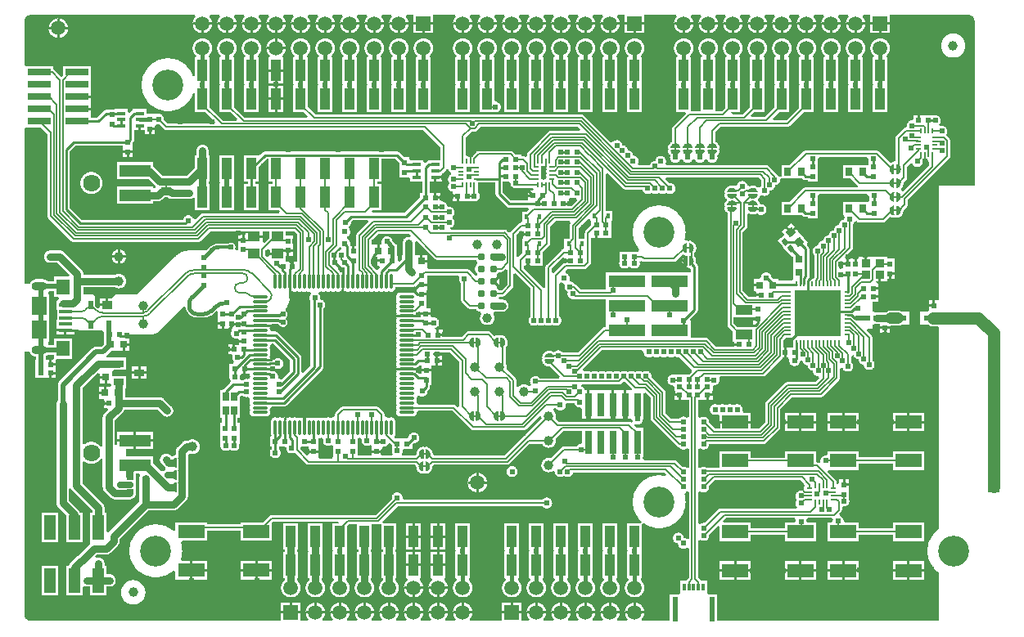
<source format=gtl>
G04 Layer_Physical_Order=1*
G04 Layer_Color=255*
%FSLAX24Y24*%
%MOIN*%
G70*
G01*
G75*
%ADD10C,0.0060*%
%ADD11C,0.0138*%
%ADD12C,0.0138*%
%ADD13C,0.0080*%
%ADD14C,0.0080*%
%ADD15C,0.0150*%
%ADD16C,0.0150*%
%ADD17R,0.0236X0.0197*%
%ADD18R,0.0197X0.0236*%
%ADD19R,0.0236X0.0217*%
%ADD20C,0.0079*%
%ADD21O,0.0087X0.0256*%
%ADD22O,0.0256X0.0087*%
%ADD23R,0.0217X0.0236*%
%ADD24R,0.0709X0.0394*%
%ADD25R,0.0295X0.0315*%
%ADD26R,0.0402X0.0862*%
%ADD27R,0.0472X0.0984*%
%ADD28R,0.1252X0.0500*%
%ADD29R,0.0945X0.0299*%
%ADD30R,0.1083X0.0551*%
%ADD31O,0.0650X0.0118*%
%ADD32O,0.0118X0.0650*%
%ADD33R,0.0472X0.0433*%
%ADD34R,0.0315X0.0295*%
%ADD35R,0.0276X0.0118*%
%ADD36R,0.0394X0.0335*%
%ADD37R,0.0236X0.0335*%
%ADD38R,0.0256X0.0335*%
%ADD39C,0.0394*%
%ADD40R,0.0400X0.0300*%
%ADD41R,0.0354X0.0138*%
%ADD42R,0.1500X0.0500*%
%ADD43R,0.0315X0.0295*%
%ADD44R,0.0228X0.0197*%
%ADD45R,0.0551X0.0630*%
%ADD46R,0.0610X0.0748*%
%ADD47R,0.0532X0.0157*%
%ADD48R,0.0300X0.0320*%
G04:AMPARAMS|DCode=49|XSize=19.7mil|YSize=25.6mil|CornerRadius=0mil|HoleSize=0mil|Usage=FLASHONLY|Rotation=40.000|XOffset=0mil|YOffset=0mil|HoleType=Round|Shape=Rectangle|*
%AMROTATEDRECTD49*
4,1,4,0.0007,-0.0161,-0.0158,0.0035,-0.0007,0.0161,0.0158,-0.0035,0.0007,-0.0161,0.0*
%
%ADD49ROTATEDRECTD49*%

G04:AMPARAMS|DCode=50|XSize=31.5mil|YSize=29.5mil|CornerRadius=0mil|HoleSize=0mil|Usage=FLASHONLY|Rotation=40.000|XOffset=0mil|YOffset=0mil|HoleType=Round|Shape=Rectangle|*
%AMROTATEDRECTD50*
4,1,4,-0.0026,-0.0214,-0.0216,0.0012,0.0026,0.0214,0.0216,-0.0012,-0.0026,-0.0214,0.0*
%
%ADD50ROTATEDRECTD50*%

%ADD51R,0.0256X0.0197*%
%ADD52C,0.0310*%
%ADD53R,0.1850X0.1850*%
%ADD54O,0.0079X0.0256*%
%ADD55O,0.0256X0.0079*%
%ADD56R,0.0299X0.0945*%
%ADD57R,0.0157X0.0197*%
%ADD58R,0.0374X0.0335*%
%ADD59R,0.0138X0.0315*%
%ADD60R,0.0236X0.1024*%
%ADD61C,0.0110*%
%ADD62C,0.0090*%
%ADD63C,0.0100*%
%ADD64C,0.0200*%
%ADD65C,0.0300*%
%ADD66C,0.0250*%
%ADD67C,0.0500*%
%ADD68C,0.0450*%
%ADD69R,0.0500X0.0300*%
%ADD70C,0.0591*%
%ADD71R,0.0591X0.0591*%
%ADD72C,0.1260*%
%ADD73C,0.0701*%
%ADD74O,0.0630X0.0354*%
%ADD75C,0.0390*%
%ADD76C,0.0240*%
%ADD77C,0.0260*%
G36*
X31893Y5733D02*
X31928Y5658D01*
X31913Y5641D01*
X31902Y5622D01*
X31893Y5601D01*
X31888Y5579D01*
X31886Y5556D01*
X31888Y5534D01*
X31892Y5516D01*
X31890Y5511D01*
X31885Y5503D01*
X31840Y5456D01*
X31834Y5453D01*
X31805Y5459D01*
X31777Y5461D01*
X31748Y5459D01*
X31720Y5453D01*
X31692Y5444D01*
X31666Y5431D01*
X31642Y5415D01*
X31621Y5396D01*
X31602Y5374D01*
X31586Y5350D01*
X31573Y5324D01*
X31564Y5297D01*
X31558Y5269D01*
X31556Y5240D01*
X31558Y5211D01*
X31564Y5183D01*
X31573Y5156D01*
X31586Y5130D01*
X31602Y5106D01*
X31616Y5090D01*
X31602Y5074D01*
X31586Y5050D01*
X31573Y5024D01*
X31564Y4997D01*
X31558Y4969D01*
X31556Y4940D01*
X31558Y4911D01*
X31564Y4883D01*
X31573Y4856D01*
X31586Y4830D01*
X31602Y4806D01*
X31610Y4797D01*
X31598Y4750D01*
X31576Y4717D01*
X28476D01*
X28456Y4715D01*
X28436Y4710D01*
X28417Y4703D01*
X28400Y4692D01*
X28384Y4679D01*
X27843Y4138D01*
X27839Y4139D01*
X27810Y4140D01*
X27781Y4139D01*
X27753Y4133D01*
X27726Y4124D01*
X27700Y4111D01*
X27676Y4095D01*
X27670Y4090D01*
X27613Y4107D01*
X27590Y4125D01*
Y5395D01*
X27613Y5413D01*
X27670Y5430D01*
X27676Y5425D01*
X27700Y5409D01*
X27726Y5396D01*
X27753Y5387D01*
X27781Y5381D01*
X27810Y5380D01*
X27839Y5381D01*
X27867Y5387D01*
X27894Y5396D01*
X27920Y5409D01*
X27944Y5425D01*
X27966Y5444D01*
X27985Y5466D01*
X28001Y5490D01*
X28014Y5516D01*
X28023Y5543D01*
X28029Y5571D01*
X28030Y5600D01*
X28029Y5629D01*
X28028Y5633D01*
X28264Y5870D01*
X31756D01*
X31893Y5733D01*
D02*
G37*
G36*
X19614Y11680D02*
X19639Y11663D01*
X19668Y11634D01*
X19689Y11611D01*
X19712Y11572D01*
X19723Y11535D01*
X19721Y11448D01*
X19711Y11420D01*
X19678Y11366D01*
X19645Y11334D01*
X19609Y11311D01*
X19569Y11299D01*
X19549Y11306D01*
X19537Y11327D01*
Y11666D01*
X19567Y11695D01*
X19614Y11680D01*
D02*
G37*
G36*
X29818Y12502D02*
X30016D01*
Y12402D01*
X29818D01*
Y12234D01*
X29818D01*
X29857Y12154D01*
X29834Y12123D01*
X29181D01*
X29040Y12264D01*
Y12514D01*
X29818D01*
Y12502D01*
D02*
G37*
G36*
X20770Y13687D02*
Y12567D01*
X20766Y12565D01*
X20744Y12546D01*
X20725Y12524D01*
X20709Y12500D01*
X20696Y12474D01*
X20687Y12447D01*
X20681Y12419D01*
X20680Y12390D01*
X20681Y12361D01*
X20687Y12333D01*
X20696Y12306D01*
X20709Y12280D01*
X20725Y12256D01*
X20744Y12234D01*
X20766Y12215D01*
X20790Y12199D01*
X20816Y12186D01*
X20843Y12177D01*
X20871Y12171D01*
X20900Y12170D01*
X20929Y12171D01*
X20957Y12177D01*
X20984Y12186D01*
X21010Y12199D01*
X21034Y12215D01*
X21050Y12229D01*
X21066Y12215D01*
X21090Y12199D01*
X21116Y12186D01*
X21143Y12177D01*
X21171Y12171D01*
X21200Y12170D01*
X21229Y12171D01*
X21257Y12177D01*
X21284Y12186D01*
X21310Y12199D01*
X21334Y12215D01*
X21350Y12229D01*
X21366Y12215D01*
X21390Y12199D01*
X21416Y12186D01*
X21443Y12177D01*
X21471Y12171D01*
X21500Y12170D01*
X21529Y12171D01*
X21557Y12177D01*
X21584Y12186D01*
X21610Y12199D01*
X21634Y12215D01*
X21650Y12229D01*
X21666Y12215D01*
X21690Y12199D01*
X21716Y12186D01*
X21743Y12177D01*
X21771Y12171D01*
X21800Y12170D01*
X21829Y12171D01*
X21857Y12177D01*
X21884Y12186D01*
X21910Y12199D01*
X21934Y12215D01*
X21956Y12234D01*
X21975Y12256D01*
X21991Y12280D01*
X22004Y12306D01*
X22013Y12333D01*
X22019Y12361D01*
X22021Y12390D01*
X22019Y12419D01*
X22013Y12447D01*
X22004Y12474D01*
X21991Y12500D01*
X21975Y12524D01*
X21956Y12546D01*
X21934Y12565D01*
X21930Y12567D01*
Y13896D01*
X21963Y13920D01*
X22010Y13935D01*
X22020Y13929D01*
X22046Y13916D01*
X22073Y13907D01*
X22101Y13901D01*
X22105Y13901D01*
X22135Y13873D01*
X22145Y13859D01*
X22158Y13821D01*
X22157Y13817D01*
X22151Y13789D01*
X22150Y13760D01*
X22151Y13731D01*
X22157Y13703D01*
X22166Y13676D01*
X22179Y13650D01*
X22195Y13626D01*
X22214Y13604D01*
X22236Y13585D01*
X22260Y13569D01*
X22284Y13557D01*
X22277Y13537D01*
X22271Y13509D01*
X22270Y13480D01*
X22271Y13451D01*
X22277Y13423D01*
X22286Y13396D01*
X22299Y13370D01*
X22315Y13346D01*
X22334Y13324D01*
X22356Y13305D01*
X22380Y13289D01*
X22406Y13276D01*
X22433Y13267D01*
X22461Y13261D01*
X22490Y13260D01*
X22519Y13261D01*
X22541Y13266D01*
X22560Y13261D01*
X22580Y13260D01*
X23825D01*
Y12646D01*
X23825D01*
X23830Y12641D01*
X23830Y12346D01*
X23825D01*
Y12126D01*
X23795D01*
X23775Y12125D01*
X23755Y12120D01*
X23736Y12112D01*
X23718Y12102D01*
X23703Y12088D01*
X22695Y11080D01*
X22067D01*
X22065Y11084D01*
X22046Y11106D01*
X22024Y11125D01*
X22000Y11141D01*
X21974Y11154D01*
X21947Y11163D01*
X21919Y11169D01*
X21890Y11171D01*
X21861Y11169D01*
X21833Y11163D01*
X21806Y11154D01*
X21780Y11141D01*
X21756Y11125D01*
X21734Y11106D01*
X21723Y11093D01*
X21720Y11093D01*
X21693Y11112D01*
X21663Y11129D01*
X21631Y11142D01*
X21598Y11152D01*
X21564Y11157D01*
X21530Y11159D01*
X21496Y11157D01*
X21462Y11152D01*
X21429Y11142D01*
X21397Y11129D01*
X21368Y11112D01*
X21340Y11093D01*
X21314Y11070D01*
X21291Y11044D01*
X21271Y11016D01*
X21255Y10986D01*
X21255Y10986D01*
X21242Y10955D01*
X21234Y10930D01*
X21235Y10930D01*
X21232Y10918D01*
X21230Y10897D01*
X21232Y10877D01*
X21237Y10857D01*
X21244Y10838D01*
X21245Y10837D01*
X21244Y10836D01*
X21237Y10817D01*
X21232Y10797D01*
X21230Y10777D01*
X21232Y10756D01*
X21235Y10744D01*
X21234Y10744D01*
X21242Y10719D01*
X21255Y10688D01*
X21255Y10688D01*
X21263Y10673D01*
X21263Y10673D01*
X21263Y10673D01*
X21271Y10658D01*
X21291Y10630D01*
X21314Y10604D01*
X21340Y10582D01*
X21368Y10562D01*
X21397Y10545D01*
X21429Y10532D01*
X21462Y10523D01*
X21496Y10517D01*
X21530Y10515D01*
X21544Y10516D01*
X21955Y10104D01*
X21925Y10030D01*
X21137D01*
X21135Y10034D01*
X21116Y10056D01*
X21094Y10075D01*
X21070Y10091D01*
X21044Y10104D01*
X21017Y10113D01*
X20989Y10119D01*
X20960Y10121D01*
X20931Y10119D01*
X20903Y10113D01*
X20876Y10104D01*
X20850Y10091D01*
X20826Y10075D01*
X20804Y10056D01*
X20785Y10034D01*
X20769Y10010D01*
X20756Y9984D01*
X20747Y9957D01*
X20741Y9929D01*
X20740Y9900D01*
X20741Y9871D01*
X20747Y9843D01*
X20756Y9816D01*
X20769Y9790D01*
X20774Y9783D01*
X20758Y9724D01*
X20757Y9724D01*
X20699Y9717D01*
X20685Y9728D01*
X20658Y9748D01*
X20629Y9764D01*
X20598Y9777D01*
X20566Y9786D01*
X20533Y9791D01*
X20500Y9793D01*
X20467Y9791D01*
X20434Y9786D01*
X20402Y9777D01*
X20371Y9764D01*
X20342Y9748D01*
X20315Y9728D01*
X20290Y9706D01*
X20268Y9681D01*
X20260Y9671D01*
X20195Y9686D01*
X20180Y9695D01*
Y9946D01*
X20179Y9966D01*
X20174Y9986D01*
X20166Y10005D01*
X20156Y10023D01*
X20142Y10038D01*
X19781Y10399D01*
X19790Y10430D01*
X19795Y10463D01*
X19797Y10496D01*
X19795Y10529D01*
X19790Y10562D01*
X19781Y10594D01*
X19768Y10625D01*
X19760Y10639D01*
Y11303D01*
X19763Y11306D01*
X19782Y11334D01*
X19799Y11363D01*
X19812Y11395D01*
X19822Y11428D01*
X19827Y11462D01*
X19829Y11496D01*
X19827Y11530D01*
X19822Y11564D01*
X19812Y11597D01*
X19799Y11629D01*
X19782Y11659D01*
X19763Y11687D01*
X19740Y11712D01*
X19714Y11735D01*
X19686Y11755D01*
X19656Y11771D01*
X19656Y11771D01*
X19625Y11784D01*
X19600Y11792D01*
X19600Y11791D01*
X19588Y11794D01*
X19567Y11796D01*
X19547Y11794D01*
X19527Y11790D01*
X19508Y11782D01*
X19497Y11775D01*
X19486Y11782D01*
X19467Y11790D01*
X19447Y11794D01*
X19427Y11796D01*
X19406Y11794D01*
X19394Y11791D01*
X19394Y11792D01*
X19369Y11784D01*
X19338Y11771D01*
X19338Y11771D01*
X19323Y11763D01*
X19323Y11763D01*
X19323Y11763D01*
X19308Y11755D01*
X19297Y11747D01*
X19136Y11908D01*
X19121Y11922D01*
X19103Y11932D01*
X19084Y11940D01*
X19064Y11945D01*
X19044Y11946D01*
X18240D01*
X18220Y11945D01*
X18200Y11940D01*
X18181Y11932D01*
X18163Y11922D01*
X18148Y11908D01*
X17957Y11717D01*
X17201D01*
Y11746D01*
X16983D01*
Y11796D01*
X16933D01*
Y12004D01*
X16887D01*
X16873Y12083D01*
X16900Y12092D01*
X16926Y12105D01*
X16950Y12121D01*
X16972Y12140D01*
X16991Y12162D01*
X17007Y12186D01*
X17020Y12212D01*
X17029Y12239D01*
X17035Y12267D01*
X17037Y12296D01*
X17035Y12325D01*
X17029Y12353D01*
X17020Y12380D01*
X17007Y12406D01*
X16991Y12430D01*
X16972Y12452D01*
X16950Y12471D01*
X16926Y12487D01*
X16900Y12500D01*
X16873Y12509D01*
X16845Y12515D01*
X16816Y12517D01*
X16787Y12515D01*
X16765Y12510D01*
X16757Y12510D01*
X16696Y12549D01*
X16685Y12566D01*
Y12613D01*
X16288D01*
Y12524D01*
X16204D01*
X16134Y12571D01*
X16132Y12596D01*
X16126Y12620D01*
X16116Y12643D01*
X16110Y12653D01*
X16124Y12662D01*
X16140Y12675D01*
X16214Y12749D01*
X16288Y12719D01*
Y12713D01*
X16685D01*
Y12881D01*
X16535D01*
Y13245D01*
Y13413D01*
X16336D01*
Y13513D01*
X16535D01*
Y13621D01*
X16544D01*
Y13789D01*
X16336D01*
Y13889D01*
X16544D01*
Y14015D01*
Y14226D01*
X17804D01*
X17827Y14206D01*
X17858Y14146D01*
X17857Y14143D01*
X17851Y14115D01*
X17850Y14086D01*
X17851Y14057D01*
X17857Y14029D01*
X17866Y14002D01*
X17879Y13976D01*
X17895Y13952D01*
X17914Y13930D01*
X17936Y13911D01*
X17940Y13909D01*
Y13216D01*
X17941Y13196D01*
X17946Y13176D01*
X17954Y13157D01*
X17965Y13139D01*
X17978Y13124D01*
X18198Y12904D01*
X18213Y12891D01*
X18231Y12880D01*
X18250Y12872D01*
X18270Y12867D01*
X18290Y12866D01*
X18531D01*
X18534Y12860D01*
X18550Y12837D01*
X18569Y12815D01*
X18591Y12796D01*
X18614Y12780D01*
X18639Y12766D01*
X18666Y12755D01*
X18693Y12747D01*
X18718Y12743D01*
X18737Y12719D01*
X18754Y12676D01*
X18755Y12661D01*
X18750Y12653D01*
X18734Y12624D01*
X18721Y12594D01*
X18712Y12562D01*
X18706Y12529D01*
X18705Y12496D01*
X18706Y12463D01*
X18712Y12430D01*
X18721Y12398D01*
X18734Y12368D01*
X18750Y12339D01*
X18769Y12312D01*
X18791Y12287D01*
X18816Y12265D01*
X18843Y12246D01*
X18872Y12230D01*
X18902Y12217D01*
X18934Y12208D01*
X18967Y12202D01*
X19000Y12201D01*
X19033Y12202D01*
X19066Y12208D01*
X19098Y12217D01*
X19128Y12230D01*
X19157Y12246D01*
X19184Y12265D01*
X19209Y12287D01*
X19231Y12312D01*
X19250Y12339D01*
X19266Y12368D01*
X19279Y12398D01*
X19288Y12430D01*
X19294Y12463D01*
X19296Y12496D01*
X19294Y12529D01*
X19288Y12562D01*
X19279Y12594D01*
X19266Y12624D01*
X19250Y12653D01*
X19245Y12661D01*
X19246Y12676D01*
X19263Y12719D01*
X19282Y12743D01*
X19299Y12746D01*
X19610D01*
X19638Y12747D01*
X19666Y12752D01*
X19693Y12760D01*
X19719Y12770D01*
X19743Y12784D01*
X19766Y12800D01*
X19787Y12819D01*
X19806Y12840D01*
X19822Y12863D01*
X19836Y12887D01*
X19846Y12913D01*
X19854Y12940D01*
X19859Y12968D01*
X19860Y12996D01*
X19859Y13024D01*
X19854Y13052D01*
X19846Y13079D01*
X19836Y13105D01*
X19822Y13129D01*
X19806Y13152D01*
X19787Y13173D01*
X19766Y13192D01*
X19743Y13208D01*
X19719Y13222D01*
X19693Y13232D01*
X19666Y13240D01*
X19638Y13245D01*
X19610Y13246D01*
X19511D01*
X19472Y13326D01*
X19503Y13366D01*
X19630D01*
X19650Y13367D01*
X19670Y13372D01*
X19689Y13380D01*
X19707Y13391D01*
X19722Y13404D01*
X20032Y13714D01*
X20046Y13729D01*
X20056Y13747D01*
X20064Y13766D01*
X20069Y13786D01*
X20070Y13806D01*
Y14281D01*
X20144Y14312D01*
X20770Y13687D01*
D02*
G37*
G36*
X22791Y20184D02*
X22761Y20110D01*
X21573D01*
X21553Y20109D01*
X21533Y20104D01*
X21514Y20096D01*
X21496Y20086D01*
X21481Y20072D01*
X20657Y19249D01*
X20644Y19233D01*
X20633Y19216D01*
X20625Y19197D01*
X20621Y19177D01*
X20619Y19156D01*
Y19085D01*
X20539Y19063D01*
X20538Y19063D01*
X20521Y19074D01*
X20502Y19082D01*
X20482Y19087D01*
X20462Y19088D01*
X20381D01*
Y19166D01*
X20139D01*
X20045Y19260D01*
X20030Y19273D01*
X20012Y19284D01*
X19993Y19292D01*
X19973Y19297D01*
X19953Y19298D01*
X18648D01*
X18627Y19297D01*
X18607Y19292D01*
X18589Y19284D01*
X18571Y19273D01*
X18556Y19260D01*
X18380Y19085D01*
X18379Y19083D01*
X18365Y19089D01*
Y19066D01*
X18356Y19052D01*
X18348Y19033D01*
X18346Y19023D01*
X18344Y19020D01*
X18336Y18999D01*
X18330Y18977D01*
X18329Y18955D01*
Y18870D01*
X18301D01*
Y18955D01*
X18299Y18977D01*
X18294Y18999D01*
X18286Y19020D01*
X18274Y19039D01*
X18265Y19050D01*
Y19089D01*
X18250Y19083D01*
X18236Y19074D01*
X18223Y19083D01*
X18202Y19091D01*
X18180Y19097D01*
X18158Y19098D01*
X18130Y19177D01*
Y19858D01*
X18362Y20090D01*
X18490D01*
X18510Y20091D01*
X18530Y20096D01*
X18549Y20104D01*
X18567Y20115D01*
X18582Y20128D01*
X18724Y20270D01*
X22706D01*
X22791Y20184D01*
D02*
G37*
G36*
X18614Y11680D02*
X18639Y11663D01*
X18668Y11634D01*
X18689Y11611D01*
X18712Y11572D01*
X18723Y11535D01*
X18721Y11448D01*
X18711Y11420D01*
X18678Y11366D01*
X18645Y11334D01*
X18609Y11311D01*
X18569Y11299D01*
X18549Y11306D01*
X18537Y11327D01*
Y11666D01*
X18567Y11695D01*
X18614Y11680D01*
D02*
G37*
G36*
X21578Y11051D02*
X21606Y11041D01*
X21660Y11008D01*
X21692Y10975D01*
X21715Y10939D01*
X21727Y10899D01*
X21720Y10879D01*
X21699Y10867D01*
X21360D01*
X21331Y10897D01*
X21346Y10944D01*
X21363Y10969D01*
X21392Y10998D01*
X21415Y11019D01*
X21454Y11042D01*
X21491Y11053D01*
X21578Y11051D01*
D02*
G37*
G36*
X21729Y10777D02*
X21714Y10730D01*
X21697Y10705D01*
X21668Y10676D01*
X21645Y10655D01*
X21606Y10632D01*
X21569Y10621D01*
X21482Y10623D01*
X21454Y10633D01*
X21400Y10666D01*
X21368Y10699D01*
X21345Y10735D01*
X21333Y10775D01*
X21340Y10795D01*
X21361Y10807D01*
X21700D01*
X21729Y10777D01*
D02*
G37*
G36*
X5553Y20383D02*
X5581Y20377D01*
X5610Y20376D01*
X5639Y20377D01*
X5643Y20378D01*
X5834Y20188D01*
X5849Y20175D01*
X5867Y20164D01*
X5886Y20156D01*
X5906Y20151D01*
X5926Y20150D01*
X16402D01*
X17091Y19460D01*
Y18911D01*
X16597D01*
Y18889D01*
X16579Y18885D01*
X16558Y18876D01*
X16537Y18864D01*
X16520Y18848D01*
X16477Y18806D01*
X16403Y18836D01*
Y18911D01*
X15849D01*
X15838Y18986D01*
Y19041D01*
X15625D01*
X15439Y19226D01*
X15421Y19242D01*
X15401Y19254D01*
X15379Y19263D01*
X15356Y19269D01*
X15333Y19270D01*
X9947D01*
X9924Y19269D01*
X9901Y19263D01*
X9879Y19254D01*
X9859Y19242D01*
X9841Y19226D01*
X9761Y19147D01*
X9701Y19104D01*
Y19104D01*
X9701Y19104D01*
X9099D01*
Y18042D01*
X9250D01*
Y17950D01*
X9099D01*
Y16888D01*
X9701D01*
Y17950D01*
X9551D01*
Y18042D01*
X9701D01*
Y18661D01*
X10010Y18970D01*
X10099D01*
Y18042D01*
X10270D01*
Y17950D01*
X10099D01*
Y16888D01*
X10516D01*
X10570Y16835D01*
X10539Y16761D01*
X7420D01*
X7400Y16759D01*
X7380Y16754D01*
X7361Y16747D01*
X7343Y16736D01*
X7328Y16723D01*
X7115Y16510D01*
X7081Y16511D01*
X7026Y16534D01*
X7024Y16540D01*
X7011Y16566D01*
X6995Y16590D01*
X6976Y16612D01*
X6954Y16631D01*
X6930Y16647D01*
X6904Y16660D01*
X6877Y16669D01*
X6849Y16675D01*
X6820Y16677D01*
X6791Y16675D01*
X6763Y16669D01*
X6736Y16660D01*
X6710Y16647D01*
X6686Y16631D01*
X6664Y16612D01*
X6645Y16590D01*
X6629Y16566D01*
X6616Y16540D01*
X6607Y16513D01*
X6602Y16487D01*
X2479D01*
X2000Y16965D01*
Y19294D01*
X2212Y19506D01*
X4152D01*
Y19309D01*
X4360D01*
X4568D01*
Y19435D01*
Y19648D01*
X4576Y19656D01*
X4592Y19674D01*
X4604Y19695D01*
X4613Y19716D01*
X4619Y19739D01*
X4620Y19763D01*
Y20151D01*
X4794D01*
Y20320D01*
X4894D01*
Y20151D01*
X5052D01*
Y19971D01*
X5210D01*
Y20189D01*
X5260D01*
Y20239D01*
X5468D01*
Y20331D01*
X5497Y20362D01*
X5523Y20378D01*
X5548Y20385D01*
X5553Y20383D01*
D02*
G37*
G36*
X19445Y11686D02*
X19457Y11665D01*
Y11326D01*
X19427Y11297D01*
X19380Y11312D01*
X19355Y11329D01*
X19326Y11358D01*
X19305Y11381D01*
X19282Y11420D01*
X19271Y11457D01*
X19273Y11544D01*
X19283Y11572D01*
X19316Y11626D01*
X19349Y11658D01*
X19385Y11681D01*
X19425Y11693D01*
X19445Y11686D01*
D02*
G37*
G36*
X18445D02*
X18457Y11665D01*
Y11326D01*
X18427Y11297D01*
X18380Y11312D01*
X18355Y11329D01*
X18326Y11358D01*
X18305Y11381D01*
X18282Y11420D01*
X18271Y11457D01*
X18273Y11544D01*
X18283Y11572D01*
X18316Y11626D01*
X18349Y11658D01*
X18385Y11681D01*
X18425Y11693D01*
X18445Y11686D01*
D02*
G37*
G36*
X24528Y17768D02*
X24543Y17755D01*
X24561Y17744D01*
X24580Y17736D01*
X24600Y17731D01*
X24620Y17730D01*
X25324D01*
X25327Y17713D01*
X25336Y17686D01*
X25349Y17660D01*
X25365Y17636D01*
X25384Y17614D01*
X25406Y17595D01*
X25430Y17579D01*
X25456Y17566D01*
X25483Y17557D01*
X25511Y17551D01*
X25540Y17550D01*
X25569Y17551D01*
X25597Y17557D01*
X25624Y17566D01*
X25650Y17579D01*
X25674Y17595D01*
X25690Y17609D01*
X25706Y17595D01*
X25730Y17579D01*
X25756Y17566D01*
X25783Y17557D01*
X25811Y17551D01*
X25840Y17550D01*
X25869Y17551D01*
X25897Y17557D01*
X25924Y17566D01*
X25950Y17579D01*
X25974Y17595D01*
X25990Y17609D01*
X26006Y17595D01*
X26030Y17579D01*
X26056Y17566D01*
X26083Y17557D01*
X26111Y17551D01*
X26140Y17550D01*
X26169Y17551D01*
X26197Y17557D01*
X26224Y17566D01*
X26250Y17579D01*
X26274Y17595D01*
X26290Y17609D01*
X26306Y17595D01*
X26330Y17579D01*
X26356Y17566D01*
X26383Y17557D01*
X26411Y17551D01*
X26440Y17550D01*
X26469Y17551D01*
X26497Y17557D01*
X26524Y17566D01*
X26550Y17579D01*
X26574Y17595D01*
X26596Y17614D01*
X26615Y17636D01*
X26631Y17660D01*
X26644Y17686D01*
X26653Y17713D01*
X26659Y17741D01*
X26661Y17770D01*
X26659Y17799D01*
X26653Y17827D01*
X26644Y17854D01*
X26631Y17880D01*
X26615Y17904D01*
X26596Y17926D01*
X26574Y17945D01*
X26550Y17961D01*
X26524Y17974D01*
X26497Y17983D01*
X26469Y17989D01*
X26440Y17991D01*
X26411Y17989D01*
X26407Y17988D01*
X26259Y18136D01*
X26289Y18210D01*
X30056D01*
X30154Y18111D01*
Y17863D01*
X30150Y17860D01*
X30129Y17841D01*
X30115Y17825D01*
X30105Y17819D01*
X30058Y17811D01*
X30036Y17810D01*
X30015Y17816D01*
X30001Y17829D01*
X29973Y17848D01*
X29943Y17865D01*
X29911Y17878D01*
X29878Y17888D01*
X29844Y17893D01*
X29810Y17895D01*
X29776Y17893D01*
X29742Y17888D01*
X29709Y17878D01*
X29678Y17865D01*
X29655Y17869D01*
X29604Y17895D01*
X29593Y17907D01*
X29584Y17934D01*
X29571Y17960D01*
X29555Y17984D01*
X29536Y18006D01*
X29514Y18025D01*
X29490Y18041D01*
X29464Y18054D01*
X29437Y18063D01*
X29409Y18069D01*
X29380Y18071D01*
X29351Y18069D01*
X29323Y18063D01*
X29296Y18054D01*
X29270Y18041D01*
X29246Y18025D01*
X29224Y18006D01*
X29205Y17984D01*
X29189Y17960D01*
X29176Y17934D01*
X29169Y17913D01*
X29163Y17905D01*
X29112Y17876D01*
X29103Y17872D01*
X29081Y17870D01*
X29061Y17878D01*
X29028Y17888D01*
X28994Y17893D01*
X28960Y17895D01*
X28926Y17893D01*
X28892Y17888D01*
X28859Y17878D01*
X28827Y17865D01*
X28798Y17848D01*
X28770Y17829D01*
X28744Y17806D01*
X28721Y17780D01*
X28701Y17752D01*
X28685Y17722D01*
X28685Y17722D01*
X28672Y17691D01*
X28664Y17666D01*
X28665Y17666D01*
X28662Y17654D01*
X28660Y17633D01*
X28662Y17613D01*
X28667Y17593D01*
X28674Y17574D01*
X28675Y17573D01*
X28674Y17572D01*
X28667Y17553D01*
X28662Y17533D01*
X28660Y17513D01*
X28662Y17492D01*
X28665Y17480D01*
X28664Y17480D01*
X28672Y17455D01*
X28685Y17424D01*
X28685Y17424D01*
X28693Y17409D01*
X28693Y17409D01*
X28693Y17409D01*
X28701Y17394D01*
X28721Y17366D01*
X28744Y17339D01*
Y17287D01*
X28721Y17260D01*
X28701Y17232D01*
X28685Y17202D01*
X28685Y17202D01*
X28672Y17171D01*
X28664Y17146D01*
X28665Y17146D01*
X28662Y17134D01*
X28660Y17113D01*
X28662Y17093D01*
X28667Y17073D01*
X28674Y17054D01*
X28681Y17043D01*
X28674Y17032D01*
X28667Y17013D01*
X28662Y16993D01*
X28660Y16973D01*
X28662Y16952D01*
X28665Y16940D01*
X28664Y16940D01*
X28672Y16915D01*
X28685Y16884D01*
X28685Y16884D01*
X28693Y16869D01*
X28693Y16869D01*
X28693Y16869D01*
X28701Y16854D01*
X28721Y16826D01*
X28744Y16800D01*
X28770Y16777D01*
X28780Y16770D01*
Y12210D01*
X28781Y12190D01*
X28786Y12170D01*
X28794Y12151D01*
X28805Y12133D01*
X28818Y12118D01*
X29002Y11934D01*
Y11530D01*
X29041D01*
Y11458D01*
X29259D01*
Y11358D01*
X29041D01*
Y11320D01*
X28324D01*
X28002Y11642D01*
X27987Y11656D01*
X27969Y11666D01*
X27950Y11674D01*
X27930Y11679D01*
X27910Y11680D01*
X27275D01*
Y12346D01*
X27275Y12346D01*
X27275Y12346D01*
X27243Y12417D01*
X27239Y12426D01*
X27536Y12724D01*
X27552Y12742D01*
X27564Y12762D01*
X27573Y12784D01*
X27579Y12807D01*
X27580Y12830D01*
Y14583D01*
X27579Y14606D01*
X27573Y14629D01*
X27564Y14651D01*
X27552Y14671D01*
X27536Y14689D01*
X27492Y14734D01*
X27498Y14752D01*
X27503Y14786D01*
X27504Y14792D01*
X27505Y14797D01*
X27506Y14820D01*
X27505Y14844D01*
X27504Y14848D01*
X27503Y14854D01*
X27498Y14888D01*
X27488Y14921D01*
X27475Y14953D01*
X27458Y14983D01*
X27440Y15008D01*
Y15147D01*
X27443Y15150D01*
X27462Y15178D01*
X27479Y15207D01*
X27492Y15239D01*
X27502Y15272D01*
X27507Y15306D01*
X27509Y15340D01*
X27507Y15374D01*
X27502Y15408D01*
X27492Y15441D01*
X27479Y15473D01*
X27462Y15503D01*
X27443Y15531D01*
X27420Y15556D01*
X27394Y15579D01*
X27366Y15599D01*
X27336Y15615D01*
X27336Y15615D01*
X27305Y15628D01*
X27280Y15636D01*
X27280Y15635D01*
X27268Y15638D01*
X27247Y15640D01*
X27227Y15638D01*
X27207Y15634D01*
X27188Y15626D01*
X27177Y15619D01*
X27166Y15626D01*
X27147Y15634D01*
X27127Y15638D01*
X27107Y15640D01*
X27099Y15639D01*
X27081Y15649D01*
X27055Y15672D01*
X27055Y15672D01*
X27036Y15708D01*
X27044Y15739D01*
X27058Y15802D01*
X27068Y15866D01*
X27073Y15931D01*
X27075Y15996D01*
X27073Y16061D01*
X27068Y16126D01*
X27058Y16190D01*
X27044Y16253D01*
X27027Y16316D01*
X27006Y16377D01*
X26981Y16437D01*
X26952Y16496D01*
X26920Y16552D01*
X26885Y16607D01*
X26847Y16659D01*
X26805Y16709D01*
X26760Y16756D01*
X26713Y16801D01*
X26663Y16843D01*
X26611Y16881D01*
X26556Y16916D01*
X26500Y16948D01*
X26441Y16977D01*
X26381Y17002D01*
X26320Y17023D01*
X26257Y17040D01*
X26194Y17054D01*
X26130Y17064D01*
X26065Y17069D01*
X26000Y17071D01*
X25935Y17069D01*
X25870Y17064D01*
X25806Y17054D01*
X25743Y17040D01*
X25680Y17023D01*
X25619Y17002D01*
X25559Y16977D01*
X25500Y16948D01*
X25444Y16916D01*
X25389Y16881D01*
X25337Y16843D01*
X25287Y16801D01*
X25240Y16756D01*
X25195Y16709D01*
X25154Y16659D01*
X25115Y16607D01*
X25080Y16552D01*
X25048Y16496D01*
X25019Y16437D01*
X24995Y16377D01*
X24973Y16316D01*
X24956Y16253D01*
X24942Y16190D01*
X24933Y16126D01*
X24927Y16061D01*
X24925Y15996D01*
X24927Y15931D01*
X24933Y15866D01*
X24942Y15802D01*
X24956Y15739D01*
X24973Y15676D01*
X24995Y15615D01*
X25019Y15555D01*
X25048Y15496D01*
X25080Y15440D01*
X25115Y15385D01*
X25154Y15333D01*
X25195Y15283D01*
X25199Y15278D01*
X25165Y15198D01*
X24375D01*
Y14782D01*
X24375Y14782D01*
X24373Y14723D01*
X24375Y14694D01*
X24380Y14666D01*
X24390Y14639D01*
X24402Y14613D01*
X24418Y14589D01*
X24437Y14567D01*
X24459Y14548D01*
X24483Y14532D01*
X24509Y14519D01*
X24536Y14510D01*
X24564Y14505D01*
X24593Y14503D01*
X24622Y14505D01*
X24650Y14510D01*
X24678Y14519D01*
X24703Y14532D01*
X24727Y14548D01*
X24738Y14557D01*
X24763Y14567D01*
X24825Y14564D01*
X24843Y14557D01*
X24856Y14545D01*
X24880Y14529D01*
X24906Y14516D01*
X24933Y14507D01*
X24961Y14501D01*
X24990Y14500D01*
X25019Y14501D01*
X25047Y14507D01*
X25074Y14516D01*
X25100Y14529D01*
X25124Y14545D01*
X25146Y14564D01*
X25165Y14586D01*
X25181Y14610D01*
X25194Y14636D01*
X25203Y14663D01*
X25209Y14691D01*
X25211Y14720D01*
X25209Y14749D01*
X25205Y14782D01*
X25285Y14811D01*
X25288Y14808D01*
X25303Y14795D01*
X25321Y14784D01*
X25340Y14776D01*
X25360Y14771D01*
X25380Y14770D01*
X26604D01*
X26624Y14771D01*
X26644Y14776D01*
X26663Y14784D01*
X26681Y14795D01*
X26696Y14808D01*
X26977Y15089D01*
X26988Y15081D01*
X27018Y15065D01*
X27018Y15065D01*
X27044Y15054D01*
X27056Y15028D01*
X27047Y15007D01*
X27019Y14957D01*
X27045Y14982D01*
X27081Y15005D01*
X27121Y15017D01*
X27141Y15010D01*
X27153Y14989D01*
Y14650D01*
X27123Y14621D01*
X27116Y14623D01*
X27119Y14610D01*
X27127Y14591D01*
X27138Y14574D01*
X27151Y14558D01*
X27167Y14545D01*
X27184Y14534D01*
X27203Y14527D01*
X27223Y14522D01*
X27243Y14520D01*
X27279Y14449D01*
X27280Y14444D01*
Y14424D01*
X27275Y14346D01*
X25575D01*
Y14346D01*
X25525D01*
Y14346D01*
X23825D01*
Y13646D01*
X23747Y13640D01*
X22812D01*
X22600Y13852D01*
X22585Y13866D01*
X22567Y13876D01*
X22553Y13882D01*
X22545Y13894D01*
X22526Y13916D01*
X22504Y13935D01*
X22480Y13951D01*
X22454Y13964D01*
X22427Y13973D01*
X22399Y13979D01*
X22395Y13979D01*
X22365Y14007D01*
X22355Y14021D01*
X22342Y14059D01*
X22343Y14063D01*
X22349Y14091D01*
X22351Y14120D01*
X22349Y14149D01*
X22343Y14177D01*
X22334Y14204D01*
X22321Y14230D01*
X22305Y14254D01*
X22286Y14276D01*
X22264Y14295D01*
X22240Y14311D01*
X22214Y14324D01*
X22199Y14329D01*
X22182Y14365D01*
X22175Y14417D01*
X22242Y14484D01*
X22958D01*
X22978Y14486D01*
X22998Y14491D01*
X23017Y14499D01*
X23034Y14509D01*
X23050Y14522D01*
X23195Y14668D01*
X23209Y14683D01*
X23219Y14701D01*
X23227Y14720D01*
X23232Y14740D01*
X23233Y14760D01*
Y15739D01*
X23394D01*
Y15937D01*
X23494D01*
Y15739D01*
X24056D01*
Y16069D01*
Y16452D01*
X24087D01*
Y16848D01*
X23828D01*
Y18363D01*
X23902Y18394D01*
X24528Y17768D01*
D02*
G37*
G36*
X21313Y18670D02*
X21334Y18661D01*
X21356Y18656D01*
X21396Y18636D01*
X21398Y18614D01*
X21403Y18592D01*
X21411Y18571D01*
X21420Y18558D01*
X21411Y18544D01*
X21403Y18523D01*
X21398Y18501D01*
X21396Y18479D01*
X21398Y18456D01*
X21403Y18434D01*
X21411Y18414D01*
X21420Y18400D01*
X21411Y18387D01*
X21403Y18366D01*
X21398Y18344D01*
X21396Y18321D01*
X21398Y18299D01*
X21403Y18277D01*
X21411Y18256D01*
X21420Y18243D01*
X21411Y18229D01*
X21403Y18208D01*
X21398Y18186D01*
X21396Y18164D01*
X21378Y18146D01*
X21356Y18144D01*
X21334Y18139D01*
X21313Y18130D01*
X21299Y18122D01*
X21286Y18130D01*
X21265Y18139D01*
X21243Y18144D01*
X21221Y18146D01*
X21203Y18164D01*
X21201Y18186D01*
X21196Y18208D01*
X21187Y18229D01*
X21179Y18243D01*
X21187Y18256D01*
X21196Y18277D01*
X21201Y18299D01*
X21203Y18321D01*
X21201Y18344D01*
X21196Y18366D01*
X21187Y18387D01*
X21179Y18400D01*
X21187Y18414D01*
X21196Y18434D01*
X21201Y18456D01*
X21203Y18479D01*
X21201Y18501D01*
X21196Y18523D01*
X21187Y18544D01*
X21179Y18558D01*
X21187Y18571D01*
X21196Y18592D01*
X21201Y18614D01*
X21203Y18636D01*
X21243Y18656D01*
X21265Y18661D01*
X21286Y18670D01*
X21299Y18678D01*
X21313Y18670D01*
D02*
G37*
G36*
X35729Y18174D02*
X35754Y18157D01*
X35783Y18128D01*
X35804Y18105D01*
X35827Y18066D01*
X35838Y18029D01*
X35836Y17942D01*
X35826Y17914D01*
X35793Y17860D01*
X35760Y17828D01*
X35724Y17805D01*
X35684Y17793D01*
X35664Y17800D01*
X35652Y17821D01*
Y18160D01*
X35682Y18189D01*
X35729Y18174D01*
D02*
G37*
G36*
X11451Y13584D02*
X11473Y13570D01*
X11496Y13561D01*
X11520Y13555D01*
X11545Y13553D01*
X11570Y13555D01*
X11594Y13561D01*
X11617Y13570D01*
X11639Y13584D01*
X11643Y13587D01*
X11648Y13584D01*
X11669Y13570D01*
X11693Y13561D01*
X11717Y13555D01*
X11742Y13553D01*
X11767Y13555D01*
X11774Y13557D01*
X11791Y13549D01*
X11813Y13498D01*
X11820Y13467D01*
X11805Y13450D01*
X11789Y13426D01*
X11776Y13400D01*
X11767Y13373D01*
X11761Y13345D01*
X11760Y13316D01*
X11761Y13287D01*
X11767Y13259D01*
X11776Y13232D01*
X11789Y13206D01*
X11800Y13190D01*
Y10558D01*
X11507Y10265D01*
X11427Y10298D01*
Y10886D01*
X11425Y10910D01*
X11419Y10933D01*
X11410Y10954D01*
X11398Y10974D01*
X11382Y10992D01*
X10485Y11890D01*
X10467Y11905D01*
X10447Y11918D01*
X10425Y11927D01*
X10402Y11932D01*
X10379Y11934D01*
X10239D01*
X10169Y11980D01*
X10167Y12005D01*
X10161Y12030D01*
X10152Y12053D01*
X10139Y12074D01*
X10135Y12079D01*
X10139Y12083D01*
X10152Y12105D01*
X10161Y12128D01*
X10167Y12152D01*
X10169Y12177D01*
X10217Y12231D01*
X10239Y12245D01*
X10496D01*
X10500Y12245D01*
X10503Y12245D01*
X10520Y12213D01*
X10520Y12213D01*
X10533Y12194D01*
X10533Y12194D01*
X10549Y12176D01*
X10566Y12160D01*
X10586Y12147D01*
X10607Y12137D01*
X10629Y12129D01*
X10653Y12125D01*
X10676Y12123D01*
X10700Y12125D01*
X10723Y12129D01*
X10745Y12137D01*
X10766Y12147D01*
X10786Y12160D01*
X10804Y12176D01*
X10819Y12194D01*
X10832Y12213D01*
X10843Y12234D01*
X10850Y12257D01*
X10855Y12280D01*
X10856Y12303D01*
X10855Y12327D01*
X10850Y12350D01*
X10843Y12372D01*
X10832Y12394D01*
X10819Y12413D01*
X10813Y12421D01*
X10804Y12447D01*
Y12499D01*
X10813Y12525D01*
X10819Y12533D01*
X10832Y12552D01*
X10843Y12573D01*
X10850Y12596D01*
X10855Y12619D01*
X10856Y12642D01*
X10855Y12666D01*
X10850Y12689D01*
X10843Y12711D01*
X10832Y12733D01*
X10819Y12752D01*
X10804Y12770D01*
X10786Y12786D01*
X10785Y12834D01*
X10804Y12868D01*
X10817Y12889D01*
X10846Y12941D01*
X10872Y12994D01*
X10895Y13049D01*
X10914Y13105D01*
X10930Y13162D01*
X10942Y13220D01*
X10951Y13278D01*
X10957Y13337D01*
X10958Y13396D01*
X10957Y13456D01*
X10955Y13475D01*
X10979Y13555D01*
X11004Y13561D01*
X11027Y13570D01*
X11048Y13584D01*
X11053Y13587D01*
X11058Y13584D01*
X11079Y13570D01*
X11102Y13561D01*
X11126Y13555D01*
X11151Y13553D01*
X11176Y13555D01*
X11201Y13561D01*
X11224Y13570D01*
X11245Y13584D01*
X11250Y13587D01*
X11254Y13584D01*
X11276Y13570D01*
X11299Y13561D01*
X11323Y13555D01*
X11348Y13553D01*
X11373Y13555D01*
X11397Y13561D01*
X11421Y13570D01*
X11442Y13584D01*
X11447Y13587D01*
X11451Y13584D01*
D02*
G37*
G36*
X35560Y18180D02*
X35572Y18159D01*
Y17820D01*
X35542Y17791D01*
X35495Y17806D01*
X35470Y17823D01*
X35441Y17852D01*
X35420Y17875D01*
X35397Y17914D01*
X35386Y17951D01*
X35388Y18038D01*
X35398Y18066D01*
X35431Y18120D01*
X35464Y18152D01*
X35500Y18175D01*
X35540Y18187D01*
X35560Y18180D01*
D02*
G37*
G36*
X6335Y5786D02*
X6347Y5765D01*
Y5426D01*
X6317Y5397D01*
X6270Y5412D01*
X6245Y5429D01*
X6216Y5458D01*
X6195Y5481D01*
X6172Y5520D01*
X6161Y5557D01*
X6163Y5644D01*
X6173Y5672D01*
X6206Y5726D01*
X6239Y5758D01*
X6275Y5781D01*
X6315Y5793D01*
X6335Y5786D01*
D02*
G37*
G36*
X36904Y18925D02*
X36924Y18916D01*
X36946Y18911D01*
X36969Y18909D01*
X36996Y18831D01*
Y18720D01*
X35940Y17665D01*
X35909Y17658D01*
X35861Y17689D01*
X35854Y17773D01*
X35855Y17774D01*
X35878Y17800D01*
X35897Y17828D01*
X35914Y17857D01*
X35927Y17889D01*
X35937Y17922D01*
X35942Y17956D01*
X35944Y17990D01*
X35943Y18004D01*
X36052Y18113D01*
X36066Y18128D01*
X36076Y18146D01*
X36084Y18165D01*
X36089Y18185D01*
X36090Y18205D01*
Y18663D01*
X36221Y18794D01*
X36223Y18794D01*
X36268Y18790D01*
X36313Y18772D01*
X36319Y18760D01*
X36335Y18736D01*
X36354Y18714D01*
X36376Y18695D01*
X36400Y18679D01*
X36426Y18666D01*
X36453Y18657D01*
X36481Y18651D01*
X36510Y18650D01*
X36539Y18651D01*
X36567Y18657D01*
X36594Y18666D01*
X36620Y18679D01*
X36644Y18695D01*
X36666Y18714D01*
X36685Y18736D01*
X36701Y18760D01*
X36714Y18786D01*
X36723Y18813D01*
X36729Y18841D01*
X36729Y18846D01*
X36736Y18859D01*
X36760Y18883D01*
X36771Y18891D01*
X36805Y18910D01*
X36806Y18910D01*
X36811Y18909D01*
X36834Y18911D01*
X36856Y18916D01*
X36877Y18925D01*
X36890Y18933D01*
X36904Y18925D01*
D02*
G37*
G36*
X6484Y5780D02*
X6509Y5763D01*
X6538Y5734D01*
X6559Y5711D01*
X6582Y5672D01*
X6593Y5635D01*
X6591Y5548D01*
X6581Y5520D01*
X6548Y5466D01*
X6515Y5434D01*
X6479Y5411D01*
X6439Y5399D01*
X6419Y5406D01*
X6407Y5427D01*
Y5766D01*
X6437Y5795D01*
X6484Y5780D01*
D02*
G37*
G36*
X34465Y19055D02*
X34488Y19032D01*
X34520Y18980D01*
X34520Y18970D01*
X34522Y18941D01*
X34522Y18941D01*
X34532Y18865D01*
X34532Y18865D01*
Y18777D01*
X34525Y18700D01*
X34025D01*
X34025Y18700D01*
X33975D01*
Y18700D01*
X33945Y18700D01*
X33475D01*
Y18180D01*
X33798D01*
X34080Y17898D01*
X34089Y17890D01*
X34088Y17866D01*
X34064Y17810D01*
X31968D01*
X31947Y17809D01*
X31927Y17804D01*
X31908Y17796D01*
X31891Y17786D01*
X31875Y17772D01*
X31303Y17200D01*
X30975D01*
Y16680D01*
X31445D01*
X31475Y16680D01*
Y16680D01*
X31525D01*
Y16680D01*
X31820D01*
X31853Y16647D01*
X31871Y16631D01*
X31891Y16619D01*
X31913Y16610D01*
X31936Y16605D01*
X31959Y16603D01*
X32042D01*
Y16535D01*
X32458D01*
Y16929D01*
Y17365D01*
X32458Y17365D01*
X32458D01*
X32469Y17441D01*
X32471Y17470D01*
X32514Y17533D01*
X32537Y17550D01*
X34473D01*
X34496Y17533D01*
X34540Y17470D01*
X34542Y17441D01*
X34542Y17441D01*
X34552Y17365D01*
X34552Y17365D01*
Y17269D01*
X34525Y17200D01*
X34025D01*
X34025Y17200D01*
X33975D01*
Y17200D01*
X33945Y17200D01*
X33475D01*
Y16680D01*
X33511D01*
X33538Y16647D01*
X33556Y16600D01*
X33551Y16590D01*
X33542Y16562D01*
X33536Y16534D01*
X33534Y16505D01*
X33534Y16505D01*
X33516Y16504D01*
X33488Y16498D01*
X33460Y16489D01*
X33434Y16476D01*
X33410Y16460D01*
X33389Y16441D01*
X33370Y16420D01*
X33354Y16396D01*
X33341Y16370D01*
X33332Y16342D01*
X33326Y16314D01*
X33324Y16285D01*
X33324Y16285D01*
X33306Y16284D01*
X33278Y16278D01*
X33250Y16269D01*
X33224Y16256D01*
X33200Y16240D01*
X33179Y16221D01*
X33160Y16200D01*
X33144Y16176D01*
X33131Y16150D01*
X33122Y16122D01*
X33116Y16094D01*
X33114Y16065D01*
X33114Y16065D01*
X33096Y16064D01*
X33068Y16058D01*
X33040Y16049D01*
X33014Y16036D01*
X32990Y16020D01*
X32969Y16001D01*
X32950Y15980D01*
X32934Y15956D01*
X32921Y15930D01*
X32912Y15902D01*
X32906Y15874D01*
X32905Y15856D01*
X32905Y15856D01*
X32876Y15854D01*
X32848Y15848D01*
X32820Y15839D01*
X32794Y15826D01*
X32770Y15810D01*
X32749Y15791D01*
X32730Y15770D01*
X32714Y15746D01*
X32701Y15720D01*
X32692Y15692D01*
X32686Y15664D01*
X32685Y15646D01*
X32685Y15646D01*
X32656Y15644D01*
X32628Y15638D01*
X32600Y15629D01*
X32574Y15616D01*
X32550Y15600D01*
X32529Y15581D01*
X32510Y15560D01*
X32494Y15536D01*
X32481Y15510D01*
X32472Y15482D01*
X32466Y15454D01*
X32465Y15436D01*
X32465Y15436D01*
X32436Y15434D01*
X32408Y15428D01*
X32380Y15419D01*
X32354Y15406D01*
X32330Y15390D01*
X32309Y15371D01*
X32290Y15350D01*
X32274Y15326D01*
X32261Y15300D01*
X32252Y15272D01*
X32246Y15244D01*
X32244Y15215D01*
X32246Y15187D01*
X32252Y15158D01*
X32261Y15131D01*
X32274Y15105D01*
X32290Y15081D01*
X32309Y15059D01*
X32330Y15040D01*
X32334Y15038D01*
Y14156D01*
X32284Y14105D01*
X32271Y14090D01*
X32262Y14094D01*
X32240Y14099D01*
X32218Y14101D01*
X32197Y14099D01*
X32175Y14094D01*
X32153Y14105D01*
X32126Y14129D01*
X32111Y14152D01*
X32113Y14175D01*
Y15307D01*
X32111Y15329D01*
X32106Y15352D01*
X32097Y15373D01*
X32085Y15392D01*
X32070Y15409D01*
X32015Y15464D01*
X32019Y15544D01*
X32042Y15564D01*
X31724Y15943D01*
X31724Y15943D01*
X31672Y16005D01*
X31574Y16122D01*
X31376Y15957D01*
X31344Y15995D01*
X31306Y15963D01*
X31147Y16153D01*
X30988Y16019D01*
X31107Y15877D01*
X30826Y15642D01*
X31017Y15415D01*
X31067Y15355D01*
X31360Y15006D01*
X31371Y15016D01*
X31447Y14975D01*
Y14650D01*
X31447D01*
Y14614D01*
X31447D01*
Y14118D01*
X31447Y14118D01*
X31459Y14088D01*
X31446Y14057D01*
X31403Y14008D01*
X30868D01*
Y14089D01*
X30635D01*
X30575Y14148D01*
X30575Y14158D01*
X30569Y14186D01*
X30560Y14214D01*
X30547Y14240D01*
X30531Y14263D01*
X30512Y14285D01*
X30490Y14304D01*
X30466Y14320D01*
X30441Y14333D01*
X30413Y14342D01*
X30385Y14348D01*
X30356Y14350D01*
X30327Y14348D01*
X30299Y14342D01*
X30272Y14333D01*
X30246Y14320D01*
X30222Y14304D01*
X30200Y14285D01*
X30181Y14263D01*
X30165Y14240D01*
X30153Y14214D01*
X30143Y14186D01*
X30138Y14158D01*
X30136Y14129D01*
X30061Y14089D01*
X29841D01*
Y13882D01*
X30089D01*
Y13782D01*
X29841D01*
Y13574D01*
X29940D01*
Y13482D01*
X30158D01*
Y13382D01*
X29940D01*
Y13354D01*
X29650D01*
X29405Y13599D01*
Y15993D01*
X29542Y16130D01*
X29556Y16146D01*
X29566Y16163D01*
X29574Y16182D01*
X29579Y16202D01*
X29580Y16222D01*
Y16707D01*
X29619Y16737D01*
X29660Y16751D01*
X29677Y16741D01*
X29709Y16728D01*
X29742Y16719D01*
X29776Y16713D01*
X29810Y16711D01*
X29844Y16713D01*
X29878Y16719D01*
X29911Y16728D01*
X29943Y16741D01*
X29973Y16758D01*
X29984Y16766D01*
X29994Y16754D01*
X30016Y16735D01*
X30040Y16719D01*
X30066Y16706D01*
X30093Y16697D01*
X30121Y16691D01*
X30150Y16690D01*
X30179Y16691D01*
X30207Y16697D01*
X30234Y16706D01*
X30260Y16719D01*
X30284Y16735D01*
X30306Y16754D01*
X30325Y16776D01*
X30341Y16800D01*
X30354Y16826D01*
X30363Y16853D01*
X30369Y16881D01*
X30371Y16910D01*
X30369Y16939D01*
X30363Y16967D01*
X30354Y16994D01*
X30341Y17020D01*
X30325Y17044D01*
X30306Y17066D01*
X30284Y17085D01*
X30260Y17101D01*
X30234Y17114D01*
X30207Y17123D01*
X30179Y17129D01*
X30178Y17129D01*
X30106Y17146D01*
X30098Y17171D01*
X30085Y17202D01*
X30085Y17202D01*
X30077Y17217D01*
X30069Y17232D01*
X30049Y17260D01*
X30026Y17287D01*
Y17339D01*
X30049Y17366D01*
X30069Y17394D01*
X30085Y17424D01*
X30085Y17424D01*
X30097Y17451D01*
X30098Y17455D01*
X30154Y17484D01*
X30165Y17488D01*
X30172Y17489D01*
X30188Y17488D01*
X30200Y17482D01*
X30228Y17472D01*
X30256Y17467D01*
X30285Y17465D01*
X30313Y17467D01*
X30342Y17472D01*
X30369Y17482D01*
X30395Y17494D01*
X30419Y17510D01*
X30441Y17529D01*
X30460Y17551D01*
X30476Y17575D01*
X30488Y17601D01*
X30498Y17628D01*
X30503Y17657D01*
X30505Y17685D01*
X30505Y17686D01*
X30523Y17687D01*
X30552Y17692D01*
X30579Y17702D01*
X30605Y17714D01*
X30629Y17730D01*
X30651Y17749D01*
X30670Y17771D01*
X30686Y17795D01*
X30698Y17821D01*
X30708Y17848D01*
X30713Y17877D01*
X30715Y17905D01*
X30715Y17906D01*
X30733Y17907D01*
X30762Y17912D01*
X30789Y17922D01*
X30815Y17934D01*
X30839Y17950D01*
X30861Y17969D01*
X30880Y17991D01*
X30896Y18015D01*
X30908Y18041D01*
X30918Y18068D01*
X30923Y18097D01*
X30925Y18121D01*
X30937Y18135D01*
X30988Y18176D01*
X31000Y18180D01*
X31445D01*
X31475Y18180D01*
Y18180D01*
X31525D01*
Y18180D01*
X31822D01*
X31856Y18147D01*
X31874Y18131D01*
X31894Y18119D01*
X31915Y18110D01*
X31938Y18105D01*
X31962Y18103D01*
X32042D01*
Y18035D01*
X32458D01*
Y18429D01*
Y18865D01*
X32458Y18865D01*
X32458D01*
X32468Y18943D01*
X32469Y18944D01*
X32471Y18973D01*
X32470Y18980D01*
X32508Y19038D01*
X32528Y19056D01*
X32538Y19060D01*
X34454D01*
X34465Y19055D01*
D02*
G37*
G36*
X35560Y18740D02*
X35572Y18719D01*
Y18380D01*
X35542Y18351D01*
X35495Y18366D01*
X35470Y18383D01*
X35441Y18412D01*
X35420Y18435D01*
X35397Y18474D01*
X35386Y18511D01*
X35388Y18598D01*
X35398Y18626D01*
X35431Y18680D01*
X35464Y18712D01*
X35500Y18735D01*
X35540Y18747D01*
X35560Y18740D01*
D02*
G37*
G36*
X35729Y18734D02*
X35754Y18717D01*
X35783Y18688D01*
X35804Y18665D01*
X35827Y18626D01*
X35838Y18589D01*
X35836Y18502D01*
X35826Y18474D01*
X35793Y18420D01*
X35760Y18388D01*
X35724Y18365D01*
X35684Y18353D01*
X35664Y18360D01*
X35652Y18381D01*
Y18720D01*
X35682Y18749D01*
X35729Y18734D01*
D02*
G37*
G36*
X12295Y7580D02*
X12309Y7561D01*
X12311Y7523D01*
X12309Y7494D01*
X12311Y7465D01*
X12316Y7437D01*
X12326Y7409D01*
X12338Y7383D01*
X12354Y7360D01*
X12373Y7338D01*
X12395Y7319D01*
X12419Y7303D01*
X12445Y7290D01*
X12472Y7281D01*
X12500Y7275D01*
X12529Y7273D01*
X12558Y7275D01*
X12586Y7281D01*
X12614Y7290D01*
X12639Y7303D01*
X12708Y7267D01*
X12715Y7258D01*
Y6835D01*
X12715D01*
X12702Y6760D01*
X12157D01*
X12135Y6831D01*
X12135D01*
Y6999D01*
X11936D01*
X11738D01*
Y6922D01*
X11658Y6889D01*
X11393Y7154D01*
X11394Y7228D01*
X11395Y7229D01*
X11466Y7262D01*
X11486Y7252D01*
X11513Y7243D01*
X11541Y7237D01*
X11570Y7236D01*
X11599Y7237D01*
X11627Y7243D01*
X11654Y7252D01*
X11658Y7254D01*
X11710Y7235D01*
X11738Y7207D01*
Y7099D01*
X11936D01*
X12135D01*
Y7225D01*
Y7588D01*
X12136Y7588D01*
X12161Y7590D01*
X12185Y7596D01*
X12208Y7606D01*
X12229Y7619D01*
X12295Y7580D01*
D02*
G37*
G36*
X3213Y10227D02*
Y10130D01*
X3470D01*
Y10080D01*
X3520D01*
Y9833D01*
X3666D01*
X3691Y9765D01*
X3687Y9752D01*
X3650Y9694D01*
X3474D01*
Y9436D01*
X3424D01*
Y9386D01*
X3177D01*
Y9179D01*
X3375D01*
Y9066D01*
X3593D01*
Y8966D01*
X3375D01*
Y8818D01*
X3513D01*
X3544Y8744D01*
X3413Y8613D01*
X3394Y8592D01*
X3378Y8569D01*
X3364Y8545D01*
X3354Y8519D01*
X3346Y8492D01*
X3341Y8464D01*
X3340Y8436D01*
Y7260D01*
X3324Y7251D01*
X3260Y7238D01*
X3249Y7255D01*
X3225Y7286D01*
X3199Y7315D01*
X3170Y7341D01*
X3139Y7365D01*
X3105Y7386D01*
X3070Y7405D01*
X3034Y7420D01*
X2997Y7431D01*
X2958Y7440D01*
X2919Y7445D01*
X2880Y7447D01*
X2841Y7445D01*
X2802Y7440D01*
X2763Y7431D01*
X2726Y7420D01*
X2689Y7405D01*
X2655Y7386D01*
X2621Y7365D01*
X2600Y7349D01*
X2564Y7358D01*
X2520Y7386D01*
Y9648D01*
X3133Y10260D01*
X3213Y10227D01*
D02*
G37*
G36*
X13870Y7580D02*
X13884Y7561D01*
X13885Y7523D01*
X13884Y7494D01*
X13885Y7465D01*
X13891Y7437D01*
X13900Y7409D01*
X13913Y7383D01*
X13929Y7360D01*
X13948Y7338D01*
X13970Y7319D01*
X13994Y7303D01*
X14020Y7290D01*
X14047Y7281D01*
X14075Y7275D01*
X14104Y7273D01*
X14133Y7275D01*
X14161Y7281D01*
X14188Y7290D01*
X14214Y7303D01*
X14222Y7308D01*
X14274Y7290D01*
X14302Y7268D01*
Y7099D01*
X14500D01*
X14698D01*
Y7164D01*
X14712Y7187D01*
X14770Y7236D01*
X14799Y7237D01*
X14827Y7243D01*
X14854Y7252D01*
X14880Y7265D01*
X14904Y7281D01*
X14926Y7300D01*
X14945Y7322D01*
X14961Y7346D01*
X14965Y7354D01*
X15018Y7372D01*
X15059Y7373D01*
X15115Y7317D01*
Y7158D01*
X15115D01*
X15111Y7109D01*
X15110Y7080D01*
X15111Y7051D01*
X15117Y7023D01*
X15126Y6996D01*
X15139Y6970D01*
X15145Y6960D01*
X15130Y6913D01*
X15106Y6880D01*
X14698D01*
Y6999D01*
X14500D01*
X14302D01*
Y6880D01*
X13722D01*
Y7229D01*
Y7589D01*
X13735Y7590D01*
X13760Y7596D01*
X13783Y7606D01*
X13804Y7619D01*
X13870Y7580D01*
D02*
G37*
G36*
X24541Y9891D02*
X24570Y9890D01*
X24599Y9891D01*
X24603Y9892D01*
X24878Y9618D01*
X24876Y9598D01*
X24845Y9538D01*
X24790Y9538D01*
X24670D01*
Y8965D01*
Y8393D01*
X24821Y8393D01*
X24857Y8382D01*
X24893Y8350D01*
X24904Y8327D01*
X24907Y8313D01*
X24916Y8286D01*
X24921Y8277D01*
X24860Y8225D01*
X24844Y8238D01*
X24827Y8249D01*
X24808Y8256D01*
X24788Y8261D01*
X24768Y8263D01*
X21918D01*
X21781Y8399D01*
X21790Y8430D01*
X21795Y8463D01*
X21797Y8496D01*
X21795Y8529D01*
X21790Y8562D01*
X21781Y8594D01*
X21768Y8625D01*
X21752Y8654D01*
X21732Y8681D01*
X21710Y8706D01*
X21685Y8728D01*
X21684Y8730D01*
X21709Y8810D01*
X21793D01*
X21795Y8806D01*
X21814Y8784D01*
X21836Y8765D01*
X21860Y8749D01*
X21886Y8736D01*
X21913Y8727D01*
X21941Y8721D01*
X21970Y8720D01*
X21999Y8721D01*
X22027Y8727D01*
X22054Y8736D01*
X22080Y8749D01*
X22104Y8765D01*
X22126Y8784D01*
X22145Y8806D01*
X22161Y8830D01*
X22174Y8856D01*
X22183Y8883D01*
X22189Y8911D01*
X22191Y8940D01*
X22234Y9003D01*
X22256Y9019D01*
X22259Y9020D01*
X22554D01*
X22557Y9003D01*
X22566Y8976D01*
X22579Y8950D01*
X22595Y8926D01*
X22614Y8904D01*
X22636Y8885D01*
X22660Y8869D01*
X22686Y8856D01*
X22713Y8847D01*
X22741Y8841D01*
X22770Y8840D01*
X22790Y8841D01*
X22804Y8838D01*
X22859Y8796D01*
X22870Y8777D01*
Y8393D01*
X23070D01*
Y8965D01*
Y9538D01*
X22983D01*
X22974Y9564D01*
X22961Y9590D01*
X22945Y9614D01*
X22926Y9636D01*
X22904Y9655D01*
X22880Y9671D01*
X22854Y9684D01*
X22827Y9693D01*
X22845Y9770D01*
X24357D01*
X24377Y9771D01*
X24397Y9776D01*
X24416Y9784D01*
X24434Y9795D01*
X24449Y9808D01*
X24534Y9893D01*
X24541Y9891D01*
D02*
G37*
G36*
X16564Y7124D02*
X16589Y7107D01*
X16618Y7078D01*
X16639Y7055D01*
X16662Y7016D01*
X16673Y6979D01*
X16671Y6892D01*
X16661Y6864D01*
X16628Y6810D01*
X16595Y6778D01*
X16559Y6755D01*
X16519Y6743D01*
X16499Y6750D01*
X16487Y6771D01*
Y7110D01*
X16517Y7139D01*
X16564Y7124D01*
D02*
G37*
G36*
X19614Y8680D02*
X19639Y8663D01*
X19668Y8634D01*
X19689Y8611D01*
X19712Y8572D01*
X19723Y8535D01*
X19721Y8448D01*
X19711Y8420D01*
X19678Y8366D01*
X19645Y8334D01*
X19609Y8311D01*
X19569Y8299D01*
X19549Y8306D01*
X19537Y8327D01*
Y8666D01*
X19567Y8695D01*
X19614Y8680D01*
D02*
G37*
G36*
X31153Y11677D02*
X31175Y11676D01*
X31352D01*
X31429Y11656D01*
X31449Y11579D01*
Y11530D01*
X31445Y11513D01*
X31443Y11491D01*
Y11270D01*
X31188D01*
Y11072D01*
Y10873D01*
X31240D01*
X31250Y10868D01*
X31273Y10842D01*
X31299Y10793D01*
X31296Y10780D01*
X31294Y10752D01*
X31296Y10723D01*
X31302Y10695D01*
X31311Y10667D01*
X31324Y10641D01*
X31340Y10617D01*
X31359Y10596D01*
X31380Y10577D01*
X31404Y10561D01*
X31430Y10548D01*
X31458Y10539D01*
X31486Y10533D01*
X31515Y10531D01*
X31543Y10533D01*
X31572Y10539D01*
X31599Y10548D01*
X31625Y10561D01*
X31649Y10577D01*
X31671Y10596D01*
X31690Y10617D01*
X31706Y10641D01*
X31718Y10667D01*
X31728Y10695D01*
X31731Y10710D01*
X31803Y10750D01*
X31812Y10746D01*
X31837Y10730D01*
X31850Y10715D01*
X31856Y10696D01*
X31869Y10670D01*
X31885Y10646D01*
X31904Y10624D01*
X31926Y10605D01*
X31950Y10589D01*
X31976Y10576D01*
X32003Y10567D01*
X32031Y10561D01*
X32050Y10560D01*
X32050Y10560D01*
X32051Y10531D01*
X32057Y10503D01*
X32066Y10476D01*
X32079Y10450D01*
X32095Y10426D01*
X32114Y10404D01*
X32136Y10385D01*
X32160Y10369D01*
X32186Y10356D01*
X32213Y10347D01*
X32241Y10341D01*
X32260Y10340D01*
X32260Y10340D01*
X32261Y10311D01*
X32267Y10283D01*
X32276Y10256D01*
X32289Y10230D01*
X32305Y10206D01*
X32324Y10184D01*
X32346Y10165D01*
X32370Y10149D01*
X32396Y10136D01*
X32423Y10127D01*
X32451Y10121D01*
X32480Y10120D01*
X32496Y10110D01*
X32516Y10030D01*
X32366Y9880D01*
X31221D01*
X31201Y9879D01*
X31181Y9874D01*
X31162Y9866D01*
X31144Y9856D01*
X31129Y9842D01*
X30358Y9071D01*
X30345Y9056D01*
X30334Y9038D01*
X30326Y9019D01*
X30321Y9000D01*
X30320Y8979D01*
Y8234D01*
X30056Y7970D01*
X29733D01*
Y8194D01*
X29091D01*
X28450D01*
Y7970D01*
X28274D01*
X28028Y8217D01*
X28029Y8221D01*
X28030Y8250D01*
X28029Y8279D01*
X28023Y8307D01*
X28014Y8334D01*
X28001Y8360D01*
X27985Y8384D01*
X27966Y8406D01*
X27944Y8425D01*
X27920Y8441D01*
X27894Y8454D01*
X27867Y8463D01*
X27839Y8469D01*
X27810Y8470D01*
X27781Y8469D01*
X27753Y8463D01*
X27726Y8454D01*
X27700Y8441D01*
X27676Y8425D01*
X27670Y8420D01*
X27613Y8437D01*
X27590Y8455D01*
Y9152D01*
X27917D01*
Y9350D01*
X27967D01*
Y9400D01*
X28185D01*
Y9548D01*
X28183D01*
Y9668D01*
X28230Y9740D01*
X28259Y9741D01*
X28287Y9747D01*
X28314Y9756D01*
X28340Y9769D01*
X28364Y9785D01*
X28386Y9804D01*
X28405Y9826D01*
X28421Y9850D01*
X28434Y9876D01*
X28443Y9903D01*
X28449Y9931D01*
X28451Y9960D01*
X28449Y9989D01*
X28443Y10017D01*
X28442Y10020D01*
X28473Y10080D01*
X28496Y10100D01*
X30217D01*
X30237Y10101D01*
X30257Y10106D01*
X30276Y10114D01*
X30293Y10125D01*
X30309Y10138D01*
X31012Y10841D01*
X31026Y10857D01*
X31036Y10873D01*
X31088D01*
Y11072D01*
Y11270D01*
X31050D01*
Y11579D01*
X31149Y11678D01*
X31153Y11677D01*
D02*
G37*
G36*
X25647Y9239D02*
Y8393D01*
X25648Y8372D01*
X25653Y8353D01*
X25661Y8334D01*
X25672Y8316D01*
X25685Y8301D01*
X26728Y7258D01*
X26743Y7244D01*
X26761Y7234D01*
X26780Y7226D01*
X26800Y7221D01*
X26812Y7220D01*
X26815Y7216D01*
X26834Y7194D01*
X26856Y7175D01*
X26880Y7159D01*
X26906Y7146D01*
X26933Y7137D01*
X26961Y7131D01*
X26990Y7130D01*
X27019Y7131D01*
X27047Y7137D01*
X27074Y7146D01*
X27100Y7159D01*
X27124Y7175D01*
X27130Y7180D01*
X27187Y7163D01*
X27210Y7145D01*
Y6405D01*
X27187Y6387D01*
X27130Y6370D01*
X27124Y6375D01*
X27100Y6391D01*
X27074Y6404D01*
X27047Y6413D01*
X27019Y6419D01*
X26990Y6420D01*
X26961Y6419D01*
X26957Y6418D01*
X26722Y6652D01*
X26707Y6666D01*
X26689Y6676D01*
X26670Y6684D01*
X26650Y6689D01*
X26630Y6690D01*
X25400D01*
X25375Y6710D01*
X25338Y6770D01*
X25339Y6771D01*
X25340Y6789D01*
X25370Y6858D01*
X25370Y6858D01*
X25370Y6858D01*
Y8002D01*
X25082D01*
X24980Y8105D01*
X25027Y8171D01*
X25036Y8166D01*
X25063Y8157D01*
X25091Y8151D01*
X25120Y8150D01*
X25149Y8151D01*
X25177Y8157D01*
X25204Y8166D01*
X25230Y8179D01*
X25254Y8195D01*
X25276Y8214D01*
X25295Y8236D01*
X25311Y8260D01*
X25324Y8286D01*
X25333Y8313D01*
X25339Y8341D01*
X25341Y8370D01*
X25362Y8393D01*
X25370D01*
Y9411D01*
X25444Y9442D01*
X25647Y9239D01*
D02*
G37*
G36*
X18445Y8686D02*
X18457Y8665D01*
Y8326D01*
X18427Y8297D01*
X18380Y8312D01*
X18355Y8329D01*
X18326Y8358D01*
X18305Y8381D01*
X18282Y8420D01*
X18271Y8457D01*
X18273Y8544D01*
X18283Y8572D01*
X18316Y8626D01*
X18349Y8658D01*
X18385Y8681D01*
X18425Y8693D01*
X18445Y8686D01*
D02*
G37*
G36*
X18614Y8680D02*
X18639Y8663D01*
X18668Y8634D01*
X18689Y8611D01*
X18712Y8572D01*
X18723Y8535D01*
X18721Y8448D01*
X18711Y8420D01*
X18678Y8366D01*
X18645Y8334D01*
X18609Y8311D01*
X18569Y8299D01*
X18549Y8306D01*
X18537Y8327D01*
Y8666D01*
X18567Y8695D01*
X18614Y8680D01*
D02*
G37*
G36*
X19445Y8686D02*
X19457Y8665D01*
Y8326D01*
X19427Y8297D01*
X19380Y8312D01*
X19355Y8329D01*
X19326Y8358D01*
X19305Y8381D01*
X19282Y8420D01*
X19271Y8457D01*
X19273Y8544D01*
X19283Y8572D01*
X19316Y8626D01*
X19349Y8658D01*
X19385Y8681D01*
X19425Y8693D01*
X19445Y8686D01*
D02*
G37*
G36*
X16385Y6630D02*
X16397Y6609D01*
Y6270D01*
X16367Y6241D01*
X16321Y6256D01*
X16295Y6273D01*
X16266Y6302D01*
X16245Y6325D01*
X16222Y6364D01*
X16211Y6401D01*
X16213Y6488D01*
X16223Y6516D01*
X16256Y6570D01*
X16289Y6602D01*
X16325Y6625D01*
X16365Y6637D01*
X16385Y6630D01*
D02*
G37*
G36*
X16554Y6624D02*
X16579Y6607D01*
X16608Y6578D01*
X16629Y6555D01*
X16652Y6516D01*
X16663Y6479D01*
X16661Y6392D01*
X16651Y6364D01*
X16618Y6310D01*
X16585Y6278D01*
X16549Y6255D01*
X16509Y6243D01*
X16489Y6250D01*
X16477Y6271D01*
Y6610D01*
X16507Y6639D01*
X16554Y6624D01*
D02*
G37*
G36*
X6484Y6280D02*
X6509Y6263D01*
X6538Y6234D01*
X6559Y6211D01*
X6582Y6172D01*
X6593Y6135D01*
X6591Y6048D01*
X6581Y6020D01*
X6548Y5966D01*
X6515Y5934D01*
X6479Y5911D01*
X6439Y5899D01*
X6419Y5906D01*
X6407Y5927D01*
Y6266D01*
X6437Y6295D01*
X6484Y6280D01*
D02*
G37*
G36*
X6335Y6286D02*
X6347Y6265D01*
Y5926D01*
X6317Y5897D01*
X6270Y5912D01*
X6245Y5929D01*
X6216Y5958D01*
X6195Y5981D01*
X6172Y6020D01*
X6161Y6057D01*
X6163Y6144D01*
X6173Y6172D01*
X6206Y6226D01*
X6239Y6258D01*
X6275Y6281D01*
X6315Y6293D01*
X6335Y6286D01*
D02*
G37*
G36*
X10966Y10757D02*
Y10329D01*
X10624Y9988D01*
X10620Y9990D01*
X10593Y9999D01*
X10565Y10005D01*
X10543Y10006D01*
X10528Y10013D01*
X10483Y10066D01*
X10479Y10077D01*
X10481Y10106D01*
X10479Y10135D01*
X10473Y10163D01*
X10464Y10190D01*
X10451Y10216D01*
X10435Y10240D01*
X10416Y10262D01*
X10394Y10281D01*
X10370Y10297D01*
X10344Y10310D01*
X10317Y10319D01*
X10289Y10325D01*
X10260Y10327D01*
X10231Y10325D01*
X10225Y10327D01*
X10174Y10364D01*
X10167Y10381D01*
X10169Y10405D01*
X10167Y10430D01*
X10171Y10440D01*
X10224Y10481D01*
X10235Y10486D01*
X10309D01*
X10314Y10480D01*
X10336Y10461D01*
X10360Y10445D01*
X10386Y10432D01*
X10413Y10423D01*
X10441Y10417D01*
X10470Y10416D01*
X10499Y10417D01*
X10527Y10423D01*
X10554Y10432D01*
X10580Y10445D01*
X10604Y10461D01*
X10626Y10480D01*
X10645Y10502D01*
X10661Y10526D01*
X10674Y10552D01*
X10683Y10579D01*
X10689Y10607D01*
X10691Y10636D01*
X10689Y10665D01*
X10683Y10693D01*
X10674Y10720D01*
X10661Y10746D01*
X10645Y10770D01*
X10626Y10792D01*
X10604Y10811D01*
X10580Y10827D01*
X10554Y10840D01*
X10527Y10849D01*
X10499Y10855D01*
X10470Y10857D01*
X10441Y10855D01*
X10413Y10849D01*
X10386Y10840D01*
X10360Y10827D01*
X10336Y10811D01*
X10314Y10792D01*
X10309Y10786D01*
X10181D01*
X10169Y10799D01*
X10167Y10824D01*
X10161Y10848D01*
X10152Y10872D01*
X10139Y10893D01*
X10135Y10898D01*
X10139Y10902D01*
X10152Y10924D01*
X10161Y10947D01*
X10167Y10971D01*
X10169Y10996D01*
X10167Y11021D01*
X10161Y11045D01*
X10152Y11068D01*
X10139Y11090D01*
X10135Y11094D01*
X10139Y11099D01*
X10152Y11120D01*
X10161Y11144D01*
X10167Y11168D01*
X10169Y11193D01*
X10167Y11218D01*
X10161Y11242D01*
X10152Y11265D01*
X10139Y11287D01*
X10135Y11291D01*
X10139Y11296D01*
X10152Y11317D01*
X10161Y11340D01*
X10167Y11365D01*
X10169Y11390D01*
X10239Y11436D01*
X10287D01*
X10966Y10757D01*
D02*
G37*
G36*
X25326Y11163D02*
X25370Y11100D01*
X25371Y11071D01*
X25377Y11043D01*
X25386Y11016D01*
X25399Y10990D01*
X25415Y10966D01*
X25434Y10944D01*
X25456Y10925D01*
X25480Y10909D01*
X25506Y10896D01*
X25533Y10887D01*
X25561Y10881D01*
X25590Y10880D01*
X25619Y10881D01*
X25647Y10887D01*
X25674Y10896D01*
X25700Y10909D01*
X25724Y10925D01*
X25740Y10939D01*
X25756Y10925D01*
X25780Y10909D01*
X25806Y10896D01*
X25833Y10887D01*
X25861Y10881D01*
X25890Y10880D01*
X25919Y10881D01*
X25947Y10887D01*
X25974Y10896D01*
X26000Y10909D01*
X26024Y10925D01*
X26040Y10939D01*
X26056Y10925D01*
X26080Y10909D01*
X26106Y10896D01*
X26133Y10887D01*
X26161Y10881D01*
X26190Y10880D01*
X26219Y10881D01*
X26247Y10887D01*
X26274Y10896D01*
X26300Y10909D01*
X26324Y10925D01*
X26340Y10939D01*
X26356Y10925D01*
X26380Y10909D01*
X26406Y10896D01*
X26433Y10887D01*
X26461Y10881D01*
X26490Y10880D01*
X26519Y10881D01*
X26547Y10887D01*
X26574Y10896D01*
X26600Y10909D01*
X26624Y10925D01*
X26640Y10939D01*
X26656Y10925D01*
X26680Y10909D01*
X26706Y10896D01*
X26733Y10887D01*
X26761Y10881D01*
X26790Y10880D01*
X26819Y10881D01*
X26823Y10882D01*
X27328Y10378D01*
X27328Y10309D01*
X27321Y10285D01*
X27230Y10194D01*
X26614D01*
X26614Y10194D01*
X26560Y10181D01*
X26531Y10179D01*
X26503Y10173D01*
X26476Y10164D01*
X26450Y10151D01*
X26426Y10135D01*
X26404Y10116D01*
X26385Y10094D01*
X26369Y10070D01*
X26356Y10044D01*
X26347Y10017D01*
X26341Y9989D01*
X26340Y9960D01*
X26341Y9931D01*
X26347Y9903D01*
X26356Y9876D01*
X26369Y9850D01*
X26385Y9826D01*
X26404Y9804D01*
X26426Y9785D01*
X26450Y9769D01*
X26476Y9756D01*
X26503Y9747D01*
X26531Y9741D01*
X26560Y9740D01*
X26614Y9671D01*
Y9478D01*
X26615D01*
Y9400D01*
X26833D01*
Y9350D01*
X26883D01*
Y9152D01*
X27210D01*
Y8455D01*
X27187Y8437D01*
X27130Y8420D01*
X27124Y8425D01*
X27100Y8441D01*
X27074Y8454D01*
X27047Y8463D01*
X27019Y8469D01*
X26990Y8470D01*
X26961Y8469D01*
X26933Y8463D01*
X26906Y8454D01*
X26880Y8441D01*
X26856Y8425D01*
X26834Y8406D01*
X26815Y8384D01*
X26813Y8380D01*
X26484D01*
X26268Y8597D01*
Y9443D01*
X26266Y9463D01*
X26262Y9483D01*
X26254Y9502D01*
X26243Y9519D01*
X26230Y9535D01*
X25688Y10077D01*
X25689Y10081D01*
X25691Y10110D01*
X25689Y10139D01*
X25683Y10167D01*
X25674Y10194D01*
X25661Y10220D01*
X25645Y10244D01*
X25626Y10266D01*
X25604Y10285D01*
X25580Y10301D01*
X25554Y10314D01*
X25527Y10323D01*
X25499Y10329D01*
X25470Y10331D01*
X25441Y10329D01*
X25413Y10323D01*
X25386Y10314D01*
X25360Y10301D01*
X25336Y10285D01*
X25320Y10271D01*
X25304Y10285D01*
X25280Y10301D01*
X25254Y10314D01*
X25227Y10323D01*
X25199Y10329D01*
X25170Y10331D01*
X25141Y10329D01*
X25113Y10323D01*
X25086Y10314D01*
X25060Y10301D01*
X25036Y10285D01*
X25020Y10271D01*
X25004Y10285D01*
X24980Y10301D01*
X24954Y10314D01*
X24927Y10323D01*
X24899Y10329D01*
X24870Y10331D01*
X24841Y10329D01*
X24813Y10323D01*
X24786Y10314D01*
X24760Y10301D01*
X24736Y10285D01*
X24720Y10271D01*
X24704Y10285D01*
X24680Y10301D01*
X24654Y10314D01*
X24627Y10323D01*
X24599Y10329D01*
X24570Y10331D01*
X24541Y10329D01*
X24513Y10323D01*
X24486Y10314D01*
X24460Y10301D01*
X24436Y10285D01*
X24420Y10271D01*
X24404Y10285D01*
X24380Y10301D01*
X24354Y10314D01*
X24327Y10323D01*
X24299Y10329D01*
X24270Y10331D01*
X24241Y10329D01*
X24213Y10323D01*
X24186Y10314D01*
X24160Y10301D01*
X24136Y10285D01*
X24120Y10271D01*
X24104Y10285D01*
X24080Y10301D01*
X24054Y10314D01*
X24027Y10323D01*
X23999Y10329D01*
X23970Y10331D01*
X23941Y10329D01*
X23913Y10323D01*
X23886Y10314D01*
X23860Y10301D01*
X23836Y10285D01*
X23820Y10271D01*
X23804Y10285D01*
X23780Y10301D01*
X23754Y10314D01*
X23727Y10323D01*
X23699Y10329D01*
X23670Y10331D01*
X23641Y10329D01*
X23613Y10323D01*
X23586Y10314D01*
X23560Y10301D01*
X23536Y10285D01*
X23520Y10271D01*
X23504Y10285D01*
X23480Y10301D01*
X23454Y10314D01*
X23427Y10323D01*
X23399Y10329D01*
X23370Y10331D01*
X23341Y10329D01*
X23313Y10323D01*
X23286Y10314D01*
X23260Y10301D01*
X23236Y10285D01*
X23220Y10271D01*
X23204Y10285D01*
X23180Y10301D01*
X23154Y10314D01*
X23127Y10323D01*
X23099Y10329D01*
X23070Y10331D01*
X23041Y10329D01*
X23013Y10323D01*
X22986Y10314D01*
X22974Y10308D01*
X22923Y10321D01*
X22917Y10331D01*
X22905Y10410D01*
X23675Y11180D01*
X25303D01*
X25326Y11163D01*
D02*
G37*
G36*
X9163Y10218D02*
X9310D01*
X9319Y10209D01*
X9320Y10184D01*
X9326Y10159D01*
X9336Y10136D01*
X9349Y10115D01*
X9353Y10110D01*
X9349Y10106D01*
X9336Y10084D01*
X9326Y10061D01*
X9324Y10052D01*
X9308Y10034D01*
X9289Y10020D01*
X9248Y10000D01*
X9244Y9999D01*
X9239Y10000D01*
X9215Y10005D01*
X9186Y10007D01*
X9157Y10005D01*
X9129Y9999D01*
X9102Y9990D01*
X9076Y9977D01*
X9052Y9961D01*
X9032Y9943D01*
X8968Y9951D01*
X8946Y9983D01*
X8923Y10022D01*
X8929Y10039D01*
X8935Y10067D01*
X8937Y10096D01*
X8935Y10125D01*
X8932Y10138D01*
X8958Y10186D01*
X8981Y10213D01*
X8991Y10218D01*
X9063D01*
Y10416D01*
X9163D01*
Y10218D01*
D02*
G37*
G36*
X16395Y7130D02*
X16407Y7109D01*
Y6770D01*
X16377Y6741D01*
X16331Y6756D01*
X16305Y6773D01*
X16276Y6802D01*
X16255Y6825D01*
X16232Y6864D01*
X16221Y6901D01*
X16223Y6988D01*
X16233Y7016D01*
X16266Y7070D01*
X16299Y7102D01*
X16335Y7125D01*
X16375Y7137D01*
X16395Y7130D01*
D02*
G37*
G36*
X3324Y6741D02*
X3340Y6732D01*
Y5596D01*
X3341Y5568D01*
X3346Y5540D01*
X3354Y5513D01*
X3364Y5487D01*
X3378Y5463D01*
X3394Y5440D01*
X3413Y5419D01*
X3663Y5169D01*
X3684Y5150D01*
X3707Y5134D01*
X3731Y5120D01*
X3757Y5110D01*
X3784Y5102D01*
X3812Y5097D01*
X3840Y5096D01*
X4440D01*
X4468Y5097D01*
X4496Y5102D01*
X4523Y5110D01*
X4549Y5120D01*
X4573Y5134D01*
X4596Y5150D01*
X4617Y5169D01*
X4636Y5190D01*
X4652Y5213D01*
X4666Y5237D01*
X4676Y5263D01*
X4680Y5277D01*
X4688D01*
X4690Y5346D01*
X4690Y5356D01*
X4689Y5374D01*
X4688Y5380D01*
Y5533D01*
Y6002D01*
X4689Y6008D01*
X4690Y6036D01*
Y6146D01*
X4778D01*
X4842Y6107D01*
Y6026D01*
X4836Y6004D01*
X4831Y5976D01*
X4830Y5948D01*
Y5692D01*
Y5436D01*
Y5000D01*
X3599Y3769D01*
X3581Y3748D01*
X3579Y3748D01*
X3501Y3774D01*
Y4541D01*
X3415D01*
Y4742D01*
X3413Y4770D01*
X3408Y4798D01*
X3401Y4824D01*
X3390Y4850D01*
X3376Y4875D01*
X3360Y4898D01*
X3341Y4919D01*
X2520Y5740D01*
Y6606D01*
X2564Y6634D01*
X2600Y6643D01*
X2621Y6627D01*
X2655Y6606D01*
X2689Y6587D01*
X2726Y6572D01*
X2763Y6561D01*
X2802Y6552D01*
X2841Y6547D01*
X2880Y6545D01*
X2919Y6547D01*
X2958Y6552D01*
X2997Y6561D01*
X3034Y6572D01*
X3070Y6587D01*
X3105Y6606D01*
X3139Y6627D01*
X3170Y6651D01*
X3199Y6677D01*
X3225Y6706D01*
X3249Y6737D01*
X3260Y6754D01*
X3324Y6741D01*
D02*
G37*
G36*
X6335Y6786D02*
X6347Y6765D01*
Y6426D01*
X6317Y6397D01*
X6270Y6412D01*
X6245Y6429D01*
X6216Y6458D01*
X6195Y6481D01*
X6172Y6520D01*
X6161Y6557D01*
X6163Y6644D01*
X6173Y6672D01*
X6206Y6726D01*
X6239Y6758D01*
X6275Y6781D01*
X6315Y6793D01*
X6335Y6786D01*
D02*
G37*
G36*
X6484Y6780D02*
X6509Y6763D01*
X6538Y6734D01*
X6559Y6711D01*
X6582Y6672D01*
X6593Y6635D01*
X6591Y6548D01*
X6581Y6520D01*
X6548Y6466D01*
X6515Y6434D01*
X6479Y6411D01*
X6439Y6399D01*
X6419Y6406D01*
X6407Y6427D01*
Y6766D01*
X6437Y6795D01*
X6484Y6780D01*
D02*
G37*
G36*
X29858Y17787D02*
X29886Y17777D01*
X29940Y17744D01*
X29972Y17711D01*
X29995Y17675D01*
X30007Y17635D01*
X30000Y17615D01*
X29979Y17603D01*
X29640D01*
X29611Y17633D01*
X29626Y17680D01*
X29643Y17705D01*
X29672Y17734D01*
X29695Y17755D01*
X29734Y17778D01*
X29771Y17789D01*
X29858Y17787D01*
D02*
G37*
G36*
X10110Y15740D02*
X9922Y15553D01*
X9842Y15586D01*
Y15757D01*
X9506D01*
Y15857D01*
X9842D01*
Y16020D01*
X10110D01*
Y15740D01*
D02*
G37*
G36*
X16843Y14904D02*
X16858Y14891D01*
X16876Y14880D01*
X16895Y14872D01*
X16914Y14867D01*
X16935Y14866D01*
X18531D01*
X18534Y14860D01*
X18550Y14837D01*
X18569Y14815D01*
X18591Y14796D01*
X18595Y14793D01*
X18605Y14750D01*
Y14742D01*
X18595Y14699D01*
X18591Y14696D01*
X18569Y14677D01*
X18550Y14655D01*
X18534Y14632D01*
X18520Y14607D01*
X18509Y14580D01*
X18501Y14553D01*
X18496Y14525D01*
X18495Y14496D01*
X18496Y14467D01*
X18501Y14439D01*
X18509Y14412D01*
X18520Y14385D01*
X18534Y14360D01*
X18550Y14337D01*
X18569Y14315D01*
X18582Y14305D01*
X18580Y14232D01*
X18579Y14221D01*
X18520Y14200D01*
X18272Y14448D01*
X18257Y14462D01*
X18239Y14472D01*
X18220Y14480D01*
X18200Y14485D01*
X18180Y14486D01*
X16607D01*
X16563Y14549D01*
Y14756D01*
X16316D01*
Y14806D01*
X16266D01*
Y15064D01*
X16068D01*
X16050Y15136D01*
Y15546D01*
X16049Y15574D01*
X16047Y15587D01*
X16079Y15613D01*
X16120Y15626D01*
X16843Y14904D01*
D02*
G37*
G36*
X22099Y14960D02*
X22168Y14928D01*
Y14875D01*
X22386D01*
Y14775D01*
X22168D01*
Y14744D01*
X22167Y14743D01*
X22147Y14739D01*
X22129Y14731D01*
X22111Y14720D01*
X22096Y14707D01*
X21710Y14322D01*
X21699Y14322D01*
X21639Y14343D01*
X21630Y14348D01*
Y14503D01*
X22088Y14961D01*
X22099Y14960D01*
D02*
G37*
G36*
X1100Y19984D02*
Y16646D01*
X1101Y16626D01*
X1106Y16606D01*
X1114Y16587D01*
X1125Y16569D01*
X1138Y16554D01*
X2068Y15624D01*
X2083Y15611D01*
X2101Y15600D01*
X2120Y15592D01*
X2140Y15587D01*
X2160Y15586D01*
X7226D01*
X7246Y15587D01*
X7266Y15592D01*
X7285Y15600D01*
X7302Y15611D01*
X7318Y15624D01*
X7714Y16020D01*
X9170D01*
Y15881D01*
X9116D01*
Y15663D01*
X9066D01*
Y15613D01*
X8868D01*
Y15445D01*
Y15241D01*
X8782D01*
X8763Y15258D01*
X8733Y15317D01*
X8734Y15321D01*
X8740Y15339D01*
X8745Y15362D01*
X8746Y15386D01*
X8745Y15410D01*
X8740Y15433D01*
X8733Y15455D01*
X8722Y15476D01*
X8709Y15496D01*
X8694Y15514D01*
X8676Y15529D01*
X8656Y15542D01*
X8635Y15553D01*
X8613Y15560D01*
X8590Y15565D01*
X8566Y15566D01*
X8543Y15565D01*
X8519Y15560D01*
X8497Y15553D01*
X8476Y15542D01*
X8456Y15529D01*
X8441Y15515D01*
X8140D01*
X8121Y15520D01*
X8100Y15521D01*
Y15522D01*
X8050Y15520D01*
X8001Y15514D01*
X7952Y15504D01*
X7904Y15491D01*
X7858Y15473D01*
X7813Y15453D01*
X7769Y15428D01*
X7728Y15401D01*
X7689Y15370D01*
X7652Y15336D01*
X7596Y15279D01*
X7558Y15241D01*
X6866D01*
X6850Y15240D01*
X6839Y15237D01*
X6811Y15237D01*
X6757Y15231D01*
X6703Y15222D01*
X6649Y15210D01*
X6597Y15194D01*
X6546Y15175D01*
X6496Y15152D01*
X6447Y15126D01*
X6401Y15097D01*
X6356Y15065D01*
X6333Y15046D01*
X6332Y15046D01*
X6332Y15046D01*
X6314Y15031D01*
X6274Y14993D01*
X6274Y14993D01*
X6274Y14993D01*
X4759Y13477D01*
X4758Y13476D01*
X4744Y13465D01*
X4727Y13454D01*
X4709Y13447D01*
X4690Y13442D01*
X4672Y13441D01*
X4670Y13441D01*
X3900D01*
X3884Y13440D01*
X3867Y13436D01*
X3852Y13429D01*
X3838Y13421D01*
X3826Y13410D01*
X3815Y13398D01*
X3806Y13383D01*
X3800Y13368D01*
X3796Y13352D01*
X3795Y13336D01*
X3730Y13300D01*
X3719Y13297D01*
X3571D01*
Y13030D01*
X3521D01*
Y12980D01*
X3225D01*
Y12919D01*
X3222Y12915D01*
X3157Y12880D01*
X3145Y12878D01*
X3125Y12896D01*
X3124Y12898D01*
X3030Y12991D01*
Y13257D01*
X3030D01*
X3035Y13335D01*
X3035Y13336D01*
X3034Y13352D01*
X3030Y13368D01*
X3024Y13383D01*
X3015Y13398D01*
X3005Y13410D01*
X2992Y13421D01*
X2978Y13429D01*
X2963Y13436D01*
X2947Y13440D01*
X2930Y13441D01*
X2550D01*
Y13746D01*
X3840D01*
X3842Y13744D01*
X3871Y13728D01*
X3902Y13715D01*
X3934Y13706D01*
X3967Y13701D01*
X4000Y13699D01*
X4033Y13701D01*
X4066Y13706D01*
X4098Y13715D01*
X4129Y13728D01*
X4158Y13744D01*
X4185Y13764D01*
X4210Y13786D01*
X4232Y13811D01*
X4252Y13838D01*
X4268Y13867D01*
X4281Y13898D01*
X4290Y13930D01*
X4295Y13963D01*
X4297Y13996D01*
X4295Y14029D01*
X4290Y14062D01*
X4281Y14094D01*
X4268Y14125D01*
X4252Y14154D01*
X4232Y14181D01*
X4210Y14206D01*
X4185Y14228D01*
X4158Y14248D01*
X4129Y14264D01*
X4098Y14277D01*
X4066Y14286D01*
X4033Y14291D01*
X4000Y14293D01*
X3967Y14291D01*
X3934Y14286D01*
X3902Y14277D01*
X3871Y14264D01*
X3842Y14248D01*
X3840Y14246D01*
X2550D01*
Y14280D01*
X2549Y14308D01*
X2544Y14336D01*
X2536Y14363D01*
X2526Y14389D01*
X2512Y14413D01*
X2496Y14436D01*
X2477Y14457D01*
X1767Y15167D01*
X1746Y15186D01*
X1723Y15202D01*
X1699Y15216D01*
X1673Y15226D01*
X1646Y15234D01*
X1618Y15239D01*
X1590Y15240D01*
X1200D01*
X1172Y15239D01*
X1144Y15234D01*
X1117Y15226D01*
X1091Y15216D01*
X1067Y15202D01*
X1044Y15186D01*
X1023Y15167D01*
X1004Y15146D01*
X988Y15123D01*
X974Y15099D01*
X964Y15073D01*
X956Y15046D01*
X951Y15018D01*
X950Y14990D01*
X951Y14962D01*
X956Y14934D01*
X964Y14907D01*
X974Y14881D01*
X988Y14857D01*
X1004Y14834D01*
X1023Y14813D01*
X1044Y14794D01*
X1067Y14778D01*
X1091Y14764D01*
X1117Y14754D01*
X1144Y14746D01*
X1172Y14741D01*
X1200Y14740D01*
X1486D01*
X1975Y14251D01*
X1942Y14171D01*
X1354D01*
Y13996D01*
X1095D01*
X1076Y14012D01*
X1051Y14030D01*
X1024Y14045D01*
X995Y14057D01*
X965Y14066D01*
X934Y14071D01*
X903Y14073D01*
X628D01*
X596Y14071D01*
X566Y14066D01*
X536Y14057D01*
X507Y14045D01*
X480Y14030D01*
X454Y14012D01*
X431Y13992D01*
X410Y13968D01*
X392Y13943D01*
X377Y13916D01*
X366Y13887D01*
X365Y13886D01*
X150Y13886D01*
X151Y20193D01*
X190Y20256D01*
X828D01*
X1100Y19984D01*
D02*
G37*
G36*
X13162Y14468D02*
X13120Y14404D01*
X13095Y14402D01*
X13070Y14396D01*
X13047Y14386D01*
X13026Y14373D01*
X13021Y14369D01*
X13017Y14373D01*
X12995Y14386D01*
X12993Y14387D01*
X12907Y14474D01*
X12937Y14548D01*
X13144D01*
X13162Y14468D01*
D02*
G37*
G36*
X23179Y16500D02*
Y16452D01*
X23226D01*
Y16267D01*
X23011Y16052D01*
X22998Y16037D01*
X22987Y16019D01*
X22979Y16000D01*
X22974Y15980D01*
X22973Y15960D01*
Y15726D01*
X22733D01*
Y16159D01*
X23105Y16531D01*
X23179Y16500D01*
D02*
G37*
G36*
X35560Y17060D02*
X35572Y17039D01*
Y16700D01*
X35542Y16671D01*
X35495Y16686D01*
X35470Y16703D01*
X35441Y16732D01*
X35420Y16755D01*
X35397Y16794D01*
X35386Y16831D01*
X35388Y16918D01*
X35398Y16946D01*
X35431Y17000D01*
X35464Y17032D01*
X35500Y17055D01*
X35540Y17067D01*
X35560Y17060D01*
D02*
G37*
G36*
X35729Y17054D02*
X35754Y17037D01*
X35783Y17008D01*
X35804Y16985D01*
X35827Y16946D01*
X35838Y16909D01*
X35836Y16822D01*
X35826Y16794D01*
X35793Y16740D01*
X35760Y16708D01*
X35724Y16685D01*
X35684Y16673D01*
X35664Y16680D01*
X35652Y16701D01*
Y17040D01*
X35682Y17069D01*
X35729Y17054D01*
D02*
G37*
G36*
X396Y24846D02*
X400Y24846D01*
X7078D01*
X7103Y24804D01*
X7111Y24766D01*
X7094Y24747D01*
X7071Y24716D01*
X7051Y24683D01*
X7034Y24647D01*
X7021Y24611D01*
X7012Y24573D01*
X7008Y24546D01*
X7400D01*
X7792D01*
X7788Y24573D01*
X7779Y24611D01*
X7766Y24647D01*
X7749Y24683D01*
X7729Y24716D01*
X7706Y24747D01*
X7689Y24766D01*
X7697Y24804D01*
X7722Y24846D01*
X8078D01*
X8103Y24804D01*
X8111Y24766D01*
X8094Y24747D01*
X8071Y24716D01*
X8051Y24683D01*
X8034Y24647D01*
X8021Y24611D01*
X8012Y24573D01*
X8008Y24546D01*
X8400D01*
X8792D01*
X8788Y24573D01*
X8779Y24611D01*
X8766Y24647D01*
X8749Y24683D01*
X8729Y24716D01*
X8706Y24747D01*
X8689Y24766D01*
X8697Y24804D01*
X8722Y24846D01*
X9078D01*
X9103Y24804D01*
X9111Y24766D01*
X9094Y24747D01*
X9071Y24716D01*
X9051Y24683D01*
X9034Y24647D01*
X9021Y24611D01*
X9012Y24573D01*
X9008Y24546D01*
X9400D01*
X9792D01*
X9788Y24573D01*
X9779Y24611D01*
X9766Y24647D01*
X9749Y24683D01*
X9729Y24716D01*
X9706Y24747D01*
X9689Y24766D01*
X9697Y24804D01*
X9722Y24846D01*
X10078D01*
X10103Y24804D01*
X10111Y24766D01*
X10094Y24747D01*
X10071Y24716D01*
X10051Y24683D01*
X10034Y24647D01*
X10021Y24611D01*
X10012Y24573D01*
X10008Y24546D01*
X10400D01*
X10792D01*
X10788Y24573D01*
X10779Y24611D01*
X10766Y24647D01*
X10749Y24683D01*
X10729Y24716D01*
X10706Y24747D01*
X10689Y24766D01*
X10697Y24804D01*
X10722Y24846D01*
X11078D01*
X11103Y24804D01*
X11111Y24766D01*
X11094Y24747D01*
X11071Y24716D01*
X11051Y24683D01*
X11034Y24647D01*
X11021Y24611D01*
X11012Y24573D01*
X11008Y24546D01*
X11400D01*
X11792D01*
X11788Y24573D01*
X11779Y24611D01*
X11766Y24647D01*
X11749Y24683D01*
X11729Y24716D01*
X11706Y24747D01*
X11689Y24766D01*
X11697Y24804D01*
X11722Y24846D01*
X12078D01*
X12103Y24804D01*
X12111Y24766D01*
X12094Y24747D01*
X12071Y24716D01*
X12051Y24683D01*
X12034Y24647D01*
X12021Y24611D01*
X12012Y24573D01*
X12008Y24546D01*
X12400D01*
X12792D01*
X12788Y24573D01*
X12779Y24611D01*
X12766Y24647D01*
X12749Y24683D01*
X12729Y24716D01*
X12706Y24747D01*
X12689Y24766D01*
X12697Y24804D01*
X12722Y24846D01*
X13078D01*
X13103Y24804D01*
X13111Y24766D01*
X13094Y24747D01*
X13071Y24716D01*
X13051Y24683D01*
X13034Y24647D01*
X13021Y24611D01*
X13012Y24573D01*
X13008Y24546D01*
X13400D01*
X13792D01*
X13788Y24573D01*
X13779Y24611D01*
X13766Y24647D01*
X13749Y24683D01*
X13729Y24716D01*
X13706Y24747D01*
X13689Y24766D01*
X13697Y24804D01*
X13722Y24846D01*
X14078D01*
X14103Y24804D01*
X14111Y24766D01*
X14094Y24747D01*
X14071Y24716D01*
X14051Y24683D01*
X14034Y24647D01*
X14021Y24611D01*
X14012Y24573D01*
X14008Y24546D01*
X14400D01*
X14792D01*
X14788Y24573D01*
X14779Y24611D01*
X14766Y24647D01*
X14749Y24683D01*
X14729Y24716D01*
X14706Y24747D01*
X14689Y24766D01*
X14697Y24804D01*
X14722Y24846D01*
X15078D01*
X15103Y24804D01*
X15111Y24766D01*
X15094Y24747D01*
X15071Y24716D01*
X15051Y24683D01*
X15034Y24647D01*
X15021Y24611D01*
X15012Y24573D01*
X15008Y24546D01*
X15400D01*
X15792D01*
X15788Y24573D01*
X15779Y24611D01*
X15766Y24647D01*
X15749Y24683D01*
X15729Y24716D01*
X15706Y24747D01*
X15689Y24766D01*
X15697Y24804D01*
X15722Y24846D01*
X16005D01*
Y24546D01*
X16400D01*
X16795D01*
Y24846D01*
X17678D01*
X17703Y24804D01*
X17711Y24766D01*
X17694Y24747D01*
X17671Y24716D01*
X17651Y24683D01*
X17634Y24647D01*
X17621Y24611D01*
X17612Y24573D01*
X17608Y24546D01*
X18000D01*
X18392D01*
X18388Y24573D01*
X18379Y24611D01*
X18366Y24647D01*
X18349Y24683D01*
X18329Y24716D01*
X18306Y24747D01*
X18289Y24766D01*
X18297Y24804D01*
X18322Y24846D01*
X18678D01*
X18703Y24804D01*
X18711Y24766D01*
X18694Y24747D01*
X18671Y24716D01*
X18651Y24683D01*
X18634Y24647D01*
X18621Y24611D01*
X18612Y24573D01*
X18608Y24546D01*
X19000D01*
X19392D01*
X19388Y24573D01*
X19379Y24611D01*
X19366Y24647D01*
X19349Y24683D01*
X19329Y24716D01*
X19306Y24747D01*
X19289Y24766D01*
X19297Y24804D01*
X19322Y24846D01*
X19678D01*
X19703Y24804D01*
X19711Y24766D01*
X19694Y24747D01*
X19671Y24716D01*
X19651Y24683D01*
X19634Y24647D01*
X19621Y24611D01*
X19612Y24573D01*
X19608Y24546D01*
X20000D01*
X20392D01*
X20388Y24573D01*
X20379Y24611D01*
X20366Y24647D01*
X20349Y24683D01*
X20329Y24716D01*
X20306Y24747D01*
X20289Y24766D01*
X20297Y24804D01*
X20322Y24846D01*
X20678D01*
X20703Y24804D01*
X20711Y24766D01*
X20694Y24747D01*
X20671Y24716D01*
X20651Y24683D01*
X20634Y24647D01*
X20621Y24611D01*
X20612Y24573D01*
X20608Y24546D01*
X21000D01*
X21392D01*
X21388Y24573D01*
X21379Y24611D01*
X21366Y24647D01*
X21349Y24683D01*
X21329Y24716D01*
X21306Y24747D01*
X21289Y24766D01*
X21297Y24804D01*
X21322Y24846D01*
X21678D01*
X21703Y24804D01*
X21711Y24766D01*
X21694Y24747D01*
X21671Y24716D01*
X21651Y24683D01*
X21634Y24647D01*
X21621Y24611D01*
X21612Y24573D01*
X21608Y24546D01*
X22000D01*
X22392D01*
X22388Y24573D01*
X22379Y24611D01*
X22366Y24647D01*
X22349Y24683D01*
X22329Y24716D01*
X22306Y24747D01*
X22289Y24766D01*
X22297Y24804D01*
X22322Y24846D01*
X22678D01*
X22703Y24804D01*
X22711Y24766D01*
X22694Y24747D01*
X22671Y24716D01*
X22651Y24683D01*
X22634Y24647D01*
X22621Y24611D01*
X22612Y24573D01*
X22608Y24546D01*
X23000D01*
X23392D01*
X23388Y24573D01*
X23379Y24611D01*
X23366Y24647D01*
X23349Y24683D01*
X23329Y24716D01*
X23306Y24747D01*
X23289Y24766D01*
X23297Y24804D01*
X23322Y24846D01*
X23678D01*
X23703Y24804D01*
X23711Y24766D01*
X23694Y24747D01*
X23671Y24716D01*
X23651Y24683D01*
X23634Y24647D01*
X23621Y24611D01*
X23612Y24573D01*
X23608Y24546D01*
X24000D01*
X24392D01*
X24388Y24573D01*
X24379Y24611D01*
X24366Y24647D01*
X24349Y24683D01*
X24329Y24716D01*
X24306Y24747D01*
X24289Y24766D01*
X24297Y24804D01*
X24322Y24846D01*
X24605D01*
Y24546D01*
X25000D01*
X25395D01*
Y24846D01*
X26678D01*
X26703Y24804D01*
X26711Y24766D01*
X26694Y24747D01*
X26671Y24716D01*
X26651Y24683D01*
X26634Y24647D01*
X26621Y24611D01*
X26612Y24573D01*
X26608Y24546D01*
X27000D01*
X27392D01*
X27388Y24573D01*
X27379Y24611D01*
X27366Y24647D01*
X27349Y24683D01*
X27329Y24716D01*
X27306Y24747D01*
X27289Y24766D01*
X27297Y24804D01*
X27322Y24846D01*
X27678D01*
X27703Y24804D01*
X27711Y24766D01*
X27694Y24747D01*
X27671Y24716D01*
X27651Y24683D01*
X27634Y24647D01*
X27621Y24611D01*
X27612Y24573D01*
X27608Y24546D01*
X28000D01*
X28392D01*
X28388Y24573D01*
X28379Y24611D01*
X28366Y24647D01*
X28349Y24683D01*
X28329Y24716D01*
X28306Y24747D01*
X28289Y24766D01*
X28297Y24804D01*
X28322Y24846D01*
X28678D01*
X28703Y24804D01*
X28711Y24766D01*
X28694Y24747D01*
X28671Y24716D01*
X28651Y24683D01*
X28634Y24647D01*
X28621Y24611D01*
X28612Y24573D01*
X28608Y24546D01*
X29000D01*
X29392D01*
X29388Y24573D01*
X29379Y24611D01*
X29366Y24647D01*
X29349Y24683D01*
X29329Y24716D01*
X29306Y24747D01*
X29289Y24766D01*
X29297Y24804D01*
X29322Y24846D01*
X29678D01*
X29703Y24804D01*
X29711Y24766D01*
X29694Y24747D01*
X29671Y24716D01*
X29651Y24683D01*
X29634Y24647D01*
X29621Y24611D01*
X29612Y24573D01*
X29608Y24546D01*
X30000D01*
X30392D01*
X30388Y24573D01*
X30379Y24611D01*
X30366Y24647D01*
X30349Y24683D01*
X30329Y24716D01*
X30306Y24747D01*
X30289Y24766D01*
X30297Y24804D01*
X30322Y24846D01*
X30678D01*
X30703Y24804D01*
X30711Y24766D01*
X30694Y24747D01*
X30671Y24716D01*
X30651Y24683D01*
X30634Y24647D01*
X30621Y24611D01*
X30612Y24573D01*
X30608Y24546D01*
X31000D01*
X31392D01*
X31388Y24573D01*
X31379Y24611D01*
X31366Y24647D01*
X31349Y24683D01*
X31329Y24716D01*
X31306Y24747D01*
X31289Y24766D01*
X31297Y24804D01*
X31322Y24846D01*
X31678D01*
X31703Y24804D01*
X31711Y24766D01*
X31694Y24747D01*
X31671Y24716D01*
X31651Y24683D01*
X31634Y24647D01*
X31621Y24611D01*
X31612Y24573D01*
X31608Y24546D01*
X32000D01*
X32392D01*
X32388Y24573D01*
X32379Y24611D01*
X32366Y24647D01*
X32349Y24683D01*
X32329Y24716D01*
X32306Y24747D01*
X32289Y24766D01*
X32297Y24804D01*
X32322Y24846D01*
X32678D01*
X32703Y24804D01*
X32711Y24766D01*
X32694Y24747D01*
X32671Y24716D01*
X32651Y24683D01*
X32634Y24647D01*
X32621Y24611D01*
X32612Y24573D01*
X32608Y24546D01*
X33000D01*
X33392D01*
X33388Y24573D01*
X33379Y24611D01*
X33366Y24647D01*
X33349Y24683D01*
X33329Y24716D01*
X33306Y24747D01*
X33289Y24766D01*
X33297Y24804D01*
X33322Y24846D01*
X33678D01*
X33703Y24804D01*
X33711Y24766D01*
X33694Y24747D01*
X33671Y24716D01*
X33651Y24683D01*
X33634Y24647D01*
X33621Y24611D01*
X33612Y24573D01*
X33608Y24546D01*
X34000D01*
X34392D01*
X34388Y24573D01*
X34379Y24611D01*
X34366Y24647D01*
X34349Y24683D01*
X34329Y24716D01*
X34306Y24747D01*
X34289Y24766D01*
X34297Y24804D01*
X34322Y24846D01*
X34605D01*
Y24546D01*
X35000D01*
X35395D01*
Y24846D01*
X38600D01*
X38603Y24846D01*
X38628Y24844D01*
X38656Y24840D01*
X38683Y24832D01*
X38708Y24821D01*
X38733Y24808D01*
X38756Y24791D01*
X38777Y24773D01*
X38795Y24752D01*
X38812Y24729D01*
X38825Y24704D01*
X38836Y24679D01*
X38838Y24671D01*
X38850Y24596D01*
X38850Y24596D01*
X38850Y24516D01*
Y17896D01*
X38831Y17876D01*
X37401D01*
X37401Y13291D01*
X37387Y13217D01*
X37239D01*
Y12998D01*
X37189D01*
Y12948D01*
X36990D01*
Y12801D01*
X36928Y12738D01*
X36635Y12738D01*
Y12226D01*
X36950Y12226D01*
X36975Y12207D01*
X37003Y12190D01*
X37032Y12176D01*
X37063Y12165D01*
X37094Y12158D01*
X37126Y12153D01*
X37159Y12151D01*
X37344D01*
X37401Y12095D01*
X37400Y3888D01*
X37389Y3881D01*
X37337Y3843D01*
X37287Y3801D01*
X37240Y3756D01*
X37195Y3709D01*
X37154Y3659D01*
X37115Y3607D01*
X37080Y3552D01*
X37048Y3496D01*
X37019Y3437D01*
X36995Y3377D01*
X36973Y3316D01*
X36956Y3253D01*
X36942Y3190D01*
X36933Y3126D01*
X36927Y3061D01*
X36925Y2996D01*
X36927Y2931D01*
X36933Y2866D01*
X36942Y2802D01*
X36956Y2739D01*
X36973Y2676D01*
X36995Y2615D01*
X37019Y2555D01*
X37048Y2496D01*
X37080Y2440D01*
X37115Y2385D01*
X37154Y2333D01*
X37195Y2283D01*
X37240Y2236D01*
X37287Y2191D01*
X37337Y2150D01*
X37389Y2111D01*
X37400Y2104D01*
X37400Y147D01*
X28370D01*
Y1226D01*
X28031D01*
X27966Y1263D01*
X27966Y1293D01*
Y1777D01*
X27711D01*
X27706Y1786D01*
X27693Y1802D01*
X27590Y1904D01*
Y3415D01*
X27613Y3433D01*
X27670Y3450D01*
X27676Y3445D01*
X27700Y3429D01*
X27726Y3416D01*
X27753Y3407D01*
X27781Y3401D01*
X27810Y3400D01*
X27839Y3401D01*
X27867Y3407D01*
X27894Y3416D01*
X27920Y3429D01*
X27944Y3445D01*
X27966Y3464D01*
X27985Y3486D01*
X28001Y3510D01*
X28014Y3536D01*
X28023Y3563D01*
X28029Y3591D01*
X28030Y3620D01*
X28029Y3649D01*
X28028Y3653D01*
X28376Y4002D01*
X28450Y3971D01*
Y3398D01*
X29733D01*
Y3642D01*
X31107D01*
Y3398D01*
X32390D01*
Y4150D01*
X32072D01*
X32001Y4196D01*
X31999Y4225D01*
X31993Y4253D01*
X31992Y4256D01*
X32023Y4316D01*
X32046Y4336D01*
X33020D01*
X33035Y4326D01*
X33074Y4269D01*
X33076Y4256D01*
X33072Y4235D01*
X33070Y4206D01*
X33003Y4150D01*
X32850D01*
Y3398D01*
X34133D01*
Y3646D01*
X35507D01*
Y3398D01*
X36790D01*
Y4150D01*
X35507D01*
Y3907D01*
X34133D01*
Y4150D01*
X33577D01*
X33511Y4206D01*
X33509Y4235D01*
X33503Y4263D01*
X33494Y4291D01*
X33481Y4317D01*
X33465Y4341D01*
X33446Y4362D01*
X33424Y4381D01*
X33400Y4397D01*
X33375Y4410D01*
X33357Y4416D01*
X33342Y4447D01*
X33331Y4503D01*
X33402Y4574D01*
X33416Y4590D01*
X33426Y4607D01*
X33434Y4626D01*
X33439Y4646D01*
X33441Y4666D01*
Y4742D01*
X33444Y4751D01*
X33462Y4771D01*
X33521Y4810D01*
X33527Y4810D01*
X33555Y4811D01*
X33584Y4817D01*
X33611Y4826D01*
X33637Y4839D01*
X33661Y4855D01*
X33683Y4874D01*
X33702Y4896D01*
X33718Y4920D01*
X33730Y4946D01*
X33740Y4973D01*
X33745Y5001D01*
X33747Y5030D01*
X33745Y5059D01*
X33740Y5087D01*
X33730Y5114D01*
X33725Y5125D01*
Y5469D01*
Y5637D01*
X33527D01*
Y5687D01*
X33477D01*
Y5905D01*
X33328D01*
Y5755D01*
X33248Y5713D01*
X33212Y5738D01*
Y5815D01*
X33210Y5836D01*
X33205Y5856D01*
X33197Y5875D01*
X33187Y5892D01*
X33173Y5908D01*
X32868Y6214D01*
X32901Y6294D01*
X34133D01*
Y6542D01*
X35507D01*
Y6294D01*
X36790D01*
Y7045D01*
X35507D01*
Y6803D01*
X34133D01*
Y7045D01*
X32850D01*
Y6967D01*
X32844Y6953D01*
X32791Y6893D01*
X32763Y6891D01*
X32734Y6886D01*
X32707Y6876D01*
X32681Y6864D01*
X32657Y6848D01*
X32635Y6829D01*
X32616Y6807D01*
X32600Y6783D01*
X32588Y6757D01*
X32578Y6730D01*
X32573Y6701D01*
X32571Y6673D01*
X32573Y6644D01*
X32578Y6616D01*
X32538Y6579D01*
X32509Y6571D01*
X32503Y6576D01*
X32486Y6586D01*
X32467Y6594D01*
X32447Y6599D01*
X32427Y6600D01*
X32390D01*
Y7045D01*
X31107D01*
Y6799D01*
X29733D01*
Y7045D01*
X28450D01*
Y6370D01*
X27949D01*
X27944Y6375D01*
X27920Y6391D01*
X27894Y6404D01*
X27867Y6413D01*
X27839Y6419D01*
X27810Y6420D01*
X27781Y6419D01*
X27753Y6413D01*
X27726Y6404D01*
X27700Y6391D01*
X27676Y6375D01*
X27670Y6370D01*
X27613Y6387D01*
X27590Y6405D01*
Y7145D01*
X27613Y7163D01*
X27670Y7180D01*
X27676Y7175D01*
X27700Y7159D01*
X27726Y7146D01*
X27753Y7137D01*
X27781Y7131D01*
X27810Y7130D01*
X27839Y7131D01*
X27867Y7137D01*
X27894Y7146D01*
X27920Y7159D01*
X27944Y7175D01*
X27966Y7194D01*
X27985Y7216D01*
X28001Y7240D01*
X28014Y7266D01*
X28023Y7293D01*
X28029Y7321D01*
X28030Y7350D01*
X30259D01*
X30280Y7351D01*
X30299Y7356D01*
X30318Y7364D01*
X30336Y7375D01*
X30351Y7388D01*
X30902Y7939D01*
X30916Y7954D01*
X30926Y7972D01*
X30934Y7991D01*
X30939Y8011D01*
X30940Y8031D01*
Y8776D01*
X31424Y9260D01*
X32577D01*
X32597Y9261D01*
X32617Y9266D01*
X32636Y9274D01*
X32653Y9285D01*
X32669Y9298D01*
X33322Y9951D01*
X33336Y9967D01*
X33346Y9984D01*
X33354Y10003D01*
X33359Y10023D01*
X33360Y10044D01*
Y10416D01*
X33403Y10455D01*
X33437Y10469D01*
X33472Y10447D01*
X33476Y10436D01*
X33489Y10410D01*
X33505Y10386D01*
X33524Y10364D01*
X33546Y10345D01*
X33570Y10329D01*
X33596Y10316D01*
X33623Y10307D01*
X33651Y10301D01*
X33680Y10300D01*
X33709Y10301D01*
X33737Y10307D01*
X33764Y10316D01*
X33790Y10329D01*
X33814Y10345D01*
X33836Y10364D01*
X33855Y10386D01*
X33871Y10410D01*
X33884Y10436D01*
X33893Y10463D01*
X33899Y10491D01*
X33901Y10520D01*
X33899Y10549D01*
X33893Y10577D01*
X33884Y10604D01*
X33871Y10630D01*
X33855Y10654D01*
X33836Y10676D01*
X33814Y10695D01*
X33810Y10697D01*
Y10933D01*
X33884Y10985D01*
X33902Y10979D01*
X33919Y10968D01*
X33926Y10946D01*
X33939Y10920D01*
X33955Y10896D01*
X33974Y10874D01*
X33996Y10855D01*
X34020Y10839D01*
X34046Y10827D01*
X34073Y10817D01*
X34101Y10812D01*
X34120Y10811D01*
X34120Y10810D01*
X34121Y10782D01*
X34127Y10753D01*
X34136Y10726D01*
X34149Y10700D01*
X34165Y10676D01*
X34184Y10654D01*
X34206Y10635D01*
X34230Y10619D01*
X34256Y10607D01*
X34283Y10597D01*
X34311Y10592D01*
X34330Y10591D01*
X34330Y10590D01*
X34331Y10562D01*
X34337Y10533D01*
X34346Y10506D01*
X34359Y10480D01*
X34375Y10456D01*
X34394Y10434D01*
X34416Y10415D01*
X34440Y10399D01*
X34466Y10387D01*
X34493Y10377D01*
X34521Y10372D01*
X34550Y10370D01*
X34579Y10372D01*
X34607Y10377D01*
X34634Y10387D01*
X34660Y10399D01*
X34684Y10415D01*
X34706Y10434D01*
X34725Y10456D01*
X34741Y10480D01*
X34754Y10506D01*
X34763Y10533D01*
X34769Y10562D01*
X34771Y10590D01*
X34769Y10619D01*
X34763Y10647D01*
X34754Y10675D01*
X34741Y10701D01*
X34725Y10725D01*
X34706Y10746D01*
X34684Y10765D01*
X34680Y10768D01*
Y11693D01*
X34679Y11713D01*
X34674Y11733D01*
X34666Y11752D01*
X34656Y11770D01*
X34642Y11785D01*
X34450Y11978D01*
X34480Y12052D01*
X34705D01*
Y12204D01*
X34718Y12221D01*
X34782Y12259D01*
X34785Y12258D01*
X34812Y12253D01*
X34842Y12251D01*
X35002D01*
Y12139D01*
X35419D01*
X35439Y12176D01*
X35709D01*
X35743Y12178D01*
X35777Y12184D01*
X35810Y12193D01*
X35841Y12206D01*
X35887Y12226D01*
X35887Y12226D01*
Y12226D01*
X35887Y12226D01*
X36202Y12226D01*
Y12738D01*
X35887Y12738D01*
X35887Y12738D01*
X35841Y12757D01*
X35810Y12770D01*
X35777Y12779D01*
X35743Y12785D01*
X35709Y12787D01*
X35439D01*
X35405Y12785D01*
X35371Y12779D01*
X35338Y12770D01*
X35306Y12757D01*
X35276Y12740D01*
X35248Y12720D01*
X35235Y12709D01*
X35229Y12710D01*
X35199Y12712D01*
X34842D01*
X34812Y12710D01*
X34785Y12705D01*
X34782Y12704D01*
X34718Y12742D01*
X34705Y12760D01*
Y13163D01*
X34930D01*
Y13312D01*
X34712D01*
Y13412D01*
X34930D01*
Y13493D01*
Y13642D01*
X34712D01*
Y13742D01*
X34930D01*
Y13890D01*
X34883D01*
X34835Y13970D01*
X34838Y13976D01*
X34866Y13998D01*
X34940D01*
Y14265D01*
X35040D01*
Y13998D01*
X35277D01*
Y14077D01*
X35355D01*
Y14295D01*
X35405D01*
Y14345D01*
X35603D01*
Y14470D01*
Y14907D01*
X35277D01*
Y14985D01*
X34469D01*
Y14718D01*
X34369D01*
Y14985D01*
X34132D01*
Y14907D01*
X34055D01*
Y14688D01*
X33955D01*
Y14907D01*
X33725D01*
Y14688D01*
X33675D01*
Y14638D01*
X33476D01*
Y14550D01*
X33475Y14545D01*
X33458Y14524D01*
X33396Y14482D01*
X33395Y14482D01*
X33332Y14526D01*
X33315Y14548D01*
Y14731D01*
X33402Y14819D01*
X33476Y14788D01*
Y14738D01*
X33625D01*
Y14907D01*
X33595D01*
X33564Y14981D01*
X33847Y15263D01*
X33860Y15279D01*
X33871Y15296D01*
X33879Y15315D01*
X33883Y15335D01*
X33885Y15355D01*
Y16328D01*
X33889Y16330D01*
X33911Y16349D01*
X33930Y16371D01*
X33946Y16395D01*
X33954Y16413D01*
X33988Y16427D01*
X34034Y16437D01*
X34046Y16434D01*
X34073Y16408D01*
X34088Y16395D01*
X34106Y16384D01*
X34125Y16376D01*
X34145Y16371D01*
X34165Y16370D01*
X35109D01*
X35111Y16370D01*
X35114Y16370D01*
X35135Y16371D01*
X35154Y16376D01*
X35173Y16384D01*
X35191Y16394D01*
X35206Y16408D01*
X35415Y16617D01*
X35423Y16611D01*
X35453Y16595D01*
X35453Y16595D01*
X35484Y16582D01*
X35509Y16574D01*
X35509Y16575D01*
X35521Y16572D01*
X35542Y16570D01*
X35562Y16572D01*
X35582Y16577D01*
X35601Y16584D01*
X35612Y16591D01*
X35623Y16584D01*
X35642Y16577D01*
X35662Y16572D01*
X35682Y16570D01*
X35703Y16572D01*
X35715Y16575D01*
X35715Y16574D01*
X35740Y16582D01*
X35771Y16595D01*
X35771Y16595D01*
X35786Y16603D01*
X35786Y16603D01*
X35786Y16603D01*
X35801Y16611D01*
X35829Y16631D01*
X35855Y16654D01*
X35878Y16680D01*
X35897Y16708D01*
X35914Y16737D01*
X35927Y16769D01*
X35937Y16802D01*
X35942Y16836D01*
X35944Y16870D01*
X35944Y16870D01*
X36082Y17009D01*
X36096Y17024D01*
X36106Y17042D01*
X36114Y17060D01*
X36119Y17080D01*
X36120Y17101D01*
Y17306D01*
X37812Y18998D01*
X37826Y19014D01*
X37836Y19031D01*
X37844Y19050D01*
X37849Y19070D01*
X37850Y19090D01*
Y19710D01*
X37849Y19730D01*
X37844Y19750D01*
X37836Y19769D01*
X37826Y19787D01*
X37812Y19802D01*
X37668Y19946D01*
X37685Y19966D01*
X37701Y19990D01*
X37714Y20016D01*
X37723Y20043D01*
X37729Y20071D01*
X37731Y20100D01*
X37729Y20129D01*
X37723Y20157D01*
X37714Y20184D01*
X37701Y20210D01*
X37685Y20234D01*
X37666Y20256D01*
X37644Y20275D01*
X37620Y20291D01*
X37594Y20304D01*
X37567Y20313D01*
X37539Y20319D01*
X37510Y20321D01*
X37481Y20319D01*
X37453Y20313D01*
X37426Y20304D01*
X37393Y20376D01*
X37403Y20384D01*
X37422Y20406D01*
X37438Y20430D01*
X37451Y20456D01*
X37460Y20483D01*
X37465Y20511D01*
X37467Y20540D01*
X37465Y20569D01*
X37460Y20597D01*
X37451Y20624D01*
X37438Y20650D01*
X37422Y20674D01*
X37403Y20696D01*
X37381Y20715D01*
X37357Y20731D01*
X37331Y20744D01*
X37304Y20753D01*
X37276Y20759D01*
X37247Y20761D01*
X37218Y20759D01*
X37190Y20753D01*
X37163Y20744D01*
X37152Y20738D01*
X36623D01*
Y20540D01*
X36523D01*
Y20738D01*
X36355D01*
Y20618D01*
X36299Y20551D01*
X36271Y20549D01*
X36242Y20543D01*
X36215Y20534D01*
X36189Y20521D01*
X36165Y20505D01*
X36144Y20486D01*
X36125Y20464D01*
X36109Y20440D01*
X36096Y20414D01*
X36087Y20387D01*
X36081Y20359D01*
X36079Y20330D01*
X36061Y20281D01*
X36034Y20253D01*
X36012Y20245D01*
X36010Y20244D01*
X35991Y20236D01*
X35973Y20226D01*
X35958Y20212D01*
X35653Y19907D01*
X35640Y19892D01*
X35629Y19874D01*
X35621Y19855D01*
X35616Y19835D01*
X35615Y19815D01*
Y18917D01*
X35609Y18905D01*
X35600Y18893D01*
X35578Y18877D01*
X35509Y18846D01*
X35484Y18838D01*
X35453Y18825D01*
X35453Y18825D01*
X35438Y18817D01*
X35438Y18817D01*
X35438Y18817D01*
X35423Y18809D01*
X35415Y18803D01*
X34936Y19282D01*
X34921Y19295D01*
X34903Y19306D01*
X34884Y19314D01*
X34865Y19319D01*
X34844Y19320D01*
X31975D01*
X31955Y19319D01*
X31935Y19314D01*
X31916Y19306D01*
X31898Y19295D01*
X31883Y19282D01*
X31301Y18700D01*
X30975D01*
Y18256D01*
X30896Y18236D01*
X30880Y18260D01*
X30861Y18281D01*
X30839Y18300D01*
X30822Y18311D01*
X30821Y18315D01*
X30810Y18332D01*
X30797Y18348D01*
X30472Y18672D01*
X30457Y18686D01*
X30439Y18696D01*
X30420Y18704D01*
X30400Y18709D01*
X30380Y18710D01*
X26308D01*
X26285Y18734D01*
X26261Y18790D01*
X26264Y18796D01*
X26273Y18823D01*
X26279Y18851D01*
X26281Y18880D01*
X26279Y18909D01*
X26273Y18937D01*
X26264Y18964D01*
X26251Y18990D01*
X26235Y19014D01*
X26216Y19036D01*
X26194Y19055D01*
X26170Y19071D01*
X26144Y19084D01*
X26117Y19093D01*
X26089Y19099D01*
X26060Y19101D01*
X26031Y19099D01*
X26003Y19093D01*
X25976Y19084D01*
X25950Y19071D01*
X25926Y19055D01*
X25904Y19036D01*
X25885Y19014D01*
X25869Y18990D01*
X25856Y18964D01*
X25847Y18937D01*
X25841Y18909D01*
X25840Y18890D01*
X25840Y18891D01*
X25811Y18889D01*
X25783Y18883D01*
X25756Y18874D01*
X25730Y18861D01*
X25706Y18845D01*
X25684Y18826D01*
X25665Y18804D01*
X25649Y18780D01*
X25636Y18754D01*
X25627Y18727D01*
X25624Y18710D01*
X25180D01*
X25148Y18755D01*
X25136Y18790D01*
X25144Y18806D01*
X25153Y18833D01*
X25159Y18861D01*
X25161Y18890D01*
X25159Y18919D01*
X25153Y18947D01*
X25144Y18974D01*
X25131Y19000D01*
X25115Y19024D01*
X25096Y19046D01*
X25074Y19065D01*
X25050Y19081D01*
X25024Y19094D01*
X24997Y19103D01*
X24969Y19109D01*
X24940Y19111D01*
X24940Y19110D01*
X24939Y19129D01*
X24933Y19157D01*
X24924Y19184D01*
X24911Y19210D01*
X24895Y19234D01*
X24876Y19256D01*
X24854Y19275D01*
X24830Y19291D01*
X24804Y19304D01*
X24777Y19313D01*
X24749Y19319D01*
X24720Y19321D01*
X24720Y19320D01*
X24719Y19339D01*
X24713Y19367D01*
X24704Y19394D01*
X24691Y19420D01*
X24675Y19444D01*
X24656Y19466D01*
X24634Y19485D01*
X24610Y19501D01*
X24584Y19514D01*
X24557Y19523D01*
X24529Y19529D01*
X24500Y19531D01*
X24500Y19530D01*
X24499Y19549D01*
X24493Y19577D01*
X24484Y19604D01*
X24471Y19630D01*
X24455Y19654D01*
X24436Y19676D01*
X24414Y19695D01*
X24390Y19711D01*
X24364Y19724D01*
X24337Y19733D01*
X24309Y19739D01*
X24280Y19741D01*
X24251Y19739D01*
X24223Y19733D01*
X24196Y19724D01*
X24170Y19711D01*
X24146Y19695D01*
X24124Y19676D01*
X24123Y19675D01*
X24049Y19661D01*
X24020Y19664D01*
X22952Y20732D01*
X22937Y20746D01*
X22919Y20756D01*
X22900Y20764D01*
X22880Y20769D01*
X22860Y20770D01*
X12010D01*
X11701Y21080D01*
Y21950D01*
X11701D01*
X11684Y22024D01*
Y22027D01*
X11698Y22042D01*
X11701D01*
Y23104D01*
X11669D01*
X11643Y23184D01*
X11651Y23190D01*
X11680Y23216D01*
X11706Y23245D01*
X11729Y23276D01*
X11749Y23309D01*
X11766Y23345D01*
X11779Y23381D01*
X11788Y23419D01*
X11794Y23457D01*
X11796Y23496D01*
X11794Y23535D01*
X11788Y23573D01*
X11779Y23611D01*
X11766Y23647D01*
X11749Y23683D01*
X11729Y23716D01*
X11706Y23747D01*
X11680Y23776D01*
X11651Y23802D01*
X11620Y23825D01*
X11587Y23845D01*
X11551Y23862D01*
X11515Y23875D01*
X11477Y23884D01*
X11439Y23890D01*
X11400Y23892D01*
X11361Y23890D01*
X11323Y23884D01*
X11285Y23875D01*
X11249Y23862D01*
X11213Y23845D01*
X11180Y23825D01*
X11149Y23802D01*
X11120Y23776D01*
X11094Y23747D01*
X11071Y23716D01*
X11051Y23683D01*
X11034Y23647D01*
X11021Y23611D01*
X11012Y23573D01*
X11006Y23535D01*
X11004Y23496D01*
X11006Y23457D01*
X11012Y23419D01*
X11021Y23381D01*
X11034Y23345D01*
X11051Y23309D01*
X11071Y23276D01*
X11094Y23245D01*
X11120Y23216D01*
X11149Y23190D01*
X11157Y23184D01*
X11131Y23104D01*
X11099D01*
Y22042D01*
X11102D01*
X11116Y22027D01*
Y22024D01*
X11099Y21950D01*
X11099D01*
Y20888D01*
X11524D01*
X11687Y20724D01*
X11657Y20650D01*
X9130D01*
X8701Y21080D01*
Y21950D01*
X8701D01*
X8684Y22024D01*
Y22027D01*
X8698Y22042D01*
X8701D01*
Y23104D01*
X8669D01*
X8643Y23184D01*
X8651Y23190D01*
X8680Y23216D01*
X8706Y23245D01*
X8729Y23276D01*
X8749Y23309D01*
X8766Y23345D01*
X8779Y23381D01*
X8788Y23419D01*
X8794Y23457D01*
X8796Y23496D01*
X8794Y23535D01*
X8788Y23573D01*
X8779Y23611D01*
X8766Y23647D01*
X8749Y23683D01*
X8729Y23716D01*
X8706Y23747D01*
X8680Y23776D01*
X8651Y23802D01*
X8620Y23825D01*
X8587Y23845D01*
X8551Y23862D01*
X8515Y23875D01*
X8477Y23884D01*
X8439Y23890D01*
X8400Y23892D01*
X8361Y23890D01*
X8323Y23884D01*
X8285Y23875D01*
X8249Y23862D01*
X8213Y23845D01*
X8180Y23825D01*
X8149Y23802D01*
X8120Y23776D01*
X8094Y23747D01*
X8071Y23716D01*
X8051Y23683D01*
X8034Y23647D01*
X8021Y23611D01*
X8012Y23573D01*
X8006Y23535D01*
X8004Y23496D01*
X8006Y23457D01*
X8012Y23419D01*
X8021Y23381D01*
X8034Y23345D01*
X8051Y23309D01*
X8071Y23276D01*
X8094Y23245D01*
X8120Y23216D01*
X8149Y23190D01*
X8157Y23184D01*
X8131Y23104D01*
X8099D01*
Y22042D01*
X8102D01*
X8116Y22027D01*
Y22024D01*
X8099Y21950D01*
X8099D01*
Y20888D01*
X8524D01*
X8807Y20604D01*
X8777Y20530D01*
X8250D01*
X7701Y21080D01*
Y21950D01*
X7701D01*
X7684Y22024D01*
Y22027D01*
X7698Y22042D01*
X7701D01*
Y23104D01*
X7669D01*
X7643Y23184D01*
X7651Y23190D01*
X7680Y23216D01*
X7706Y23245D01*
X7729Y23276D01*
X7749Y23309D01*
X7766Y23345D01*
X7779Y23381D01*
X7788Y23419D01*
X7794Y23457D01*
X7796Y23496D01*
X7794Y23535D01*
X7788Y23573D01*
X7779Y23611D01*
X7766Y23647D01*
X7749Y23683D01*
X7729Y23716D01*
X7706Y23747D01*
X7680Y23776D01*
X7651Y23802D01*
X7620Y23825D01*
X7587Y23845D01*
X7551Y23862D01*
X7515Y23875D01*
X7477Y23884D01*
X7439Y23890D01*
X7400Y23892D01*
X7361Y23890D01*
X7323Y23884D01*
X7285Y23875D01*
X7249Y23862D01*
X7213Y23845D01*
X7180Y23825D01*
X7149Y23802D01*
X7120Y23776D01*
X7094Y23747D01*
X7071Y23716D01*
X7051Y23683D01*
X7034Y23647D01*
X7021Y23611D01*
X7012Y23573D01*
X7006Y23535D01*
X7004Y23496D01*
X7006Y23457D01*
X7012Y23419D01*
X7021Y23381D01*
X7034Y23345D01*
X7051Y23309D01*
X7071Y23276D01*
X7094Y23245D01*
X7120Y23216D01*
X7149Y23190D01*
X7157Y23184D01*
X7131Y23104D01*
X7099D01*
Y22351D01*
X7019Y22338D01*
X7006Y22377D01*
X6981Y22437D01*
X6952Y22496D01*
X6920Y22552D01*
X6885Y22607D01*
X6847Y22659D01*
X6805Y22709D01*
X6760Y22756D01*
X6713Y22801D01*
X6663Y22843D01*
X6611Y22881D01*
X6556Y22916D01*
X6500Y22948D01*
X6441Y22977D01*
X6381Y23002D01*
X6320Y23023D01*
X6257Y23040D01*
X6194Y23054D01*
X6130Y23064D01*
X6065Y23069D01*
X6000Y23071D01*
X5935Y23069D01*
X5870Y23064D01*
X5806Y23054D01*
X5743Y23040D01*
X5680Y23023D01*
X5619Y23002D01*
X5559Y22977D01*
X5500Y22948D01*
X5444Y22916D01*
X5389Y22881D01*
X5337Y22843D01*
X5287Y22801D01*
X5240Y22756D01*
X5195Y22709D01*
X5154Y22659D01*
X5115Y22607D01*
X5080Y22552D01*
X5048Y22496D01*
X5019Y22437D01*
X4995Y22377D01*
X4973Y22316D01*
X4956Y22253D01*
X4942Y22190D01*
X4933Y22126D01*
X4927Y22061D01*
X4925Y21996D01*
X4927Y21931D01*
X4933Y21866D01*
X4942Y21802D01*
X4956Y21739D01*
X4973Y21676D01*
X4995Y21615D01*
X5019Y21555D01*
X5048Y21496D01*
X5080Y21440D01*
X5115Y21385D01*
X5154Y21333D01*
X5195Y21283D01*
X5240Y21236D01*
X5287Y21191D01*
X5337Y21150D01*
X5389Y21111D01*
X5444Y21076D01*
X5500Y21044D01*
X5559Y21015D01*
X5619Y20991D01*
X5680Y20969D01*
X5743Y20952D01*
X5806Y20938D01*
X5870Y20928D01*
X5935Y20923D01*
X6000Y20921D01*
X6065Y20923D01*
X6130Y20928D01*
X6194Y20938D01*
X6257Y20952D01*
X6320Y20969D01*
X6381Y20991D01*
X6441Y21015D01*
X6500Y21044D01*
X6556Y21076D01*
X6611Y21111D01*
X6663Y21150D01*
X6713Y21191D01*
X6760Y21236D01*
X6805Y21283D01*
X6847Y21333D01*
X6885Y21385D01*
X6920Y21440D01*
X6952Y21496D01*
X6981Y21555D01*
X7006Y21615D01*
X7019Y21654D01*
X7099Y21641D01*
Y20888D01*
X7524D01*
X7927Y20484D01*
X7897Y20410D01*
X5980D01*
X5828Y20563D01*
X5829Y20567D01*
X5831Y20596D01*
X5829Y20625D01*
X5823Y20653D01*
X5814Y20680D01*
X5801Y20706D01*
X5785Y20730D01*
X5766Y20752D01*
X5744Y20771D01*
X5720Y20787D01*
X5694Y20800D01*
X5667Y20809D01*
X5639Y20815D01*
X5610Y20817D01*
X5581Y20815D01*
X5553Y20809D01*
X5546Y20807D01*
X5468Y20801D01*
X5468Y20801D01*
X5468Y20801D01*
X5121D01*
Y21001D01*
X4567D01*
Y20966D01*
X4548Y20954D01*
X4530Y20938D01*
X4447Y20856D01*
X4373Y20886D01*
Y21001D01*
X3819D01*
Y20991D01*
X3512D01*
Y20982D01*
X3496D01*
X3472Y20981D01*
X3449Y20975D01*
X3428Y20966D01*
X3408Y20954D01*
X3390Y20938D01*
X3108Y20656D01*
X2870D01*
Y20756D01*
X2870D01*
Y20756D01*
X2870D01*
Y20956D01*
X2298D01*
Y21056D01*
X2870D01*
Y21256D01*
X2870D01*
Y21256D01*
X2870D01*
Y21456D01*
X2298D01*
Y21556D01*
X2870D01*
Y21756D01*
X2870D01*
Y21756D01*
X2870D01*
Y22256D01*
X2870Y22256D01*
Y22256D01*
X2870D01*
X2870Y22336D01*
Y22756D01*
X1725D01*
Y22396D01*
X1650Y22320D01*
X1372Y22598D01*
X1357Y22612D01*
X1339Y22622D01*
X1335Y22624D01*
Y22756D01*
X231D01*
X151Y22819D01*
Y24606D01*
X150Y24607D01*
X152Y24628D01*
X156Y24656D01*
X164Y24682D01*
X174Y24707D01*
X188Y24731D01*
X204Y24754D01*
X222Y24774D01*
X242Y24793D01*
X265Y24808D01*
X289Y24822D01*
X314Y24832D01*
X341Y24840D01*
X368Y24844D01*
X395Y24846D01*
X396Y24846D01*
D02*
G37*
G36*
X15880Y15866D02*
X15867Y15825D01*
X15841Y15793D01*
X15828Y15795D01*
X15800Y15796D01*
X15772Y15795D01*
X15744Y15790D01*
X15717Y15782D01*
X15691Y15772D01*
X15667Y15758D01*
X15644Y15742D01*
X15623Y15723D01*
X15604Y15702D01*
X15588Y15679D01*
X15574Y15655D01*
X15564Y15629D01*
X15556Y15602D01*
X15551Y15574D01*
X15550Y15546D01*
Y15064D01*
X15537D01*
Y14885D01*
X15425Y14774D01*
X15351Y14804D01*
Y15024D01*
X15339D01*
Y15484D01*
X15280D01*
X15272Y15496D01*
X15257Y15513D01*
X15135Y15636D01*
X15129Y15663D01*
X15120Y15690D01*
X15107Y15716D01*
X15091Y15740D01*
X15072Y15762D01*
X15050Y15781D01*
X15026Y15797D01*
X15000Y15810D01*
X14973Y15819D01*
X14945Y15825D01*
X14916Y15827D01*
X14887Y15825D01*
X14859Y15819D01*
X14832Y15810D01*
X14806Y15797D01*
X14782Y15781D01*
X14760Y15762D01*
X14741Y15740D01*
X14725Y15716D01*
X14712Y15690D01*
X14703Y15663D01*
X14698Y15635D01*
X14696Y15606D01*
X14698Y15577D01*
X14700Y15564D01*
X14675Y15516D01*
X14652Y15489D01*
X14642Y15484D01*
X14610D01*
Y15226D01*
X14510D01*
Y15484D01*
X14313D01*
X14280Y15550D01*
Y15642D01*
X14564Y15926D01*
X15821D01*
X15880Y15866D01*
D02*
G37*
G36*
X17420Y18536D02*
X17430Y18514D01*
X17447Y18490D01*
X17466Y18468D01*
X17487Y18449D01*
X17511Y18433D01*
X17514Y18432D01*
X17521Y18408D01*
Y18367D01*
X17514Y18344D01*
X17511Y18342D01*
X17487Y18326D01*
X17466Y18307D01*
X17447Y18286D01*
X17430Y18262D01*
X17418Y18236D01*
X17408Y18209D01*
X17403Y18180D01*
X17401Y18152D01*
X17403Y18123D01*
X17408Y18094D01*
X17418Y18067D01*
X17430Y18041D01*
X17447Y18017D01*
X17460Y18002D01*
X17447Y17986D01*
X17430Y17962D01*
X17418Y17936D01*
X17408Y17909D01*
X17403Y17880D01*
X17401Y17852D01*
X17403Y17823D01*
X17408Y17794D01*
X17418Y17767D01*
X17430Y17741D01*
X17447Y17717D01*
X17466Y17696D01*
X17487Y17677D01*
X17511Y17661D01*
X17537Y17648D01*
X17564Y17639D01*
X17578Y17636D01*
Y17508D01*
X17796D01*
Y17458D01*
X17846D01*
Y17259D01*
X18375D01*
X18386Y17254D01*
X18413Y17245D01*
X18441Y17239D01*
X18470Y17237D01*
X18499Y17239D01*
X18527Y17245D01*
X18554Y17254D01*
X18580Y17267D01*
X18604Y17283D01*
X18626Y17302D01*
X18645Y17324D01*
X18661Y17348D01*
X18674Y17373D01*
X18683Y17401D01*
X18689Y17429D01*
X18690Y17458D01*
X18689Y17487D01*
X18683Y17515D01*
X18674Y17542D01*
X18661Y17568D01*
X18645Y17592D01*
X18626Y17614D01*
X18613Y17625D01*
Y17792D01*
X18614Y17798D01*
X18616Y17821D01*
Y17990D01*
X18626Y18001D01*
X19339D01*
Y17540D01*
X19341Y17516D01*
X19346Y17494D01*
X19355Y17472D01*
X19368Y17452D01*
X19383Y17434D01*
X19785Y17031D01*
X19803Y17016D01*
X19823Y17004D01*
X19845Y16995D01*
X19868Y16989D01*
X19892Y16987D01*
X20667D01*
X20698Y16913D01*
X20601Y16816D01*
X20408D01*
Y16419D01*
X20348Y16370D01*
X20334Y16364D01*
X20316Y16353D01*
X20301Y16340D01*
X19971Y16010D01*
X19963Y16001D01*
X19951Y15993D01*
X19887Y15981D01*
X19865Y15985D01*
X19791Y16059D01*
X19776Y16072D01*
X19758Y16083D01*
X19740Y16091D01*
X19720Y16096D01*
X19699Y16097D01*
X19689Y16096D01*
X17522D01*
X17504Y16173D01*
X17531Y16182D01*
X17557Y16195D01*
X17581Y16211D01*
X17603Y16230D01*
X17622Y16252D01*
X17638Y16276D01*
X17651Y16302D01*
X17660Y16329D01*
X17665Y16357D01*
X17667Y16386D01*
X17665Y16415D01*
X17660Y16443D01*
X17651Y16470D01*
X17638Y16496D01*
X17622Y16520D01*
X17603Y16542D01*
X17596Y16548D01*
X17588Y16596D01*
Y16596D01*
X17596Y16645D01*
X17603Y16650D01*
X17622Y16672D01*
X17638Y16696D01*
X17651Y16722D01*
X17660Y16749D01*
X17665Y16777D01*
X17667Y16806D01*
X17665Y16835D01*
X17660Y16863D01*
X17651Y16890D01*
X17638Y16916D01*
X17622Y16940D01*
X17603Y16962D01*
X17581Y16981D01*
X17557Y16997D01*
X17531Y17010D01*
X17504Y17019D01*
X17476Y17025D01*
X17447Y17027D01*
X17418Y17025D01*
X17381Y17042D01*
X17370Y17073D01*
X17361Y17100D01*
X17348Y17126D01*
X17332Y17150D01*
X17313Y17172D01*
X17291Y17191D01*
X17267Y17207D01*
X17241Y17220D01*
X17214Y17229D01*
X17186Y17235D01*
X17157Y17237D01*
X17102Y17292D01*
X17093Y17309D01*
Y17336D01*
X16875D01*
Y17386D01*
X16825D01*
Y17594D01*
X16651D01*
Y18061D01*
X16824D01*
Y18230D01*
X16874D01*
Y18280D01*
X17151D01*
Y18366D01*
X17161Y18370D01*
X17178Y18381D01*
X17194Y18394D01*
X17314Y18514D01*
X17327Y18530D01*
X17333Y18540D01*
X17381Y18547D01*
X17420Y18536D01*
D02*
G37*
G36*
X31537Y4316D02*
X31568Y4256D01*
X31567Y4253D01*
X31562Y4225D01*
X31560Y4196D01*
X31488Y4150D01*
X31107D01*
Y3902D01*
X29733D01*
Y4150D01*
X28629D01*
X28598Y4224D01*
X28710Y4336D01*
X31515D01*
X31537Y4316D01*
D02*
G37*
G36*
X27290Y15004D02*
X27315Y14987D01*
X27344Y14958D01*
X27365Y14935D01*
X27388Y14896D01*
X27399Y14859D01*
X27397Y14772D01*
X27387Y14744D01*
X27354Y14690D01*
X27321Y14658D01*
X27285Y14635D01*
X27245Y14623D01*
X27225Y14630D01*
X27213Y14651D01*
Y14990D01*
X27243Y15019D01*
X27290Y15004D01*
D02*
G37*
G36*
X10110Y15267D02*
Y15155D01*
X10446D01*
Y15055D01*
X10110D01*
Y15007D01*
X10036Y14976D01*
X9967Y15046D01*
Y15228D01*
X10036Y15298D01*
X10110Y15267D01*
D02*
G37*
G36*
X13027Y15375D02*
X13056Y15339D01*
X13049Y15300D01*
X13024Y15254D01*
X13013Y15252D01*
X12986Y15243D01*
X12960Y15230D01*
X12936Y15214D01*
X12914Y15195D01*
X12895Y15173D01*
X12879Y15150D01*
X12866Y15124D01*
X12857Y15096D01*
X12851Y15068D01*
X12850Y15039D01*
X12851Y15024D01*
X12838Y14995D01*
X12800Y14952D01*
X12785Y14944D01*
X12680D01*
Y15095D01*
X12942Y15357D01*
X12948Y15364D01*
X12975Y15373D01*
X13025Y15376D01*
X13027Y15375D01*
D02*
G37*
G36*
X20445Y16002D02*
Y15958D01*
X20663D01*
Y15858D01*
X20445D01*
Y15726D01*
X20409D01*
Y15329D01*
X20436D01*
Y15133D01*
X20273Y14971D01*
X20225Y14982D01*
X20193Y15003D01*
Y15864D01*
X20365Y16035D01*
X20445Y16002D01*
D02*
G37*
G36*
X22399Y16363D02*
X22391Y16355D01*
X22378Y16340D01*
X22367Y16322D01*
X22359Y16303D01*
X22354Y16284D01*
X22353Y16263D01*
Y15757D01*
X22322Y15726D01*
X22129D01*
Y15329D01*
X22066Y15288D01*
X22049Y15281D01*
X22031Y15270D01*
X22016Y15257D01*
X21408Y14649D01*
X21395Y14634D01*
X21384Y14616D01*
X21376Y14597D01*
X21371Y14577D01*
X21370Y14557D01*
Y13732D01*
X21362Y13727D01*
X21302Y13706D01*
X21290Y13706D01*
X20483Y14512D01*
Y14619D01*
X20604D01*
Y14818D01*
X20704D01*
Y14619D01*
X21266D01*
Y15016D01*
X21266D01*
Y15176D01*
X21525Y15436D01*
X21539Y15451D01*
X21549Y15469D01*
X21557Y15487D01*
X21562Y15507D01*
X21563Y15528D01*
Y16222D01*
X21779Y16437D01*
X22368D01*
X22399Y16363D01*
D02*
G37*
G36*
X27294Y15524D02*
X27319Y15507D01*
X27348Y15478D01*
X27369Y15455D01*
X27392Y15416D01*
X27403Y15379D01*
X27401Y15292D01*
X27391Y15264D01*
X27358Y15210D01*
X27325Y15178D01*
X27289Y15155D01*
X27249Y15143D01*
X27229Y15150D01*
X27217Y15171D01*
Y15510D01*
X27247Y15539D01*
X27294Y15524D01*
D02*
G37*
G36*
X14162Y16402D02*
X13698Y15937D01*
X13685Y15922D01*
X13674Y15904D01*
X13666Y15885D01*
X13661Y15866D01*
X13660Y15845D01*
Y15421D01*
X13606D01*
Y15203D01*
X13506D01*
Y15421D01*
X13451D01*
Y15426D01*
X13449Y15450D01*
X13443Y15473D01*
X13434Y15494D01*
X13422Y15514D01*
X13420Y15517D01*
X13421Y15526D01*
X13419Y15555D01*
X13413Y15583D01*
X13404Y15610D01*
X13391Y15636D01*
X13375Y15660D01*
X13356Y15682D01*
X13334Y15701D01*
X13310Y15717D01*
X13299Y15723D01*
X13291Y15766D01*
X13299Y15809D01*
X13310Y15815D01*
X13334Y15831D01*
X13356Y15850D01*
X13375Y15872D01*
X13391Y15896D01*
X13404Y15922D01*
X13413Y15949D01*
X13419Y15977D01*
X13421Y16006D01*
X13419Y16035D01*
X13413Y16063D01*
X13404Y16090D01*
X13391Y16116D01*
X13377Y16137D01*
X13375Y16141D01*
X13367Y16192D01*
X13384Y16240D01*
X13403Y16262D01*
X13419Y16286D01*
X13432Y16312D01*
X13441Y16339D01*
X13447Y16367D01*
X13449Y16396D01*
X13448Y16403D01*
X13521Y16476D01*
X14132D01*
X14162Y16402D01*
D02*
G37*
G36*
X27125Y15530D02*
X27137Y15509D01*
Y15170D01*
X27107Y15141D01*
X27060Y15156D01*
X27035Y15173D01*
X27006Y15202D01*
X26985Y15225D01*
X26962Y15264D01*
X26951Y15301D01*
X26953Y15388D01*
X26963Y15416D01*
X26996Y15470D01*
X27029Y15502D01*
X27065Y15525D01*
X27105Y15537D01*
X27125Y15530D01*
D02*
G37*
G36*
X11250Y15904D02*
Y14774D01*
X11123D01*
Y14576D01*
X11023D01*
Y14774D01*
X10856D01*
X10782Y14789D01*
Y15021D01*
X10836D01*
Y15239D01*
X10886D01*
Y15289D01*
X11085D01*
Y15415D01*
Y15851D01*
X10782D01*
Y16020D01*
X11134D01*
X11250Y15904D01*
D02*
G37*
G36*
X14521Y14876D02*
X14739D01*
Y14776D01*
X14521D01*
Y14628D01*
X14602D01*
X14635Y14548D01*
X14588Y14501D01*
X14573Y14483D01*
X14572Y14482D01*
X14564Y14475D01*
X14514Y14463D01*
X14479Y14463D01*
X14477Y14464D01*
X14280Y14660D01*
Y14902D01*
X14313Y14969D01*
X14521D01*
Y14876D01*
D02*
G37*
G36*
X29858Y17267D02*
X29886Y17257D01*
X29940Y17224D01*
X29972Y17191D01*
X29995Y17155D01*
X30007Y17115D01*
X30000Y17095D01*
X29979Y17083D01*
X29640D01*
X29611Y17113D01*
X29626Y17160D01*
X29643Y17185D01*
X29672Y17214D01*
X29695Y17235D01*
X29734Y17258D01*
X29771Y17269D01*
X29858Y17267D01*
D02*
G37*
G36*
X35560Y17620D02*
X35572Y17599D01*
Y17260D01*
X35542Y17231D01*
X35495Y17246D01*
X35470Y17263D01*
X35441Y17292D01*
X35420Y17315D01*
X35397Y17354D01*
X35386Y17391D01*
X35388Y17478D01*
X35398Y17506D01*
X35431Y17560D01*
X35464Y17592D01*
X35500Y17615D01*
X35540Y17627D01*
X35560Y17620D01*
D02*
G37*
G36*
X29008Y17267D02*
X29036Y17257D01*
X29090Y17224D01*
X29122Y17191D01*
X29145Y17155D01*
X29157Y17115D01*
X29150Y17095D01*
X29129Y17083D01*
X28790D01*
X28761Y17113D01*
X28776Y17160D01*
X28793Y17185D01*
X28822Y17214D01*
X28845Y17235D01*
X28884Y17258D01*
X28921Y17269D01*
X29008Y17267D01*
D02*
G37*
G36*
X19810Y14437D02*
Y13860D01*
X19576Y13626D01*
X19469D01*
X19466Y13632D01*
X19450Y13655D01*
X19431Y13677D01*
X19409Y13696D01*
X19405Y13699D01*
X19395Y13742D01*
Y13750D01*
X19405Y13793D01*
X19409Y13796D01*
X19431Y13815D01*
X19450Y13837D01*
X19466Y13860D01*
X19480Y13885D01*
X19491Y13912D01*
X19499Y13939D01*
X19504Y13967D01*
X19505Y13996D01*
X19504Y14025D01*
X19499Y14053D01*
X19491Y14080D01*
X19480Y14107D01*
X19466Y14132D01*
X19450Y14155D01*
X19431Y14177D01*
X19409Y14196D01*
X19405Y14199D01*
X19395Y14242D01*
Y14250D01*
X19405Y14293D01*
X19409Y14296D01*
X19431Y14315D01*
X19450Y14337D01*
X19466Y14360D01*
X19469Y14366D01*
X19580D01*
X19600Y14367D01*
X19620Y14372D01*
X19639Y14380D01*
X19657Y14391D01*
X19672Y14404D01*
X19736Y14467D01*
X19810Y14437D01*
D02*
G37*
G36*
X22652Y17298D02*
X22412Y17058D01*
X22322D01*
Y17088D01*
X22104D01*
Y17188D01*
X22322D01*
Y17346D01*
X22389Y17378D01*
X22619D01*
X22652Y17298D01*
D02*
G37*
G36*
X35729Y17614D02*
X35754Y17597D01*
X35783Y17568D01*
X35804Y17545D01*
X35827Y17506D01*
X35838Y17469D01*
X35836Y17382D01*
X35826Y17354D01*
X35793Y17300D01*
X35760Y17268D01*
X35724Y17245D01*
X35684Y17233D01*
X35664Y17240D01*
X35652Y17261D01*
Y17600D01*
X35682Y17629D01*
X35729Y17614D01*
D02*
G37*
G36*
X30009Y17513D02*
X29994Y17466D01*
X29977Y17441D01*
X29948Y17412D01*
X29925Y17391D01*
X29886Y17368D01*
X29849Y17357D01*
X29762Y17359D01*
X29734Y17369D01*
X29680Y17402D01*
X29648Y17435D01*
X29625Y17471D01*
X29613Y17511D01*
X29620Y17531D01*
X29641Y17543D01*
X29980D01*
X30009Y17513D01*
D02*
G37*
G36*
X29008Y17787D02*
X29036Y17777D01*
X29090Y17744D01*
X29122Y17711D01*
X29145Y17675D01*
X29157Y17635D01*
X29150Y17615D01*
X29129Y17603D01*
X28790D01*
X28761Y17633D01*
X28776Y17680D01*
X28793Y17705D01*
X28822Y17734D01*
X28845Y17755D01*
X28884Y17778D01*
X28921Y17789D01*
X29008Y17787D01*
D02*
G37*
G36*
X29159Y17513D02*
X29144Y17466D01*
X29127Y17441D01*
X29098Y17412D01*
X29075Y17391D01*
X29036Y17368D01*
X28999Y17357D01*
X28912Y17359D01*
X28884Y17369D01*
X28830Y17402D01*
X28798Y17435D01*
X28775Y17471D01*
X28763Y17511D01*
X28770Y17531D01*
X28791Y17543D01*
X29130D01*
X29159Y17513D01*
D02*
G37*
G36*
X13157Y13713D02*
X13159Y13688D01*
X13165Y13663D01*
X13170Y13651D01*
Y13561D01*
X13192Y13570D01*
X13214Y13584D01*
X13218Y13587D01*
X13223Y13584D01*
X13244Y13570D01*
X13267Y13561D01*
X13292Y13555D01*
X13317Y13553D01*
X13342Y13555D01*
X13366Y13561D01*
X13389Y13570D01*
X13410Y13584D01*
X13415Y13587D01*
X13420Y13584D01*
X13441Y13570D01*
X13464Y13561D01*
X13489Y13555D01*
X13513Y13553D01*
X13538Y13555D01*
X13563Y13561D01*
X13586Y13570D01*
X13607Y13584D01*
X13612Y13587D01*
X13617Y13584D01*
X13638Y13570D01*
X13661Y13561D01*
X13685Y13555D01*
X13710Y13553D01*
X13735Y13555D01*
X13760Y13561D01*
X13783Y13570D01*
X13804Y13584D01*
X13809Y13587D01*
X13813Y13584D01*
X13835Y13570D01*
X13858Y13561D01*
X13882Y13555D01*
X13907Y13553D01*
X13932Y13555D01*
X13957Y13561D01*
X13980Y13570D01*
X14001Y13584D01*
X14006Y13587D01*
X14010Y13584D01*
X14032Y13570D01*
X14055Y13561D01*
X14079Y13555D01*
X14104Y13553D01*
X14129Y13555D01*
X14153Y13561D01*
X14176Y13570D01*
X14198Y13584D01*
X14202Y13587D01*
X14207Y13584D01*
X14228Y13570D01*
X14252Y13561D01*
X14276Y13555D01*
X14301Y13553D01*
X14326Y13555D01*
X14350Y13561D01*
X14373Y13570D01*
X14395Y13584D01*
X14399Y13587D01*
X14404Y13584D01*
X14425Y13570D01*
X14448Y13561D01*
X14473Y13555D01*
X14498Y13553D01*
X14523Y13555D01*
X14547Y13561D01*
X14570Y13570D01*
X14592Y13584D01*
X14596Y13587D01*
X14601Y13584D01*
X14622Y13570D01*
X14645Y13561D01*
X14670Y13555D01*
X14695Y13553D01*
X14720Y13555D01*
X14744Y13561D01*
X14767Y13570D01*
X14788Y13584D01*
X14793Y13587D01*
X14798Y13584D01*
X14819Y13570D01*
X14842Y13561D01*
X14866Y13555D01*
X14891Y13553D01*
X14916Y13555D01*
X14941Y13561D01*
X14964Y13570D01*
X14985Y13584D01*
X14990Y13587D01*
X14995Y13584D01*
X15016Y13570D01*
X15039Y13561D01*
X15063Y13555D01*
X15088Y13553D01*
X15113Y13555D01*
X15138Y13561D01*
X15161Y13570D01*
X15182Y13584D01*
X15201Y13600D01*
X15217Y13619D01*
X15230Y13640D01*
X15240Y13663D01*
X15246Y13688D01*
X15248Y13713D01*
Y13766D01*
X15999D01*
X16020Y13767D01*
X16040Y13772D01*
X16051Y13777D01*
X16089Y13761D01*
X16116Y13744D01*
X16128Y13730D01*
Y13621D01*
X16138D01*
Y13533D01*
X16094Y13504D01*
X16058Y13494D01*
X16047Y13500D01*
X16023Y13510D01*
X15999Y13516D01*
X15974Y13518D01*
X15443D01*
X15418Y13516D01*
X15393Y13510D01*
X15370Y13500D01*
X15349Y13487D01*
X15330Y13471D01*
X15314Y13452D01*
X15300Y13431D01*
X15291Y13408D01*
X15285Y13383D01*
X15283Y13358D01*
X15285Y13333D01*
X15291Y13309D01*
X15300Y13286D01*
X15314Y13264D01*
X15318Y13260D01*
X15314Y13255D01*
X15300Y13234D01*
X15291Y13211D01*
X15285Y13186D01*
X15283Y13161D01*
X15285Y13136D01*
X15291Y13112D01*
X15300Y13089D01*
X15314Y13068D01*
X15318Y13063D01*
X15314Y13058D01*
X15300Y13037D01*
X15291Y13014D01*
X15285Y12989D01*
X15283Y12965D01*
X15285Y12940D01*
X15291Y12915D01*
X15300Y12892D01*
X15314Y12871D01*
X15318Y12866D01*
X15314Y12861D01*
X15300Y12840D01*
X15291Y12817D01*
X15285Y12793D01*
X15283Y12768D01*
X15285Y12743D01*
X15291Y12718D01*
X15300Y12695D01*
X15314Y12674D01*
X15318Y12669D01*
X15314Y12665D01*
X15300Y12643D01*
X15291Y12621D01*
X15381D01*
X15393Y12616D01*
X15418Y12610D01*
X15443Y12608D01*
X15708D01*
Y12534D01*
X15443D01*
X15418Y12532D01*
X15393Y12526D01*
X15381Y12521D01*
X15291D01*
X15300Y12498D01*
X15314Y12477D01*
X15318Y12472D01*
X15314Y12468D01*
X15300Y12446D01*
X15291Y12423D01*
X15285Y12399D01*
X15283Y12374D01*
X15285Y12349D01*
X15291Y12325D01*
X15300Y12302D01*
X15314Y12280D01*
X15318Y12276D01*
X15314Y12271D01*
X15300Y12250D01*
X15291Y12226D01*
X15285Y12202D01*
X15283Y12177D01*
X15285Y12152D01*
X15291Y12128D01*
X15300Y12105D01*
X15314Y12083D01*
X15318Y12079D01*
X15314Y12074D01*
X15300Y12053D01*
X15291Y12030D01*
X15285Y12005D01*
X15283Y11980D01*
X15285Y11955D01*
X15291Y11931D01*
X15300Y11908D01*
X15314Y11887D01*
X15318Y11882D01*
X15314Y11877D01*
X15300Y11856D01*
X15291Y11833D01*
X15285Y11808D01*
X15283Y11783D01*
X15285Y11758D01*
X15291Y11734D01*
X15300Y11711D01*
X15314Y11690D01*
X15318Y11685D01*
X15314Y11680D01*
X15300Y11659D01*
X15291Y11636D01*
X15285Y11612D01*
X15283Y11587D01*
X15285Y11562D01*
X15291Y11537D01*
X15300Y11514D01*
X15314Y11493D01*
X15318Y11488D01*
X15314Y11484D01*
X15300Y11462D01*
X15291Y11439D01*
X15285Y11415D01*
X15283Y11390D01*
X15285Y11365D01*
X15291Y11340D01*
X15300Y11317D01*
X15314Y11296D01*
X15318Y11291D01*
X15314Y11287D01*
X15300Y11265D01*
X15291Y11242D01*
X15285Y11218D01*
X15283Y11193D01*
X15285Y11168D01*
X15291Y11144D01*
X15300Y11120D01*
X15314Y11099D01*
X15318Y11094D01*
X15314Y11090D01*
X15300Y11068D01*
X15291Y11045D01*
X15285Y11021D01*
X15283Y10996D01*
X15285Y10971D01*
X15291Y10947D01*
X15300Y10924D01*
X15314Y10902D01*
X15318Y10898D01*
X15314Y10893D01*
X15300Y10872D01*
X15291Y10848D01*
X15285Y10824D01*
X15283Y10799D01*
X15285Y10774D01*
X15291Y10750D01*
X15300Y10727D01*
X15314Y10705D01*
X15318Y10701D01*
X15314Y10696D01*
X15300Y10675D01*
X15291Y10652D01*
X15285Y10627D01*
X15283Y10602D01*
X15285Y10577D01*
X15291Y10553D01*
X15300Y10530D01*
X15314Y10509D01*
X15318Y10504D01*
X15314Y10499D01*
X15300Y10478D01*
X15291Y10455D01*
X15381D01*
X15393Y10451D01*
X15418Y10445D01*
X15443Y10443D01*
X15708D01*
X15974D01*
X15999Y10445D01*
X16023Y10451D01*
X16027Y10452D01*
X16062D01*
X16086Y10454D01*
X16093Y10455D01*
X16126D01*
X16126Y10456D01*
X16131Y10468D01*
X16151Y10481D01*
X16169Y10496D01*
X16238Y10565D01*
X16318Y10535D01*
Y10403D01*
X16715D01*
Y10538D01*
X16893D01*
Y10736D01*
Y10934D01*
X16842D01*
X16819Y10952D01*
X16776Y11014D01*
X16777Y11016D01*
X16820Y11079D01*
X16843Y11096D01*
X17476Y11096D01*
X17860Y10712D01*
X17860Y8898D01*
X17792Y8865D01*
X17780Y8864D01*
X17722Y8923D01*
X17706Y8936D01*
X17689Y8947D01*
X17670Y8955D01*
X17650Y8959D01*
X17629Y8961D01*
X16204D01*
X16182Y8974D01*
X16134Y9028D01*
X16132Y9052D01*
X16126Y9077D01*
X16116Y9100D01*
X16103Y9121D01*
X16099Y9126D01*
X16103Y9131D01*
X16116Y9152D01*
X16126Y9175D01*
X16132Y9199D01*
X16134Y9224D01*
X16132Y9249D01*
X16130Y9256D01*
X16142Y9292D01*
X16169Y9307D01*
X16222Y9324D01*
X16236Y9315D01*
X16262Y9302D01*
X16289Y9293D01*
X16317Y9287D01*
X16346Y9286D01*
X16375Y9287D01*
X16403Y9293D01*
X16430Y9302D01*
X16456Y9315D01*
X16480Y9331D01*
X16502Y9350D01*
X16521Y9372D01*
X16537Y9396D01*
X16550Y9422D01*
X16559Y9449D01*
X16565Y9477D01*
X16567Y9506D01*
X16566Y9513D01*
X16623Y9570D01*
X16638Y9588D01*
X16650Y9608D01*
X16659Y9630D01*
X16665Y9653D01*
X16667Y9676D01*
Y9741D01*
X16715D01*
Y10135D01*
Y10303D01*
X16318D01*
Y10222D01*
X16238Y10207D01*
X16130Y10315D01*
X16114Y10329D01*
X16116Y10333D01*
X16126Y10355D01*
X16055D01*
X16047Y10357D01*
X16027Y10359D01*
X16023Y10360D01*
X15999Y10366D01*
X15974Y10368D01*
X15708D01*
X15443D01*
X15418Y10366D01*
X15393Y10360D01*
X15381Y10355D01*
X15291D01*
X15300Y10333D01*
X15314Y10312D01*
X15318Y10307D01*
X15314Y10302D01*
X15300Y10281D01*
X15291Y10258D01*
X15285Y10234D01*
X15283Y10209D01*
X15285Y10184D01*
X15291Y10159D01*
X15300Y10136D01*
X15314Y10115D01*
X15318Y10110D01*
X15314Y10106D01*
X15300Y10084D01*
X15291Y10061D01*
X15285Y10037D01*
X15283Y10012D01*
X15285Y9987D01*
X15291Y9962D01*
X15300Y9939D01*
X15314Y9918D01*
X15318Y9913D01*
X15314Y9909D01*
X15300Y9887D01*
X15291Y9864D01*
X15285Y9840D01*
X15283Y9815D01*
X15285Y9790D01*
X15291Y9766D01*
X15300Y9743D01*
X15314Y9721D01*
X15318Y9717D01*
X15314Y9712D01*
X15300Y9691D01*
X15291Y9667D01*
X15285Y9643D01*
X15283Y9618D01*
X15285Y9593D01*
X15291Y9569D01*
X15300Y9546D01*
X15314Y9524D01*
X15318Y9520D01*
X15314Y9515D01*
X15300Y9494D01*
X15291Y9471D01*
X15285Y9446D01*
X15283Y9421D01*
X15285Y9396D01*
X15291Y9372D01*
X15300Y9349D01*
X15314Y9327D01*
X15318Y9323D01*
X15314Y9318D01*
X15300Y9297D01*
X15291Y9274D01*
X15285Y9249D01*
X15283Y9224D01*
X15285Y9199D01*
X15291Y9175D01*
X15300Y9152D01*
X15314Y9131D01*
X15318Y9126D01*
X15314Y9121D01*
X15300Y9100D01*
X15291Y9077D01*
X15285Y9052D01*
X15283Y9028D01*
X15285Y9003D01*
X15291Y8978D01*
X15300Y8955D01*
X15314Y8934D01*
X15318Y8929D01*
X15314Y8924D01*
X15300Y8903D01*
X15291Y8880D01*
X15285Y8856D01*
X15283Y8831D01*
X15285Y8806D01*
X15291Y8781D01*
X15300Y8758D01*
X15314Y8737D01*
X15318Y8732D01*
X15314Y8728D01*
X15300Y8706D01*
X15291Y8683D01*
X15285Y8659D01*
X15283Y8634D01*
X15285Y8609D01*
X15291Y8585D01*
X15300Y8561D01*
X15314Y8540D01*
X15330Y8521D01*
X15349Y8505D01*
X15370Y8492D01*
X15393Y8482D01*
X15418Y8476D01*
X15443Y8474D01*
X15974D01*
X15999Y8476D01*
X16023Y8482D01*
X16047Y8492D01*
X16068Y8505D01*
X16087Y8521D01*
X16103Y8540D01*
X16116Y8561D01*
X16126Y8585D01*
X16132Y8609D01*
X16134Y8634D01*
X16182Y8688D01*
X16204Y8700D01*
X17575D01*
X18328Y7948D01*
X18343Y7935D01*
X18361Y7924D01*
X18380Y7916D01*
X18400Y7911D01*
X18420Y7910D01*
X20490D01*
X20510Y7911D01*
X20530Y7916D01*
X20549Y7924D01*
X20567Y7935D01*
X20582Y7948D01*
X21123Y8489D01*
X21193Y8467D01*
X21196Y8465D01*
X21208Y8382D01*
X19706Y6880D01*
X16839D01*
X16779Y6940D01*
X16777Y6974D01*
X16772Y7008D01*
X16762Y7041D01*
X16749Y7073D01*
X16733Y7103D01*
X16713Y7131D01*
X16690Y7156D01*
X16664Y7179D01*
X16636Y7199D01*
X16606Y7215D01*
X16606Y7215D01*
X16575Y7228D01*
X16550Y7236D01*
X16550Y7235D01*
X16538Y7238D01*
X16517Y7240D01*
X16497Y7238D01*
X16477Y7234D01*
X16458Y7226D01*
X16447Y7219D01*
X16436Y7226D01*
X16417Y7234D01*
X16397Y7238D01*
X16377Y7240D01*
X16357Y7238D01*
X16345Y7235D01*
X16345Y7236D01*
X16320Y7228D01*
X16288Y7215D01*
X16288Y7215D01*
X16274Y7207D01*
X16274Y7207D01*
X16273Y7207D01*
X16258Y7199D01*
X16230Y7179D01*
X16205Y7156D01*
X16182Y7131D01*
X16162Y7103D01*
X16145Y7073D01*
X16132Y7041D01*
X16123Y7008D01*
X16117Y6974D01*
X16115Y6940D01*
X16056Y6880D01*
X15554D01*
X15530Y6913D01*
X15515Y6960D01*
X15521Y6970D01*
X15534Y6996D01*
X15543Y7023D01*
X15549Y7051D01*
X15551Y7080D01*
X15595Y7142D01*
X15618Y7158D01*
X15945D01*
Y7328D01*
X16003Y7386D01*
X16010Y7386D01*
X16039Y7387D01*
X16067Y7393D01*
X16094Y7402D01*
X16120Y7415D01*
X16144Y7431D01*
X16166Y7450D01*
X16185Y7472D01*
X16201Y7496D01*
X16214Y7522D01*
X16223Y7549D01*
X16229Y7577D01*
X16231Y7606D01*
X16229Y7635D01*
X16223Y7663D01*
X16214Y7690D01*
X16201Y7716D01*
X16185Y7740D01*
X16166Y7762D01*
X16144Y7781D01*
X16120Y7797D01*
X16094Y7810D01*
X16067Y7819D01*
X16039Y7825D01*
X16010Y7827D01*
X15981Y7825D01*
X15953Y7819D01*
X15926Y7810D01*
X15900Y7797D01*
X15876Y7781D01*
X15854Y7762D01*
X15835Y7740D01*
X15819Y7716D01*
X15806Y7690D01*
X15797Y7663D01*
X15791Y7635D01*
X15790Y7606D01*
X15720Y7574D01*
X15253D01*
X15236Y7594D01*
X15213Y7649D01*
X15217Y7654D01*
X15230Y7676D01*
X15240Y7699D01*
X15246Y7723D01*
X15248Y7748D01*
Y8279D01*
X15246Y8304D01*
X15240Y8329D01*
X15230Y8352D01*
X15217Y8373D01*
X15201Y8392D01*
X15182Y8409D01*
X15161Y8422D01*
X15138Y8431D01*
X15113Y8437D01*
X15088Y8439D01*
X15063Y8437D01*
X15039Y8431D01*
X15016Y8422D01*
X14995Y8409D01*
X14990Y8405D01*
X14985Y8409D01*
X14964Y8422D01*
X14941Y8431D01*
X14916Y8437D01*
X14891Y8439D01*
X14838Y8489D01*
X14827Y8510D01*
Y8539D01*
X14825Y8559D01*
X14820Y8579D01*
X14812Y8598D01*
X14802Y8615D01*
X14788Y8631D01*
X14583Y8836D01*
X14568Y8849D01*
X14550Y8860D01*
X14531Y8868D01*
X14511Y8873D01*
X14491Y8874D01*
X13131D01*
X13111Y8873D01*
X13091Y8868D01*
X13072Y8860D01*
X13054Y8849D01*
X13039Y8836D01*
X12831Y8628D01*
X12817Y8612D01*
X12807Y8595D01*
X12799Y8576D01*
X12794Y8556D01*
X12793Y8536D01*
Y8509D01*
X12780Y8488D01*
X12726Y8439D01*
X12701Y8437D01*
X12677Y8431D01*
X12654Y8422D01*
X12632Y8409D01*
X12628Y8405D01*
X12623Y8409D01*
X12602Y8422D01*
X12579Y8431D01*
X12554Y8437D01*
X12529Y8439D01*
X12504Y8437D01*
X12480Y8431D01*
X12457Y8422D01*
X12435Y8409D01*
X12431Y8405D01*
X12426Y8409D01*
X12405Y8422D01*
X12382Y8431D01*
X12357Y8437D01*
X12332Y8439D01*
X12307Y8437D01*
X12283Y8431D01*
X12260Y8422D01*
X12239Y8409D01*
X12234Y8405D01*
X12229Y8409D01*
X12208Y8422D01*
X12185Y8431D01*
X12161Y8437D01*
X12136Y8439D01*
X12111Y8437D01*
X12086Y8431D01*
X12063Y8422D01*
X12042Y8409D01*
X12037Y8405D01*
X12032Y8409D01*
X12011Y8422D01*
X11988Y8431D01*
X11964Y8437D01*
X11939Y8439D01*
X11914Y8437D01*
X11889Y8431D01*
X11866Y8422D01*
X11845Y8409D01*
X11840Y8405D01*
X11836Y8409D01*
X11814Y8422D01*
X11791Y8431D01*
X11767Y8437D01*
X11742Y8439D01*
X11717Y8437D01*
X11693Y8431D01*
X11669Y8422D01*
X11648Y8409D01*
X11643Y8405D01*
X11639Y8409D01*
X11617Y8422D01*
X11595Y8431D01*
Y8341D01*
X11590Y8329D01*
X11584Y8304D01*
X11582Y8279D01*
Y8014D01*
X11508D01*
Y8279D01*
X11506Y8304D01*
X11500Y8329D01*
X11495Y8341D01*
Y8431D01*
X11473Y8422D01*
X11451Y8409D01*
X11447Y8405D01*
X11442Y8409D01*
X11421Y8422D01*
X11397Y8431D01*
X11373Y8437D01*
X11348Y8439D01*
X11323Y8437D01*
X11299Y8431D01*
X11276Y8422D01*
X11254Y8409D01*
X11250Y8405D01*
X11245Y8409D01*
X11224Y8422D01*
X11201Y8431D01*
X11176Y8437D01*
X11151Y8439D01*
X11126Y8437D01*
X11102Y8431D01*
X11079Y8422D01*
X11058Y8409D01*
X11053Y8405D01*
X11048Y8409D01*
X11027Y8422D01*
X11004Y8431D01*
X10979Y8437D01*
X10954Y8439D01*
X10929Y8437D01*
X10905Y8431D01*
X10882Y8422D01*
X10861Y8409D01*
X10856Y8405D01*
X10851Y8409D01*
X10830Y8422D01*
X10808Y8431D01*
Y8341D01*
X10803Y8329D01*
X10797Y8304D01*
X10795Y8279D01*
Y8014D01*
X10720D01*
Y8279D01*
X10718Y8304D01*
X10713Y8329D01*
X10708Y8341D01*
Y8431D01*
X10685Y8422D01*
X10664Y8409D01*
X10659Y8405D01*
X10655Y8409D01*
X10633Y8422D01*
X10610Y8431D01*
X10586Y8437D01*
X10561Y8439D01*
X10536Y8437D01*
X10511Y8431D01*
X10488Y8422D01*
X10467Y8409D01*
X10462Y8405D01*
X10458Y8409D01*
X10436Y8422D01*
X10413Y8431D01*
X10389Y8437D01*
X10364Y8439D01*
X10339Y8437D01*
X10315Y8431D01*
X10291Y8422D01*
X10270Y8409D01*
X10251Y8392D01*
X10235Y8373D01*
X10222Y8352D01*
X10212Y8329D01*
X10206Y8304D01*
X10204Y8279D01*
Y7748D01*
X10206Y7723D01*
X10208Y7714D01*
X10167Y7634D01*
X10141D01*
Y7238D01*
X10213D01*
Y7159D01*
X10208Y7154D01*
X10189Y7132D01*
X10173Y7108D01*
X10160Y7083D01*
X10151Y7055D01*
X10145Y7027D01*
X10143Y6998D01*
X10145Y6969D01*
X10151Y6941D01*
X10160Y6914D01*
X10173Y6888D01*
X10189Y6864D01*
X10208Y6842D01*
X10230Y6823D01*
X10254Y6807D01*
X10280Y6795D01*
X10307Y6785D01*
X10335Y6780D01*
X10364Y6778D01*
X10393Y6780D01*
X10421Y6785D01*
X10448Y6795D01*
X10474Y6807D01*
X10498Y6823D01*
X10520Y6842D01*
X10539Y6864D01*
X10555Y6888D01*
X10568Y6914D01*
X10577Y6941D01*
X10582Y6969D01*
X10584Y6998D01*
X10582Y7027D01*
X10577Y7055D01*
X10568Y7083D01*
X10555Y7108D01*
X10539Y7132D01*
X10520Y7154D01*
X10514Y7159D01*
Y7238D01*
X10746D01*
X10816Y7186D01*
X10818Y7157D01*
X10823Y7129D01*
X10832Y7102D01*
X10845Y7076D01*
X10861Y7052D01*
X10880Y7030D01*
X10902Y7011D01*
X10926Y6995D01*
X10952Y6982D01*
X10979Y6973D01*
X11007Y6967D01*
X11036Y6966D01*
X11065Y6967D01*
X11093Y6973D01*
X11120Y6982D01*
X11146Y6995D01*
X11168Y7010D01*
X11640Y6538D01*
X11655Y6525D01*
X11673Y6514D01*
X11692Y6506D01*
X11712Y6501D01*
X11732Y6500D01*
X16046D01*
X16105Y6440D01*
X16107Y6406D01*
X16113Y6372D01*
X16122Y6339D01*
X16135Y6307D01*
X16152Y6278D01*
X16172Y6250D01*
X16194Y6224D01*
X16220Y6201D01*
X16248Y6181D01*
X16278Y6165D01*
X16278Y6165D01*
X16310Y6152D01*
X16335Y6144D01*
X16335Y6145D01*
X16347Y6142D01*
X16367Y6140D01*
X16387Y6142D01*
X16407Y6147D01*
X16426Y6154D01*
X16437Y6161D01*
X16448Y6154D01*
X16467Y6147D01*
X16487Y6142D01*
X16507Y6140D01*
X16528Y6142D01*
X16540Y6145D01*
X16540Y6144D01*
X16565Y6152D01*
X16596Y6165D01*
X16596Y6165D01*
X16611Y6173D01*
X16611Y6173D01*
X16611Y6173D01*
X16626Y6181D01*
X16654Y6201D01*
X16680Y6224D01*
X16703Y6250D01*
X16723Y6278D01*
X16739Y6307D01*
X16752Y6339D01*
X16762Y6372D01*
X16767Y6406D01*
X16769Y6440D01*
X16829Y6500D01*
X19810D01*
X19830Y6501D01*
X19850Y6506D01*
X19869Y6514D01*
X19887Y6525D01*
X19902Y6538D01*
X20730Y7366D01*
X21233D01*
X21248Y7338D01*
X21268Y7311D01*
X21290Y7286D01*
X21315Y7264D01*
X21342Y7244D01*
X21371Y7228D01*
X21402Y7215D01*
X21434Y7206D01*
X21467Y7201D01*
X21500Y7199D01*
X21533Y7201D01*
X21566Y7206D01*
X21598Y7215D01*
X21629Y7228D01*
X21658Y7244D01*
X21685Y7264D01*
X21710Y7286D01*
X21732Y7311D01*
X21752Y7338D01*
X21768Y7367D01*
X21781Y7398D01*
X21790Y7430D01*
X21795Y7463D01*
X21797Y7496D01*
X21795Y7529D01*
X21790Y7562D01*
X21787Y7573D01*
X22096Y7882D01*
X22870D01*
Y7424D01*
X22864Y7408D01*
X22810Y7351D01*
X22781Y7349D01*
X22753Y7343D01*
X22726Y7334D01*
X22700Y7321D01*
X22676Y7305D01*
X22654Y7286D01*
X22635Y7264D01*
X22633Y7260D01*
X22134D01*
X22114Y7259D01*
X22094Y7254D01*
X22075Y7246D01*
X22057Y7236D01*
X22042Y7222D01*
X21597Y6777D01*
X21566Y6786D01*
X21533Y6791D01*
X21500Y6793D01*
X21467Y6791D01*
X21434Y6786D01*
X21402Y6777D01*
X21371Y6764D01*
X21342Y6748D01*
X21315Y6728D01*
X21290Y6706D01*
X21268Y6681D01*
X21248Y6654D01*
X21232Y6625D01*
X21219Y6594D01*
X21210Y6562D01*
X21205Y6529D01*
X21203Y6496D01*
X21205Y6463D01*
X21210Y6430D01*
X21219Y6398D01*
X21232Y6367D01*
X21248Y6338D01*
X21268Y6311D01*
X21290Y6286D01*
X21315Y6264D01*
X21342Y6244D01*
X21371Y6228D01*
X21402Y6215D01*
X21434Y6206D01*
X21467Y6201D01*
X21500Y6199D01*
X21533Y6201D01*
X21566Y6206D01*
X21598Y6215D01*
X21629Y6228D01*
X21658Y6244D01*
X21671Y6253D01*
X21717Y6240D01*
X21751Y6215D01*
X21751Y6201D01*
X21757Y6173D01*
X21766Y6146D01*
X21779Y6120D01*
X21795Y6096D01*
X21814Y6074D01*
X21836Y6055D01*
X21860Y6039D01*
X21886Y6026D01*
X21913Y6017D01*
X21941Y6011D01*
X21970Y6010D01*
X21999Y6011D01*
X22027Y6017D01*
X22054Y6026D01*
X22080Y6039D01*
X22104Y6055D01*
X22120Y6069D01*
X22136Y6055D01*
X22160Y6039D01*
X22186Y6026D01*
X22213Y6017D01*
X22241Y6011D01*
X22270Y6010D01*
X22299Y6011D01*
X22327Y6017D01*
X22354Y6026D01*
X22380Y6039D01*
X22404Y6055D01*
X22426Y6074D01*
X22445Y6096D01*
X22461Y6120D01*
X22474Y6146D01*
X22483Y6173D01*
X22486Y6190D01*
X26216D01*
X26281Y6124D01*
X26259Y6047D01*
X26251Y6042D01*
X26194Y6054D01*
X26130Y6064D01*
X26065Y6069D01*
X26000Y6071D01*
X25935Y6069D01*
X25870Y6064D01*
X25806Y6054D01*
X25743Y6040D01*
X25680Y6023D01*
X25619Y6002D01*
X25559Y5977D01*
X25500Y5948D01*
X25444Y5916D01*
X25389Y5881D01*
X25337Y5843D01*
X25287Y5801D01*
X25240Y5756D01*
X25195Y5709D01*
X25154Y5659D01*
X25115Y5607D01*
X25080Y5552D01*
X25048Y5496D01*
X25019Y5437D01*
X24995Y5377D01*
X24973Y5316D01*
X24956Y5253D01*
X24942Y5190D01*
X24933Y5126D01*
X24927Y5061D01*
X24925Y4996D01*
X24927Y4931D01*
X24933Y4866D01*
X24942Y4802D01*
X24956Y4739D01*
X24973Y4676D01*
X24995Y4615D01*
X25019Y4555D01*
X25048Y4496D01*
X25080Y4440D01*
X25115Y4385D01*
X25154Y4333D01*
X25195Y4283D01*
X25240Y4236D01*
X25287Y4191D01*
X25296Y4184D01*
X25267Y4104D01*
X25232Y4104D01*
X24699D01*
Y3042D01*
X24702D01*
X24716Y3027D01*
Y3024D01*
X24699Y2950D01*
X24699D01*
Y1888D01*
X24731D01*
X24757Y1808D01*
X24749Y1802D01*
X24720Y1776D01*
X24694Y1747D01*
X24671Y1716D01*
X24651Y1683D01*
X24634Y1647D01*
X24621Y1611D01*
X24612Y1573D01*
X24606Y1535D01*
X24604Y1496D01*
X24606Y1457D01*
X24612Y1419D01*
X24621Y1381D01*
X24634Y1345D01*
X24651Y1309D01*
X24671Y1276D01*
X24694Y1245D01*
X24720Y1216D01*
X24749Y1190D01*
X24780Y1167D01*
X24813Y1147D01*
X24849Y1130D01*
X24885Y1117D01*
X24923Y1108D01*
X24961Y1102D01*
X25000Y1100D01*
X25039Y1102D01*
X25077Y1108D01*
X25115Y1117D01*
X25151Y1130D01*
X25187Y1147D01*
X25220Y1167D01*
X25251Y1190D01*
X25280Y1216D01*
X25306Y1245D01*
X25329Y1276D01*
X25349Y1309D01*
X25366Y1345D01*
X25379Y1381D01*
X25388Y1419D01*
X25394Y1457D01*
X25396Y1496D01*
X25394Y1535D01*
X25388Y1573D01*
X25379Y1611D01*
X25366Y1647D01*
X25349Y1683D01*
X25329Y1716D01*
X25306Y1747D01*
X25280Y1776D01*
X25251Y1802D01*
X25243Y1808D01*
X25269Y1888D01*
X25301D01*
Y2950D01*
X25301D01*
X25284Y3024D01*
Y3027D01*
X25298Y3042D01*
X25301D01*
Y4032D01*
X25301Y4077D01*
X25373Y4123D01*
X25389Y4111D01*
X25444Y4076D01*
X25500Y4044D01*
X25559Y4015D01*
X25619Y3991D01*
X25680Y3969D01*
X25743Y3952D01*
X25806Y3938D01*
X25870Y3929D01*
X25935Y3923D01*
X26000Y3921D01*
X26065Y3923D01*
X26130Y3929D01*
X26194Y3938D01*
X26257Y3952D01*
X26320Y3969D01*
X26381Y3991D01*
X26441Y4015D01*
X26500Y4044D01*
X26556Y4076D01*
X26611Y4111D01*
X26663Y4150D01*
X26713Y4191D01*
X26760Y4236D01*
X26805Y4283D01*
X26847Y4333D01*
X26885Y4385D01*
X26920Y4440D01*
X26952Y4496D01*
X26981Y4555D01*
X27006Y4615D01*
X27027Y4676D01*
X27044Y4739D01*
X27058Y4802D01*
X27068Y4866D01*
X27073Y4931D01*
X27075Y4996D01*
X27073Y5061D01*
X27068Y5126D01*
X27058Y5190D01*
X27044Y5253D01*
X27030Y5304D01*
X27036Y5331D01*
X27074Y5396D01*
X27100Y5409D01*
X27124Y5425D01*
X27130Y5430D01*
X27187Y5413D01*
X27210Y5395D01*
Y3505D01*
X27187Y3487D01*
X27130Y3470D01*
X27124Y3475D01*
X27100Y3491D01*
X27074Y3504D01*
X27047Y3513D01*
X27019Y3519D01*
X27000Y3520D01*
X27000Y3520D01*
X26999Y3549D01*
X26993Y3577D01*
X26984Y3604D01*
X26971Y3630D01*
X26955Y3654D01*
X26936Y3676D01*
X26914Y3695D01*
X26890Y3711D01*
X26864Y3724D01*
X26837Y3733D01*
X26809Y3739D01*
X26780Y3740D01*
X26751Y3739D01*
X26723Y3733D01*
X26696Y3724D01*
X26670Y3711D01*
X26646Y3695D01*
X26624Y3676D01*
X26605Y3654D01*
X26589Y3630D01*
X26576Y3604D01*
X26567Y3577D01*
X26561Y3549D01*
X26560Y3520D01*
X26561Y3491D01*
X26567Y3463D01*
X26576Y3436D01*
X26589Y3410D01*
X26605Y3386D01*
X26624Y3364D01*
X26646Y3345D01*
X26670Y3329D01*
X26696Y3316D01*
X26723Y3307D01*
X26751Y3301D01*
X26770Y3300D01*
X26770Y3300D01*
X26771Y3271D01*
X26777Y3243D01*
X26786Y3216D01*
X26799Y3190D01*
X26815Y3166D01*
X26834Y3144D01*
X26856Y3125D01*
X26880Y3109D01*
X26906Y3096D01*
X26933Y3087D01*
X26961Y3081D01*
X26990Y3080D01*
X27019Y3081D01*
X27047Y3087D01*
X27074Y3096D01*
X27100Y3109D01*
X27124Y3125D01*
X27130Y3130D01*
X27187Y3113D01*
X27210Y3095D01*
Y1904D01*
X27115Y1809D01*
X27101Y1794D01*
X27092Y1777D01*
X26841D01*
Y1293D01*
X26841Y1263D01*
X26776Y1226D01*
X26438D01*
Y147D01*
X25322D01*
X25297Y188D01*
X25289Y226D01*
X25306Y245D01*
X25329Y276D01*
X25349Y309D01*
X25366Y345D01*
X25379Y381D01*
X25388Y419D01*
X25392Y446D01*
X24608D01*
X24612Y419D01*
X24621Y381D01*
X24634Y345D01*
X24651Y309D01*
X24671Y276D01*
X24694Y245D01*
X24711Y226D01*
X24703Y188D01*
X24678Y147D01*
X24322D01*
X24297Y188D01*
X24289Y226D01*
X24306Y245D01*
X24329Y276D01*
X24349Y309D01*
X24366Y345D01*
X24379Y381D01*
X24388Y419D01*
X24392Y446D01*
X23608D01*
X23612Y419D01*
X23621Y381D01*
X23634Y345D01*
X23651Y309D01*
X23671Y276D01*
X23694Y245D01*
X23711Y226D01*
X23703Y188D01*
X23678Y147D01*
X23322D01*
X23297Y188D01*
X23289Y226D01*
X23306Y245D01*
X23329Y276D01*
X23349Y309D01*
X23366Y345D01*
X23379Y381D01*
X23388Y419D01*
X23392Y446D01*
X22608D01*
X22612Y419D01*
X22621Y381D01*
X22634Y345D01*
X22651Y309D01*
X22671Y276D01*
X22694Y245D01*
X22711Y226D01*
X22703Y188D01*
X22678Y147D01*
X22322D01*
X22297Y188D01*
X22289Y226D01*
X22306Y245D01*
X22329Y276D01*
X22349Y309D01*
X22366Y345D01*
X22379Y381D01*
X22388Y419D01*
X22392Y446D01*
X21608D01*
X21612Y419D01*
X21621Y381D01*
X21634Y345D01*
X21651Y309D01*
X21671Y276D01*
X21694Y245D01*
X21711Y226D01*
X21703Y188D01*
X21678Y147D01*
X21322D01*
X21297Y188D01*
X21289Y226D01*
X21306Y245D01*
X21329Y276D01*
X21349Y309D01*
X21366Y345D01*
X21379Y381D01*
X21388Y419D01*
X21392Y446D01*
X20608D01*
X20612Y419D01*
X20621Y381D01*
X20634Y345D01*
X20651Y309D01*
X20671Y276D01*
X20694Y245D01*
X20711Y226D01*
X20703Y188D01*
X20678Y147D01*
X20395D01*
Y446D01*
X19605D01*
Y147D01*
X18322D01*
X18297Y188D01*
X18289Y226D01*
X18306Y245D01*
X18329Y276D01*
X18349Y309D01*
X18366Y345D01*
X18379Y381D01*
X18388Y419D01*
X18392Y446D01*
X17608D01*
X17612Y419D01*
X17621Y381D01*
X17634Y345D01*
X17651Y309D01*
X17671Y276D01*
X17694Y245D01*
X17711Y226D01*
X17703Y188D01*
X17678Y147D01*
X17322D01*
X17297Y188D01*
X17289Y226D01*
X17306Y245D01*
X17329Y276D01*
X17349Y309D01*
X17366Y345D01*
X17379Y381D01*
X17388Y419D01*
X17392Y446D01*
X16608D01*
X16612Y419D01*
X16621Y381D01*
X16634Y345D01*
X16651Y309D01*
X16671Y276D01*
X16694Y245D01*
X16711Y226D01*
X16703Y188D01*
X16678Y147D01*
X16322D01*
X16297Y188D01*
X16289Y226D01*
X16306Y245D01*
X16329Y276D01*
X16349Y309D01*
X16366Y345D01*
X16379Y381D01*
X16388Y419D01*
X16392Y446D01*
X15608D01*
X15612Y419D01*
X15621Y381D01*
X15634Y345D01*
X15651Y309D01*
X15671Y276D01*
X15694Y245D01*
X15711Y226D01*
X15703Y188D01*
X15678Y147D01*
X15322D01*
X15297Y188D01*
X15289Y226D01*
X15306Y245D01*
X15329Y276D01*
X15349Y309D01*
X15366Y345D01*
X15379Y381D01*
X15388Y419D01*
X15392Y446D01*
X14608D01*
X14612Y419D01*
X14621Y381D01*
X14634Y345D01*
X14651Y309D01*
X14671Y276D01*
X14694Y245D01*
X14711Y226D01*
X14703Y188D01*
X14678Y147D01*
X14322D01*
X14297Y188D01*
X14289Y226D01*
X14306Y245D01*
X14329Y276D01*
X14349Y309D01*
X14366Y345D01*
X14379Y381D01*
X14388Y419D01*
X14392Y446D01*
X13608D01*
X13612Y419D01*
X13621Y381D01*
X13634Y345D01*
X13651Y309D01*
X13671Y276D01*
X13694Y245D01*
X13711Y226D01*
X13703Y188D01*
X13678Y147D01*
X13322D01*
X13297Y188D01*
X13289Y226D01*
X13306Y245D01*
X13329Y276D01*
X13349Y309D01*
X13366Y345D01*
X13379Y381D01*
X13388Y419D01*
X13392Y446D01*
X12608D01*
X12612Y419D01*
X12621Y381D01*
X12634Y345D01*
X12651Y309D01*
X12671Y276D01*
X12694Y245D01*
X12711Y226D01*
X12703Y188D01*
X12678Y147D01*
X12322D01*
X12297Y188D01*
X12289Y226D01*
X12306Y245D01*
X12329Y276D01*
X12349Y309D01*
X12366Y345D01*
X12379Y381D01*
X12388Y419D01*
X12392Y446D01*
X11608D01*
X11612Y419D01*
X11621Y381D01*
X11634Y345D01*
X11651Y309D01*
X11671Y276D01*
X11694Y245D01*
X11711Y226D01*
X11703Y188D01*
X11678Y147D01*
X11395D01*
Y446D01*
X10605D01*
Y147D01*
X400D01*
X397Y146D01*
X372Y148D01*
X344Y152D01*
X318Y160D01*
X292Y171D01*
X267Y184D01*
X244Y201D01*
X223Y219D01*
X205Y240D01*
X188Y263D01*
X175Y288D01*
X164Y314D01*
X156Y340D01*
X152Y368D01*
X150Y393D01*
X150Y396D01*
X150Y11100D01*
X368Y11100D01*
X377Y11076D01*
X392Y11049D01*
X410Y11024D01*
X431Y11001D01*
X454Y10980D01*
X480Y10962D01*
X507Y10947D01*
X536Y10935D01*
X566Y10926D01*
X596Y10921D01*
X621Y10920D01*
Y10794D01*
X604D01*
Y10378D01*
X604D01*
Y10038D01*
X794D01*
X795Y10037D01*
X822Y10036D01*
X848Y10037D01*
X849Y10038D01*
X1165D01*
Y10236D01*
X1215D01*
Y10286D01*
X1433D01*
Y10434D01*
X1433D01*
Y10536D01*
X1215D01*
Y10586D01*
X1165D01*
Y10794D01*
X1022D01*
Y10946D01*
X1024Y10947D01*
X1051Y10962D01*
X1076Y10980D01*
X1095Y10996D01*
X1354D01*
Y10821D01*
X1285Y10794D01*
X1265D01*
Y10636D01*
X1433D01*
Y10794D01*
X1502Y10821D01*
X2105D01*
Y11651D01*
X1354D01*
Y11397D01*
X1111D01*
X1111Y11493D01*
X1168Y11550D01*
X1170D01*
Y12494D01*
Y13442D01*
X1110D01*
X1110Y13538D01*
X1166Y13595D01*
X1354D01*
Y13341D01*
X1522D01*
X1548Y13281D01*
X1548Y13261D01*
X1533Y13247D01*
X1514Y13226D01*
X1498Y13203D01*
X1489Y13187D01*
X1453D01*
Y12829D01*
X1493D01*
Y12419D01*
X1453D01*
Y12061D01*
Y12034D01*
X1818D01*
Y11984D01*
X1868D01*
Y11805D01*
X2184D01*
Y11981D01*
X3330Y11981D01*
X3400Y11908D01*
Y11429D01*
X3277Y11306D01*
X3056D01*
X3030Y11305D01*
X3004Y11300D01*
X2979Y11291D01*
X2956Y11280D01*
X2934Y11265D01*
X2914Y11248D01*
X2914Y11248D01*
X1568Y9902D01*
X1551Y9882D01*
X1536Y9860D01*
X1525Y9837D01*
X1516Y9812D01*
X1511Y9786D01*
X1510Y9760D01*
Y9130D01*
X1498Y9113D01*
X1484Y9089D01*
X1474Y9063D01*
X1466Y9036D01*
X1461Y9008D01*
X1460Y8980D01*
Y4946D01*
X1461Y4918D01*
X1466Y4890D01*
X1474Y4863D01*
X1484Y4837D01*
X1498Y4813D01*
X1514Y4790D01*
X1533Y4769D01*
X1844Y4458D01*
Y3357D01*
X2516D01*
Y4541D01*
X2422D01*
X2416Y4559D01*
X2406Y4585D01*
X2392Y4609D01*
X2376Y4632D01*
X2357Y4653D01*
X1960Y5050D01*
Y5521D01*
X2040Y5537D01*
X2044Y5527D01*
X2058Y5503D01*
X2074Y5480D01*
X2093Y5459D01*
X2914Y4638D01*
Y4541D01*
X2828D01*
Y3357D01*
X2828D01*
X2827Y3277D01*
X2823Y3273D01*
X2353Y2804D01*
X2347Y2801D01*
X2322Y2787D01*
X2299Y2771D01*
X2278Y2752D01*
X2003Y2477D01*
X1984Y2456D01*
X1968Y2433D01*
X1954Y2409D01*
X1944Y2383D01*
X1942Y2375D01*
X1844D01*
Y1191D01*
X2516D01*
Y1516D01*
X2527Y1529D01*
X2591Y1565D01*
X2617Y1554D01*
X2644Y1547D01*
X2672Y1542D01*
X2700Y1540D01*
X2828D01*
Y1191D01*
X3501D01*
Y1540D01*
X3620D01*
X3648Y1542D01*
X3676Y1547D01*
X3703Y1554D01*
X3729Y1565D01*
X3753Y1579D01*
X3776Y1595D01*
X3797Y1614D01*
X3816Y1635D01*
X3832Y1657D01*
X3846Y1682D01*
X3856Y1708D01*
X3864Y1735D01*
X3869Y1763D01*
X3870Y1791D01*
X3869Y1819D01*
X3864Y1846D01*
X3856Y1873D01*
X3846Y1899D01*
X3832Y1924D01*
X3816Y1947D01*
X3797Y1968D01*
X3776Y1986D01*
X3753Y2003D01*
X3729Y2016D01*
X3703Y2027D01*
X3676Y2035D01*
X3648Y2040D01*
X3620Y2041D01*
X3501D01*
Y2375D01*
X3415D01*
Y2476D01*
X3413Y2504D01*
X3408Y2532D01*
X3401Y2559D01*
X3390Y2585D01*
X3376Y2609D01*
X3360Y2632D01*
X3341Y2653D01*
X3320Y2672D01*
X3297Y2688D01*
X3273Y2702D01*
X3247Y2713D01*
X3220Y2720D01*
X3192Y2725D01*
X3164Y2727D01*
X3136Y2725D01*
X3109Y2720D01*
X3082Y2713D01*
X3040Y2782D01*
X3104Y2846D01*
X3474D01*
X3502Y2847D01*
X3530Y2852D01*
X3557Y2860D01*
X3583Y2870D01*
X3608Y2884D01*
X3630Y2900D01*
X3651Y2919D01*
X3953Y3221D01*
X3972Y3241D01*
X3988Y3264D01*
X4001Y3289D01*
X4012Y3315D01*
X4020Y3342D01*
X4025Y3370D01*
X4026Y3398D01*
Y3488D01*
X5184Y4646D01*
X6230D01*
X6258Y4647D01*
X6286Y4652D01*
X6313Y4660D01*
X6339Y4670D01*
X6363Y4684D01*
X6386Y4700D01*
X6407Y4719D01*
X6739Y5051D01*
X6758Y5072D01*
X6774Y5095D01*
X6788Y5119D01*
X6798Y5145D01*
X6806Y5172D01*
X6811Y5200D01*
X6812Y5228D01*
Y6923D01*
X6844Y6952D01*
X6879Y6975D01*
X6902Y6965D01*
X6934Y6956D01*
X6967Y6951D01*
X7000Y6949D01*
X7033Y6951D01*
X7066Y6956D01*
X7098Y6965D01*
X7129Y6978D01*
X7158Y6994D01*
X7185Y7014D01*
X7210Y7036D01*
X7232Y7061D01*
X7252Y7088D01*
X7268Y7117D01*
X7281Y7148D01*
X7290Y7180D01*
X7295Y7213D01*
X7297Y7246D01*
X7295Y7279D01*
X7290Y7312D01*
X7281Y7344D01*
X7268Y7375D01*
X7252Y7404D01*
X7232Y7431D01*
X7210Y7456D01*
X7185Y7478D01*
X7158Y7498D01*
X7129Y7514D01*
X7098Y7527D01*
X7066Y7536D01*
X7033Y7541D01*
X7000Y7543D01*
X6967Y7541D01*
X6934Y7536D01*
X6902Y7527D01*
X6871Y7514D01*
X6842Y7498D01*
X6840Y7496D01*
X6762D01*
X6734Y7495D01*
X6706Y7490D01*
X6679Y7482D01*
X6653Y7472D01*
X6629Y7458D01*
X6606Y7442D01*
X6585Y7423D01*
X6385Y7223D01*
X6366Y7202D01*
X6350Y7179D01*
X6336Y7155D01*
X6326Y7129D01*
X6318Y7102D01*
X6313Y7074D01*
X6312Y7046D01*
Y6962D01*
X6284Y6892D01*
X6259Y6884D01*
X6228Y6871D01*
X6228Y6871D01*
X6213Y6863D01*
X6198Y6855D01*
X6186Y6846D01*
X6144D01*
X6097Y6893D01*
X6076Y6912D01*
X6053Y6928D01*
X6029Y6942D01*
X6003Y6952D01*
X5976Y6960D01*
X5948Y6965D01*
X5920Y6966D01*
X5892Y6965D01*
X5864Y6960D01*
X5837Y6952D01*
X5811Y6942D01*
X5787Y6928D01*
X5764Y6912D01*
X5743Y6893D01*
X5724Y6872D01*
X5708Y6849D01*
X5694Y6825D01*
X5684Y6799D01*
X5676Y6772D01*
X5671Y6744D01*
X5670Y6716D01*
X5671Y6688D01*
X5676Y6660D01*
X5684Y6633D01*
X5694Y6607D01*
X5708Y6583D01*
X5724Y6560D01*
X5743Y6539D01*
X5863Y6419D01*
X5884Y6400D01*
X5899Y6389D01*
X5903Y6342D01*
X5889Y6302D01*
X5867Y6291D01*
X5843Y6275D01*
X5821Y6255D01*
X5815Y6249D01*
X5749Y6235D01*
X5721Y6235D01*
X5711Y6239D01*
X5376Y6574D01*
Y6846D01*
X4300D01*
Y7146D01*
X4600D01*
Y7446D01*
X3924D01*
Y7306D01*
X3840D01*
Y8332D01*
X4164Y8656D01*
X4183Y8677D01*
X4199Y8700D01*
X4212Y8724D01*
X4223Y8750D01*
X4228Y8766D01*
X5556D01*
X5783Y8539D01*
X5804Y8520D01*
X5827Y8504D01*
X5851Y8490D01*
X5877Y8480D01*
X5904Y8472D01*
X5932Y8467D01*
X5960Y8466D01*
X5988Y8467D01*
X6016Y8472D01*
X6043Y8480D01*
X6069Y8490D01*
X6093Y8504D01*
X6116Y8520D01*
X6137Y8539D01*
X6156Y8560D01*
X6172Y8583D01*
X6186Y8607D01*
X6196Y8633D01*
X6204Y8660D01*
X6209Y8688D01*
X6210Y8716D01*
X6209Y8744D01*
X6204Y8772D01*
X6196Y8799D01*
X6186Y8825D01*
X6172Y8849D01*
X6156Y8872D01*
X6137Y8893D01*
X5837Y9193D01*
X5816Y9212D01*
X5793Y9228D01*
X5769Y9242D01*
X5743Y9252D01*
X5716Y9260D01*
X5688Y9265D01*
X5660Y9266D01*
X4250D01*
Y9628D01*
X4300D01*
Y10128D01*
X4007D01*
X4000Y10128D01*
X3993Y10128D01*
X3728D01*
Y10328D01*
X3788Y10376D01*
X4000D01*
X4007Y10376D01*
X4300D01*
Y10876D01*
X4007D01*
X4000Y10876D01*
X3521D01*
X3499Y10917D01*
X3493Y10956D01*
X3502Y10964D01*
X3686Y11149D01*
X3908D01*
Y11149D01*
X3944D01*
Y11149D01*
X4142D01*
Y11406D01*
X4192D01*
Y11456D01*
X4439D01*
Y11664D01*
X4252D01*
X4233Y11744D01*
X4242Y11760D01*
X4288Y11809D01*
X5274D01*
Y11809D01*
X5317Y11811D01*
X5359Y11816D01*
X5400Y11824D01*
X5441Y11835D01*
X5481Y11850D01*
X5520Y11868D01*
X5557Y11889D01*
X5592Y11912D01*
X5625Y11938D01*
X5656Y11967D01*
X5656Y11967D01*
X5656Y11967D01*
X6645Y12956D01*
X6722Y12928D01*
X6727Y12924D01*
X6732Y12887D01*
X6740Y12848D01*
X6752Y12810D01*
X6767Y12774D01*
X6786Y12738D01*
X6807Y12705D01*
X6831Y12673D01*
X6858Y12644D01*
X6887Y12617D01*
X6919Y12593D01*
X6952Y12572D01*
X6988Y12553D01*
X7024Y12538D01*
X7062Y12526D01*
X7101Y12518D01*
X7140Y12512D01*
X7180Y12511D01*
Y12511D01*
X7180Y12511D01*
X7436D01*
X7436Y12511D01*
Y12511D01*
X7483Y12512D01*
X7529Y12518D01*
X7574Y12527D01*
X7618Y12539D01*
X7662Y12555D01*
X7704Y12575D01*
X7744Y12597D01*
X7783Y12623D01*
X7819Y12652D01*
X7853Y12683D01*
X7853Y12683D01*
Y12683D01*
X7948Y12778D01*
X8028Y12745D01*
Y12435D01*
Y12309D01*
X8226D01*
Y12259D01*
X8276D01*
Y12041D01*
X8546D01*
X8578Y11996D01*
X8590Y11961D01*
X8582Y11946D01*
X8573Y11918D01*
X8568Y11890D01*
X8566Y11861D01*
X8568Y11833D01*
X8573Y11804D01*
X8582Y11777D01*
X8595Y11751D01*
X8611Y11727D01*
X8630Y11705D01*
X8652Y11686D01*
X8676Y11670D01*
X8702Y11658D01*
X8729Y11648D01*
X8757Y11643D01*
X8786Y11641D01*
X8815Y11643D01*
X8818Y11643D01*
X8877Y11608D01*
X8893Y11589D01*
X9096D01*
Y11489D01*
X8898D01*
Y11414D01*
X8739D01*
Y11216D01*
X8689D01*
Y11166D01*
X8471D01*
Y11018D01*
X8566D01*
X8583Y11006D01*
X8622Y10945D01*
X8622Y10938D01*
X8618Y10915D01*
X8616Y10886D01*
X8618Y10857D01*
X8623Y10829D01*
X8632Y10802D01*
X8645Y10776D01*
X8661Y10752D01*
X8680Y10730D01*
X8702Y10711D01*
X8667Y10642D01*
X8646Y10614D01*
X8501D01*
Y10218D01*
X8501Y10218D01*
X8500Y10138D01*
X8498Y10125D01*
X8496Y10096D01*
X8498Y10067D01*
X8503Y10039D01*
X8512Y10012D01*
X8525Y9986D01*
X8530Y9979D01*
X8542Y9956D01*
X8547Y9914D01*
X8523Y9866D01*
X8242Y9585D01*
X8227Y9567D01*
X8215Y9547D01*
X8211Y9539D01*
X8121D01*
Y9048D01*
X8121Y9004D01*
X8121Y8924D01*
Y8433D01*
X8198D01*
Y8201D01*
X8121D01*
Y7765D01*
Y7371D01*
X8121Y7371D01*
X8128Y7291D01*
X8128Y7289D01*
X8130Y7260D01*
X8136Y7232D01*
X8145Y7205D01*
X8158Y7179D01*
X8174Y7155D01*
X8193Y7133D01*
X8215Y7114D01*
X8239Y7098D01*
X8264Y7085D01*
X8292Y7076D01*
X8320Y7071D01*
X8349Y7069D01*
X8378Y7071D01*
X8406Y7076D01*
X8433Y7085D01*
X8459Y7098D01*
X8483Y7114D01*
X8505Y7133D01*
X8528D01*
X8549Y7114D01*
X8573Y7098D01*
X8599Y7085D01*
X8626Y7076D01*
X8655Y7071D01*
X8683Y7069D01*
X8712Y7071D01*
X8740Y7076D01*
X8768Y7085D01*
X8794Y7098D01*
X8818Y7114D01*
X8839Y7133D01*
X8858Y7155D01*
X8874Y7179D01*
X8887Y7205D01*
X8896Y7232D01*
X8902Y7260D01*
X8904Y7289D01*
X8904Y7291D01*
X8912Y7371D01*
X8912D01*
Y7765D01*
Y8201D01*
X8834D01*
Y8433D01*
X8911D01*
Y8924D01*
X8911Y8968D01*
X8911Y9048D01*
Y9287D01*
X8951Y9326D01*
X9030Y9330D01*
X9052Y9311D01*
X9076Y9295D01*
X9102Y9282D01*
X9129Y9273D01*
X9157Y9267D01*
X9186Y9266D01*
X9215Y9267D01*
X9243Y9273D01*
X9244Y9273D01*
X9262Y9268D01*
X9305Y9237D01*
X9319Y9217D01*
X9320Y9199D01*
X9326Y9175D01*
X9336Y9152D01*
X9349Y9131D01*
X9353Y9126D01*
X9349Y9121D01*
X9336Y9100D01*
X9326Y9077D01*
X9320Y9052D01*
X9319Y9028D01*
X9320Y9003D01*
X9326Y8978D01*
X9336Y8955D01*
X9349Y8934D01*
X9353Y8929D01*
X9349Y8924D01*
X9336Y8903D01*
X9326Y8880D01*
X9320Y8856D01*
X9319Y8831D01*
X9320Y8806D01*
X9326Y8781D01*
X9336Y8758D01*
X9349Y8737D01*
X9353Y8732D01*
X9349Y8728D01*
X9336Y8706D01*
X9326Y8683D01*
X9320Y8659D01*
X9319Y8634D01*
X9320Y8609D01*
X9326Y8585D01*
X9336Y8561D01*
X9349Y8540D01*
X9365Y8521D01*
X9384Y8505D01*
X9406Y8492D01*
X9429Y8482D01*
X9453Y8476D01*
X9478Y8474D01*
X10010D01*
X10035Y8476D01*
X10059Y8482D01*
X10082Y8492D01*
X10103Y8505D01*
X10122Y8521D01*
X10139Y8540D01*
X10152Y8561D01*
X10161Y8585D01*
X10167Y8609D01*
X10169Y8634D01*
X10167Y8659D01*
X10161Y8683D01*
X10152Y8706D01*
X10139Y8728D01*
X10135Y8732D01*
X10139Y8737D01*
X10152Y8758D01*
X10161Y8781D01*
X10167Y8806D01*
X10169Y8831D01*
X10239Y8877D01*
X10708D01*
X10731Y8879D01*
X10754Y8884D01*
X10776Y8893D01*
X10796Y8906D01*
X10814Y8921D01*
X12286Y10393D01*
X12302Y10411D01*
X12314Y10431D01*
X12323Y10453D01*
X12329Y10476D01*
X12330Y10500D01*
Y12865D01*
X12336Y12870D01*
X12355Y12892D01*
X12371Y12916D01*
X12384Y12942D01*
X12393Y12969D01*
X12399Y12997D01*
X12401Y13026D01*
X12399Y13055D01*
X12393Y13083D01*
X12384Y13110D01*
X12371Y13136D01*
X12355Y13160D01*
X12336Y13182D01*
X12314Y13201D01*
X12290Y13217D01*
X12264Y13230D01*
X12207Y13253D01*
X12199Y13287D01*
X12201Y13316D01*
X12199Y13345D01*
X12193Y13373D01*
X12184Y13400D01*
X12171Y13426D01*
X12155Y13450D01*
X12136Y13472D01*
X12133Y13474D01*
X12133Y13487D01*
X12153Y13545D01*
X12160Y13555D01*
X12161Y13555D01*
X12185Y13561D01*
X12208Y13570D01*
X12229Y13584D01*
X12234Y13587D01*
X12239Y13584D01*
X12260Y13570D01*
X12283Y13561D01*
X12307Y13555D01*
X12332Y13553D01*
X12357Y13555D01*
X12382Y13561D01*
X12405Y13570D01*
X12426Y13584D01*
X12431Y13587D01*
X12435Y13584D01*
X12457Y13570D01*
X12480Y13561D01*
X12504Y13555D01*
X12529Y13553D01*
X12554Y13555D01*
X12579Y13561D01*
X12602Y13570D01*
X12623Y13584D01*
X12628Y13587D01*
X12632Y13584D01*
X12654Y13570D01*
X12677Y13561D01*
X12701Y13555D01*
X12726Y13553D01*
X12751Y13555D01*
X12775Y13561D01*
X12799Y13570D01*
X12820Y13584D01*
X12825Y13587D01*
X12829Y13584D01*
X12851Y13570D01*
X12874Y13561D01*
X12898Y13555D01*
X12923Y13553D01*
X12948Y13555D01*
X12972Y13561D01*
X12995Y13570D01*
X13017Y13584D01*
X13021Y13587D01*
X13026Y13584D01*
X13047Y13570D01*
X13070Y13561D01*
Y13651D01*
X13075Y13663D01*
X13081Y13688D01*
X13082Y13713D01*
Y13978D01*
X13157D01*
Y13713D01*
D02*
G37*
G36*
X19943Y17998D02*
X19944Y17969D01*
X19950Y17941D01*
X19959Y17913D01*
X19972Y17888D01*
X19988Y17864D01*
X20007Y17842D01*
X20029Y17823D01*
X20053Y17807D01*
X20079Y17794D01*
X20106Y17785D01*
X20134Y17779D01*
X20163Y17777D01*
X20192Y17779D01*
X20220Y17785D01*
X20231Y17788D01*
X20243Y17787D01*
X20873D01*
X20903Y17756D01*
X20903Y17746D01*
X20852Y17676D01*
X20655D01*
Y17528D01*
X20873D01*
Y17428D01*
X20655D01*
Y17288D01*
X19954D01*
X19640Y17602D01*
Y18049D01*
X19873D01*
X19943Y17998D01*
D02*
G37*
G36*
X29159Y16973D02*
X29144Y16926D01*
X29127Y16901D01*
X29098Y16872D01*
X29075Y16851D01*
X29036Y16828D01*
X28999Y16817D01*
X28912Y16819D01*
X28884Y16829D01*
X28830Y16862D01*
X28798Y16895D01*
X28775Y16931D01*
X28763Y16971D01*
X28770Y16991D01*
X28791Y17003D01*
X29130D01*
X29159Y16973D01*
D02*
G37*
G36*
X15422Y18818D02*
Y18605D01*
Y18211D01*
X15838D01*
X15849Y18135D01*
Y18061D01*
X16350D01*
Y17594D01*
X16264D01*
Y17399D01*
X15640Y16776D01*
X14331D01*
X14291Y16856D01*
X14316Y16888D01*
X14701D01*
Y17950D01*
X14530D01*
Y18042D01*
X14701D01*
Y18970D01*
X15271D01*
X15422Y18818D01*
D02*
G37*
G36*
X30009Y16973D02*
X29994Y16926D01*
X29977Y16901D01*
X29948Y16872D01*
X29925Y16851D01*
X29886Y16828D01*
X29849Y16817D01*
X29762Y16819D01*
X29734Y16829D01*
X29680Y16862D01*
X29648Y16895D01*
X29625Y16931D01*
X29613Y16971D01*
X29620Y16991D01*
X29641Y17003D01*
X29980D01*
X30009Y16973D01*
D02*
G37*
%LPC*%
G36*
X32390Y8194D02*
X31799D01*
Y7868D01*
X32390D01*
Y8194D01*
D02*
G37*
G36*
X33441D02*
X32850D01*
Y7868D01*
X33441D01*
Y8194D01*
D02*
G37*
G36*
X17301Y4104D02*
X17050D01*
Y3623D01*
X17301D01*
Y4104D01*
D02*
G37*
G36*
X4600Y7846D02*
X3924D01*
Y7546D01*
X4600D01*
Y7846D01*
D02*
G37*
G36*
X18650Y5388D02*
X18601Y5384D01*
X18639Y5386D01*
X18650Y5388D01*
D02*
G37*
G36*
X31699Y8194D02*
X31107D01*
Y7868D01*
X31699D01*
Y8194D01*
D02*
G37*
G36*
X5376Y7846D02*
X4700D01*
Y7546D01*
X5376D01*
Y7846D01*
D02*
G37*
G36*
X1532Y4541D02*
X860D01*
Y3357D01*
X1532D01*
Y4541D01*
D02*
G37*
G36*
X36790Y8194D02*
X36199D01*
Y7868D01*
X36790D01*
Y8194D01*
D02*
G37*
G36*
X15950Y4104D02*
X15699D01*
Y3623D01*
X15950D01*
Y4104D01*
D02*
G37*
G36*
X36099Y8194D02*
X35507D01*
Y7868D01*
X36099D01*
Y8194D01*
D02*
G37*
G36*
X16950Y4104D02*
X16699D01*
Y3623D01*
X16950D01*
Y4104D01*
D02*
G37*
G36*
X16301Y4104D02*
X16050D01*
Y3623D01*
X16301D01*
Y4104D01*
D02*
G37*
G36*
X34133Y8194D02*
X33541D01*
Y7868D01*
X34133D01*
Y8194D01*
D02*
G37*
G36*
X18650Y6172D02*
Y5830D01*
X18992D01*
X18988Y5857D01*
X18979Y5895D01*
X18966Y5931D01*
X18949Y5967D01*
X18929Y6000D01*
X18906Y6031D01*
X18880Y6060D01*
X18851Y6086D01*
X18820Y6109D01*
X18787Y6129D01*
X18751Y6146D01*
X18715Y6159D01*
X18677Y6168D01*
X18650Y6172D01*
D02*
G37*
G36*
X18996Y5779D02*
X18992Y5730D01*
X18994Y5741D01*
X18996Y5779D01*
D02*
G37*
G36*
X18550Y6172D02*
X18523Y6168D01*
X18485Y6159D01*
X18449Y6146D01*
X18413Y6129D01*
X18380Y6109D01*
X18349Y6086D01*
X18320Y6060D01*
X18294Y6031D01*
X18271Y6000D01*
X18251Y5967D01*
X18234Y5931D01*
X18221Y5895D01*
X18212Y5857D01*
X18208Y5830D01*
X18550D01*
Y6172D01*
D02*
G37*
G36*
X18204Y5779D02*
X18206Y5741D01*
X18208Y5730D01*
X18204Y5779D01*
D02*
G37*
G36*
X20010Y6451D02*
X19981Y6449D01*
X19953Y6443D01*
X19926Y6434D01*
X19900Y6421D01*
X19876Y6405D01*
X19854Y6386D01*
X19835Y6364D01*
X19819Y6340D01*
X19806Y6314D01*
X19797Y6287D01*
X19791Y6259D01*
X19790Y6230D01*
X19791Y6201D01*
X19797Y6173D01*
X19806Y6146D01*
X19819Y6120D01*
X19835Y6096D01*
X19854Y6074D01*
X19876Y6055D01*
X19900Y6039D01*
X19926Y6026D01*
X19953Y6017D01*
X19981Y6011D01*
X20010Y6010D01*
X20039Y6011D01*
X20067Y6017D01*
X20094Y6026D01*
X20120Y6039D01*
X20144Y6055D01*
X20166Y6074D01*
X20185Y6096D01*
X20201Y6120D01*
X20214Y6146D01*
X20223Y6173D01*
X20229Y6201D01*
X20231Y6230D01*
X20229Y6259D01*
X20223Y6287D01*
X20214Y6314D01*
X20201Y6340D01*
X20185Y6364D01*
X20166Y6386D01*
X20144Y6405D01*
X20120Y6421D01*
X20094Y6434D01*
X20067Y6443D01*
X20039Y6449D01*
X20010Y6451D01*
D02*
G37*
G36*
X18599Y6176D02*
X18561Y6174D01*
X18550Y6172D01*
X18599Y6176D01*
D02*
G37*
G36*
X18601D02*
X18650Y6172D01*
X18639Y6174D01*
X18601Y6176D01*
D02*
G37*
G36*
X18992Y5830D02*
X18996Y5781D01*
X18994Y5819D01*
X18992Y5830D01*
D02*
G37*
G36*
X18208D02*
X18206Y5819D01*
X18204Y5781D01*
X18208Y5830D01*
D02*
G37*
G36*
X18550Y5388D02*
X18561Y5386D01*
X18599Y5384D01*
X18550Y5388D01*
D02*
G37*
G36*
X5376Y7446D02*
X4700D01*
Y7146D01*
X5376D01*
Y7446D01*
D02*
G37*
G36*
X18550Y5730D02*
X18208D01*
X18212Y5703D01*
X18221Y5665D01*
X18234Y5629D01*
X18251Y5593D01*
X18271Y5560D01*
X18294Y5529D01*
X18320Y5500D01*
X18349Y5474D01*
X18380Y5451D01*
X18413Y5431D01*
X18449Y5414D01*
X18485Y5401D01*
X18523Y5392D01*
X18550Y5388D01*
Y5730D01*
D02*
G37*
G36*
X15330Y5381D02*
X15301Y5379D01*
X15273Y5373D01*
X15246Y5364D01*
X15220Y5351D01*
X15196Y5335D01*
X15174Y5316D01*
X15155Y5294D01*
X15139Y5270D01*
X15126Y5244D01*
X15117Y5217D01*
X15111Y5189D01*
X15110Y5160D01*
X15111Y5131D01*
X15112Y5127D01*
X14442Y4456D01*
X10231D01*
X10211Y4455D01*
X10191Y4450D01*
X10172Y4442D01*
X10155Y4432D01*
X10139Y4418D01*
X9880Y4159D01*
X8957D01*
Y4094D01*
X7583D01*
Y4159D01*
X6300D01*
Y3829D01*
X6220Y3795D01*
X6213Y3801D01*
X6163Y3843D01*
X6111Y3881D01*
X6056Y3916D01*
X6000Y3948D01*
X5941Y3977D01*
X5881Y4002D01*
X5820Y4023D01*
X5757Y4040D01*
X5694Y4054D01*
X5630Y4064D01*
X5565Y4069D01*
X5500Y4071D01*
X5435Y4069D01*
X5370Y4064D01*
X5306Y4054D01*
X5243Y4040D01*
X5180Y4023D01*
X5119Y4002D01*
X5059Y3977D01*
X5000Y3948D01*
X4944Y3916D01*
X4889Y3881D01*
X4837Y3843D01*
X4787Y3801D01*
X4740Y3756D01*
X4695Y3709D01*
X4654Y3659D01*
X4615Y3607D01*
X4580Y3552D01*
X4548Y3496D01*
X4519Y3437D01*
X4495Y3377D01*
X4473Y3316D01*
X4456Y3253D01*
X4442Y3190D01*
X4433Y3126D01*
X4427Y3061D01*
X4425Y2996D01*
X4427Y2931D01*
X4433Y2866D01*
X4442Y2802D01*
X4456Y2739D01*
X4473Y2676D01*
X4495Y2615D01*
X4519Y2555D01*
X4548Y2496D01*
X4580Y2440D01*
X4615Y2385D01*
X4654Y2333D01*
X4695Y2283D01*
X4740Y2236D01*
X4787Y2191D01*
X4837Y2150D01*
X4889Y2111D01*
X4944Y2076D01*
X5000Y2044D01*
X5059Y2015D01*
X5119Y1991D01*
X5180Y1969D01*
X5243Y1952D01*
X5306Y1938D01*
X5370Y1928D01*
X5435Y1923D01*
X5500Y1921D01*
X5565Y1923D01*
X5630Y1928D01*
X5694Y1938D01*
X5757Y1952D01*
X5820Y1969D01*
X5881Y1991D01*
X5941Y2015D01*
X6000Y2044D01*
X6056Y2076D01*
X6111Y2111D01*
X6163Y2150D01*
X6213Y2191D01*
X6220Y2198D01*
X6300Y2163D01*
Y1833D01*
X6891D01*
Y2209D01*
Y2584D01*
X6577D01*
X6523Y2664D01*
X6527Y2676D01*
X6544Y2739D01*
X6558Y2802D01*
X6568Y2866D01*
X6573Y2931D01*
X6575Y2996D01*
X6573Y3061D01*
X6568Y3126D01*
X6558Y3190D01*
X6544Y3253D01*
X6527Y3316D01*
X6523Y3328D01*
X6577Y3408D01*
X7583D01*
Y3833D01*
X8957D01*
Y3408D01*
X10240D01*
Y4150D01*
X10285Y4196D01*
X12927D01*
X12970Y4116D01*
X12962Y4104D01*
X12699D01*
Y3042D01*
X12702D01*
X12716Y3027D01*
Y3024D01*
X12699Y2950D01*
X12699D01*
Y1888D01*
X12731D01*
X12757Y1808D01*
X12749Y1802D01*
X12720Y1776D01*
X12694Y1747D01*
X12671Y1716D01*
X12651Y1683D01*
X12634Y1647D01*
X12621Y1611D01*
X12612Y1573D01*
X12606Y1535D01*
X12604Y1496D01*
X12606Y1457D01*
X12612Y1419D01*
X12621Y1381D01*
X12634Y1345D01*
X12651Y1309D01*
X12671Y1276D01*
X12694Y1245D01*
X12720Y1216D01*
X12749Y1190D01*
X12780Y1167D01*
X12813Y1147D01*
X12849Y1130D01*
X12885Y1117D01*
X12923Y1108D01*
X12961Y1102D01*
X13000Y1100D01*
X13039Y1102D01*
X13077Y1108D01*
X13115Y1117D01*
X13151Y1130D01*
X13187Y1147D01*
X13220Y1167D01*
X13251Y1190D01*
X13280Y1216D01*
X13306Y1245D01*
X13329Y1276D01*
X13349Y1309D01*
X13366Y1345D01*
X13379Y1381D01*
X13388Y1419D01*
X13394Y1457D01*
X13396Y1496D01*
X13394Y1535D01*
X13388Y1573D01*
X13379Y1611D01*
X13366Y1647D01*
X13349Y1683D01*
X13329Y1716D01*
X13306Y1747D01*
X13280Y1776D01*
X13251Y1802D01*
X13243Y1808D01*
X13269Y1888D01*
X13301D01*
Y2950D01*
X13301D01*
X13284Y3024D01*
Y3027D01*
X13298Y3042D01*
X13301D01*
Y4012D01*
X13364Y4076D01*
X13699D01*
Y3042D01*
X13750D01*
Y2950D01*
X13699D01*
Y1888D01*
X13750D01*
Y1802D01*
X13749Y1802D01*
X13720Y1776D01*
X13694Y1747D01*
X13671Y1716D01*
X13651Y1683D01*
X13634Y1647D01*
X13621Y1611D01*
X13612Y1573D01*
X13606Y1535D01*
X13604Y1496D01*
X13606Y1457D01*
X13612Y1419D01*
X13621Y1381D01*
X13634Y1345D01*
X13651Y1309D01*
X13671Y1276D01*
X13694Y1245D01*
X13720Y1216D01*
X13749Y1190D01*
X13780Y1167D01*
X13813Y1147D01*
X13849Y1130D01*
X13885Y1117D01*
X13923Y1108D01*
X13961Y1102D01*
X14000Y1100D01*
X14039Y1102D01*
X14077Y1108D01*
X14115Y1117D01*
X14151Y1130D01*
X14187Y1147D01*
X14220Y1167D01*
X14251Y1190D01*
X14280Y1216D01*
X14306Y1245D01*
X14329Y1276D01*
X14349Y1309D01*
X14366Y1345D01*
X14379Y1381D01*
X14388Y1419D01*
X14394Y1457D01*
X14396Y1496D01*
X14394Y1535D01*
X14388Y1573D01*
X14379Y1611D01*
X14366Y1647D01*
X14349Y1683D01*
X14329Y1716D01*
X14306Y1747D01*
X14280Y1776D01*
X14251Y1802D01*
X14250Y1802D01*
Y1888D01*
X14301D01*
Y2950D01*
X14250D01*
Y3042D01*
X14301D01*
Y4076D01*
X14546D01*
X14566Y4077D01*
X14586Y4082D01*
X14605Y4090D01*
X14619Y4098D01*
X14641Y4094D01*
X14680Y4078D01*
X14699Y4062D01*
X14699Y4042D01*
X14699Y4042D01*
X14699Y4041D01*
Y3042D01*
X14750D01*
Y2950D01*
X14699D01*
Y1888D01*
X14750D01*
Y1802D01*
X14749Y1802D01*
X14720Y1776D01*
X14694Y1747D01*
X14671Y1716D01*
X14651Y1683D01*
X14634Y1647D01*
X14621Y1611D01*
X14612Y1573D01*
X14606Y1535D01*
X14604Y1496D01*
X14606Y1457D01*
X14612Y1419D01*
X14621Y1381D01*
X14634Y1345D01*
X14651Y1309D01*
X14671Y1276D01*
X14694Y1245D01*
X14720Y1216D01*
X14749Y1190D01*
X14780Y1167D01*
X14813Y1147D01*
X14849Y1130D01*
X14885Y1117D01*
X14923Y1108D01*
X14961Y1102D01*
X15000Y1100D01*
X15039Y1102D01*
X15077Y1108D01*
X15115Y1117D01*
X15151Y1130D01*
X15187Y1147D01*
X15220Y1167D01*
X15251Y1190D01*
X15280Y1216D01*
X15306Y1245D01*
X15329Y1276D01*
X15349Y1309D01*
X15366Y1345D01*
X15379Y1381D01*
X15388Y1419D01*
X15394Y1457D01*
X15396Y1496D01*
X15394Y1535D01*
X15388Y1573D01*
X15379Y1611D01*
X15366Y1647D01*
X15349Y1683D01*
X15329Y1716D01*
X15306Y1747D01*
X15280Y1776D01*
X15251Y1802D01*
X15250Y1802D01*
Y1888D01*
X15301D01*
Y2950D01*
X15250D01*
Y3042D01*
X15301D01*
Y4104D01*
X14762Y4104D01*
X14761D01*
X14761D01*
X14741Y4104D01*
X14708Y4184D01*
X15344Y4820D01*
X21243D01*
X21245Y4816D01*
X21264Y4794D01*
X21286Y4775D01*
X21310Y4759D01*
X21336Y4746D01*
X21363Y4737D01*
X21391Y4731D01*
X21420Y4730D01*
X21449Y4731D01*
X21477Y4737D01*
X21504Y4746D01*
X21530Y4759D01*
X21554Y4775D01*
X21576Y4794D01*
X21595Y4816D01*
X21611Y4840D01*
X21624Y4866D01*
X21633Y4893D01*
X21639Y4921D01*
X21641Y4950D01*
X21639Y4979D01*
X21633Y5007D01*
X21624Y5034D01*
X21611Y5060D01*
X21595Y5084D01*
X21576Y5106D01*
X21554Y5125D01*
X21530Y5141D01*
X21504Y5154D01*
X21477Y5163D01*
X21449Y5169D01*
X21420Y5171D01*
X21391Y5169D01*
X21363Y5163D01*
X21336Y5154D01*
X21310Y5141D01*
X21286Y5125D01*
X21264Y5106D01*
X21245Y5084D01*
X21243Y5080D01*
X15617D01*
X15594Y5097D01*
X15551Y5160D01*
X15549Y5189D01*
X15543Y5217D01*
X15534Y5244D01*
X15521Y5270D01*
X15505Y5294D01*
X15486Y5316D01*
X15464Y5335D01*
X15440Y5351D01*
X15414Y5364D01*
X15387Y5373D01*
X15359Y5379D01*
X15330Y5381D01*
D02*
G37*
G36*
X33725Y5905D02*
X33577D01*
Y5737D01*
X33725D01*
Y5905D01*
D02*
G37*
G36*
X18992Y5730D02*
X18650D01*
Y5388D01*
X18677Y5392D01*
X18715Y5401D01*
X18751Y5414D01*
X18787Y5431D01*
X18820Y5451D01*
X18851Y5474D01*
X18880Y5500D01*
X18906Y5529D01*
X18929Y5560D01*
X18949Y5593D01*
X18966Y5629D01*
X18979Y5665D01*
X18988Y5703D01*
X18992Y5730D01*
D02*
G37*
G36*
X31699Y8620D02*
X31107D01*
Y8294D01*
X31699D01*
Y8620D01*
D02*
G37*
G36*
X35150Y12039D02*
X35002D01*
Y11871D01*
X35150D01*
Y12039D01*
D02*
G37*
G36*
X17201Y12004D02*
X17033D01*
Y11846D01*
X17201D01*
Y12004D01*
D02*
G37*
G36*
X35398Y12039D02*
X35250D01*
Y11871D01*
X35398D01*
Y12039D01*
D02*
G37*
G36*
X15283Y12571D02*
X15285Y12546D01*
X15291Y12522D01*
X15291Y12521D01*
X15283Y12571D01*
D02*
G37*
G36*
X8176Y12209D02*
X8028D01*
Y12041D01*
X8176D01*
Y12209D01*
D02*
G37*
G36*
X1768Y11934D02*
X1453D01*
Y11805D01*
X1768D01*
Y11934D01*
D02*
G37*
G36*
X17161Y10686D02*
X16993D01*
Y10538D01*
X17161D01*
Y10686D01*
D02*
G37*
G36*
X16126Y10455D02*
X16134Y10406D01*
X16132Y10430D01*
X16126Y10455D01*
X16126Y10455D01*
D02*
G37*
G36*
X17161Y10934D02*
X16993D01*
Y10786D01*
X17161D01*
Y10934D01*
D02*
G37*
G36*
X8639Y11414D02*
X8471D01*
Y11266D01*
X8639D01*
Y11414D01*
D02*
G37*
G36*
X4439Y11356D02*
X4242D01*
Y11149D01*
X4439D01*
Y11356D01*
D02*
G37*
G36*
X15291Y12621D02*
X15291Y12620D01*
X15285Y12596D01*
X15283Y12571D01*
X15291Y12621D01*
D02*
G37*
G36*
X4050Y14703D02*
X4001Y14699D01*
X4033Y14701D01*
X4050Y14703D01*
D02*
G37*
G36*
X3950D02*
X3967Y14701D01*
X3999Y14699D01*
X3950Y14703D01*
D02*
G37*
G36*
X3950Y14946D02*
X3707D01*
X3710Y14930D01*
X3719Y14898D01*
X3732Y14867D01*
X3748Y14838D01*
X3768Y14811D01*
X3790Y14786D01*
X3815Y14764D01*
X3842Y14744D01*
X3871Y14728D01*
X3902Y14715D01*
X3934Y14706D01*
X3950Y14703D01*
Y14946D01*
D02*
G37*
G36*
X26920Y14820D02*
X26922Y14798D01*
X26927Y14777D01*
X26930Y14770D01*
X26920Y14820D01*
D02*
G37*
G36*
X4293Y14946D02*
X4050D01*
Y14703D01*
X4066Y14706D01*
X4098Y14715D01*
X4129Y14728D01*
X4158Y14744D01*
X4185Y14764D01*
X4210Y14786D01*
X4232Y14811D01*
X4252Y14838D01*
X4268Y14867D01*
X4281Y14898D01*
X4290Y14930D01*
X4293Y14946D01*
D02*
G37*
G36*
X26970Y14770D02*
X26930D01*
X26935Y14757D01*
X26947Y14738D01*
X26961Y14721D01*
X26978Y14707D01*
X26997Y14695D01*
X27017Y14687D01*
X27018Y14687D01*
X27001Y14705D01*
X26978Y14744D01*
X26970Y14770D01*
D02*
G37*
G36*
X3471Y13297D02*
X3225D01*
Y13080D01*
X3471D01*
Y13297D01*
D02*
G37*
G36*
X37139Y13217D02*
X36990D01*
Y13048D01*
X37139D01*
Y13217D01*
D02*
G37*
G36*
X13170Y13561D02*
X13120Y13553D01*
X13145Y13555D01*
X13169Y13561D01*
X13170Y13561D01*
D02*
G37*
G36*
X35603Y14245D02*
X35455D01*
Y14077D01*
X35603D01*
Y14245D01*
D02*
G37*
G36*
X13070Y13561D02*
X13070Y13561D01*
X13095Y13555D01*
X13119Y13553D01*
X13070Y13561D01*
D02*
G37*
G36*
X15291Y10455D02*
X15291Y10455D01*
X15285Y10430D01*
X15283Y10406D01*
X15291Y10455D01*
D02*
G37*
G36*
X10757Y8439D02*
X10733Y8437D01*
X10708Y8431D01*
X10708Y8431D01*
X10757Y8439D01*
D02*
G37*
G36*
X11545D02*
X11595Y8431D01*
X11594Y8431D01*
X11570Y8437D01*
X11545Y8439D01*
D02*
G37*
G36*
X10758Y8439D02*
X10808Y8431D01*
X10807Y8431D01*
X10783Y8437D01*
X10758Y8439D01*
D02*
G37*
G36*
X29180Y8981D02*
X29151Y8979D01*
X29123Y8973D01*
X29096Y8964D01*
X29070Y8951D01*
X29046Y8935D01*
X29030Y8921D01*
X29014Y8935D01*
X28990Y8951D01*
X28964Y8964D01*
X28937Y8973D01*
X28909Y8979D01*
X28880Y8981D01*
X28851Y8979D01*
X28823Y8973D01*
X28796Y8964D01*
X28770Y8951D01*
X28746Y8935D01*
X28730Y8921D01*
X28714Y8935D01*
X28690Y8951D01*
X28664Y8964D01*
X28637Y8973D01*
X28609Y8979D01*
X28580Y8981D01*
X28551Y8979D01*
X28523Y8973D01*
X28496Y8964D01*
X28470Y8951D01*
X28446Y8935D01*
X28430Y8921D01*
X28414Y8935D01*
X28390Y8951D01*
X28364Y8964D01*
X28337Y8973D01*
X28309Y8979D01*
X28280Y8981D01*
X28251Y8979D01*
X28223Y8973D01*
X28196Y8964D01*
X28170Y8951D01*
X28146Y8935D01*
X28124Y8916D01*
X28105Y8894D01*
X28089Y8870D01*
X28076Y8844D01*
X28067Y8817D01*
X28061Y8789D01*
X28060Y8760D01*
X28061Y8731D01*
X28067Y8703D01*
X28076Y8676D01*
X28089Y8650D01*
X28105Y8626D01*
X28124Y8604D01*
X28146Y8585D01*
X28170Y8569D01*
X28196Y8556D01*
X28223Y8547D01*
X28251Y8541D01*
X28280Y8540D01*
X28309Y8541D01*
X28337Y8547D01*
X28364Y8556D01*
X28370Y8559D01*
X28426Y8535D01*
X28450Y8513D01*
Y8294D01*
X29091D01*
X29733D01*
Y8620D01*
X29445D01*
X29422Y8641D01*
X29392Y8700D01*
X29393Y8703D01*
X29399Y8731D01*
X29401Y8760D01*
X29399Y8789D01*
X29393Y8817D01*
X29384Y8844D01*
X29371Y8870D01*
X29355Y8894D01*
X29336Y8916D01*
X29314Y8935D01*
X29290Y8951D01*
X29264Y8964D01*
X29237Y8973D01*
X29209Y8979D01*
X29180Y8981D01*
D02*
G37*
G36*
X11545Y8439D02*
X11520Y8437D01*
X11496Y8431D01*
X11495Y8431D01*
X11545Y8439D01*
D02*
G37*
G36*
X23370Y9538D02*
X23290Y9538D01*
X23170D01*
Y8965D01*
Y8393D01*
X23290D01*
X23370Y8393D01*
X23450Y8393D01*
X23790D01*
X23870Y8393D01*
X23950Y8393D01*
X24070D01*
Y8965D01*
Y9538D01*
X23950D01*
X23870Y9538D01*
X23790Y9538D01*
X23450D01*
X23370Y9538D01*
D02*
G37*
G36*
X36099Y8620D02*
X35507D01*
Y8294D01*
X36099D01*
Y8620D01*
D02*
G37*
G36*
X33441D02*
X32850D01*
Y8294D01*
X33441D01*
Y8620D01*
D02*
G37*
G36*
X32390D02*
X31799D01*
Y8294D01*
X32390D01*
Y8620D01*
D02*
G37*
G36*
X36790D02*
X36199D01*
Y8294D01*
X36790D01*
Y8620D01*
D02*
G37*
G36*
X34133D02*
X33541D01*
Y8294D01*
X34133D01*
Y8620D01*
D02*
G37*
G36*
X26783Y9300D02*
X26615D01*
Y9152D01*
X26783D01*
Y9300D01*
D02*
G37*
G36*
X4777Y10502D02*
X4527D01*
Y10302D01*
X4777D01*
Y10502D01*
D02*
G37*
G36*
X1433Y10186D02*
X1265D01*
Y10038D01*
X1433D01*
Y10186D01*
D02*
G37*
G36*
X5127Y10502D02*
X4877D01*
Y10302D01*
X5127D01*
Y10502D01*
D02*
G37*
G36*
X15283Y10405D02*
X15285Y10381D01*
X15291Y10356D01*
X15291Y10356D01*
X15283Y10405D01*
D02*
G37*
G36*
X16134D02*
X16126Y10356D01*
X16126Y10356D01*
X16132Y10381D01*
X16134Y10405D01*
D02*
G37*
G36*
X5127Y10202D02*
X4877D01*
Y10002D01*
X5127D01*
Y10202D01*
D02*
G37*
G36*
X3374Y9694D02*
X3177D01*
Y9486D01*
X3374D01*
Y9694D01*
D02*
G37*
G36*
X28185Y9300D02*
X28017D01*
Y9152D01*
X28185D01*
Y9300D01*
D02*
G37*
G36*
X24370Y9538D02*
X24290Y9538D01*
X24170D01*
Y8965D01*
Y8393D01*
X24290D01*
X24370Y8393D01*
X24450Y8393D01*
X24570D01*
Y8965D01*
Y9538D01*
X24450D01*
X24370Y9538D01*
D02*
G37*
G36*
X4777Y10202D02*
X4527D01*
Y10002D01*
X4777D01*
Y10202D01*
D02*
G37*
G36*
X3420Y10030D02*
X3213D01*
Y9833D01*
X3420D01*
Y10030D01*
D02*
G37*
G36*
X12950Y888D02*
X12923Y884D01*
X12885Y875D01*
X12849Y862D01*
X12813Y845D01*
X12780Y825D01*
X12749Y802D01*
X12720Y776D01*
X12694Y747D01*
X12671Y716D01*
X12651Y683D01*
X12634Y647D01*
X12621Y611D01*
X12612Y573D01*
X12608Y546D01*
X12950D01*
Y888D01*
D02*
G37*
G36*
X13050D02*
Y546D01*
X13392D01*
X13388Y573D01*
X13379Y611D01*
X13366Y647D01*
X13349Y683D01*
X13329Y716D01*
X13306Y747D01*
X13280Y776D01*
X13251Y802D01*
X13220Y825D01*
X13187Y845D01*
X13151Y862D01*
X13115Y875D01*
X13077Y884D01*
X13050Y888D01*
D02*
G37*
G36*
X11950D02*
X11923Y884D01*
X11885Y875D01*
X11849Y862D01*
X11813Y845D01*
X11780Y825D01*
X11749Y802D01*
X11720Y776D01*
X11694Y747D01*
X11671Y716D01*
X11651Y683D01*
X11634Y647D01*
X11621Y611D01*
X11612Y573D01*
X11608Y546D01*
X11950D01*
Y888D01*
D02*
G37*
G36*
X12050D02*
Y546D01*
X12392D01*
X12388Y573D01*
X12379Y611D01*
X12366Y647D01*
X12349Y683D01*
X12329Y716D01*
X12306Y747D01*
X12280Y776D01*
X12251Y802D01*
X12220Y825D01*
X12187Y845D01*
X12151Y862D01*
X12115Y875D01*
X12077Y884D01*
X12050Y888D01*
D02*
G37*
G36*
X13950D02*
X13923Y884D01*
X13885Y875D01*
X13849Y862D01*
X13813Y845D01*
X13780Y825D01*
X13749Y802D01*
X13720Y776D01*
X13694Y747D01*
X13671Y716D01*
X13651Y683D01*
X13634Y647D01*
X13621Y611D01*
X13612Y573D01*
X13608Y546D01*
X13950D01*
Y888D01*
D02*
G37*
G36*
X15050D02*
Y546D01*
X15392D01*
X15388Y573D01*
X15379Y611D01*
X15366Y647D01*
X15349Y683D01*
X15329Y716D01*
X15306Y747D01*
X15280Y776D01*
X15251Y802D01*
X15220Y825D01*
X15187Y845D01*
X15151Y862D01*
X15115Y875D01*
X15077Y884D01*
X15050Y888D01*
D02*
G37*
G36*
X15950D02*
X15923Y884D01*
X15885Y875D01*
X15849Y862D01*
X15813Y845D01*
X15780Y825D01*
X15749Y802D01*
X15720Y776D01*
X15694Y747D01*
X15671Y716D01*
X15651Y683D01*
X15634Y647D01*
X15621Y611D01*
X15612Y573D01*
X15608Y546D01*
X15950D01*
Y888D01*
D02*
G37*
G36*
X14050D02*
Y546D01*
X14392D01*
X14388Y573D01*
X14379Y611D01*
X14366Y647D01*
X14349Y683D01*
X14329Y716D01*
X14306Y747D01*
X14280Y776D01*
X14251Y802D01*
X14220Y825D01*
X14187Y845D01*
X14151Y862D01*
X14115Y875D01*
X14077Y884D01*
X14050Y888D01*
D02*
G37*
G36*
X14950D02*
X14923Y884D01*
X14885Y875D01*
X14849Y862D01*
X14813Y845D01*
X14780Y825D01*
X14749Y802D01*
X14720Y776D01*
X14694Y747D01*
X14671Y716D01*
X14651Y683D01*
X14634Y647D01*
X14621Y611D01*
X14612Y573D01*
X14608Y546D01*
X14950D01*
Y888D01*
D02*
G37*
G36*
X11395Y891D02*
X11050D01*
Y546D01*
X11395D01*
Y891D01*
D02*
G37*
G36*
X22608Y546D02*
X22606Y535D01*
X22604Y497D01*
X22608Y546D01*
D02*
G37*
G36*
X23392D02*
X23396Y497D01*
X23394Y535D01*
X23392Y546D01*
D02*
G37*
G36*
X21608D02*
X21606Y535D01*
X21604Y497D01*
X21608Y546D01*
D02*
G37*
G36*
X22392D02*
X22396Y497D01*
X22394Y535D01*
X22392Y546D01*
D02*
G37*
G36*
X23608D02*
X23606Y535D01*
X23604Y497D01*
X23608Y546D01*
D02*
G37*
G36*
X25392D02*
X25396Y497D01*
X25394Y535D01*
X25392Y546D01*
D02*
G37*
G36*
X10950Y891D02*
X10605D01*
Y546D01*
X10950D01*
Y891D01*
D02*
G37*
G36*
X24392Y546D02*
X24396Y497D01*
X24394Y535D01*
X24392Y546D01*
D02*
G37*
G36*
X24608D02*
X24606Y535D01*
X24604Y497D01*
X24608Y546D01*
D02*
G37*
G36*
X16050Y888D02*
Y546D01*
X16392D01*
X16388Y573D01*
X16379Y611D01*
X16366Y647D01*
X16349Y683D01*
X16329Y716D01*
X16306Y747D01*
X16280Y776D01*
X16251Y802D01*
X16220Y825D01*
X16187Y845D01*
X16151Y862D01*
X16115Y875D01*
X16077Y884D01*
X16050Y888D01*
D02*
G37*
G36*
X23950D02*
X23923Y884D01*
X23885Y875D01*
X23849Y862D01*
X23813Y845D01*
X23780Y825D01*
X23749Y802D01*
X23720Y776D01*
X23694Y747D01*
X23671Y716D01*
X23651Y683D01*
X23634Y647D01*
X23621Y611D01*
X23612Y573D01*
X23608Y546D01*
X23950D01*
Y888D01*
D02*
G37*
G36*
X24050D02*
Y546D01*
X24392D01*
X24388Y573D01*
X24379Y611D01*
X24366Y647D01*
X24349Y683D01*
X24329Y716D01*
X24306Y747D01*
X24280Y776D01*
X24251Y802D01*
X24220Y825D01*
X24187Y845D01*
X24151Y862D01*
X24115Y875D01*
X24077Y884D01*
X24050Y888D01*
D02*
G37*
G36*
X22950D02*
X22923Y884D01*
X22885Y875D01*
X22849Y862D01*
X22813Y845D01*
X22780Y825D01*
X22749Y802D01*
X22720Y776D01*
X22694Y747D01*
X22671Y716D01*
X22651Y683D01*
X22634Y647D01*
X22621Y611D01*
X22612Y573D01*
X22608Y546D01*
X22950D01*
Y888D01*
D02*
G37*
G36*
X23050D02*
Y546D01*
X23392D01*
X23388Y573D01*
X23379Y611D01*
X23366Y647D01*
X23349Y683D01*
X23329Y716D01*
X23306Y747D01*
X23280Y776D01*
X23251Y802D01*
X23220Y825D01*
X23187Y845D01*
X23151Y862D01*
X23115Y875D01*
X23077Y884D01*
X23050Y888D01*
D02*
G37*
G36*
X24950D02*
X24923Y884D01*
X24885Y875D01*
X24849Y862D01*
X24813Y845D01*
X24780Y825D01*
X24749Y802D01*
X24720Y776D01*
X24694Y747D01*
X24671Y716D01*
X24651Y683D01*
X24634Y647D01*
X24621Y611D01*
X24612Y573D01*
X24608Y546D01*
X24950D01*
Y888D01*
D02*
G37*
G36*
X11999Y892D02*
X11961Y890D01*
X11950Y888D01*
X11999Y892D01*
D02*
G37*
G36*
X12001D02*
X12050Y888D01*
X12039Y890D01*
X12001Y892D01*
D02*
G37*
G36*
X25050Y888D02*
Y546D01*
X25392D01*
X25388Y573D01*
X25379Y611D01*
X25366Y647D01*
X25349Y683D01*
X25329Y716D01*
X25306Y747D01*
X25280Y776D01*
X25251Y802D01*
X25220Y825D01*
X25187Y845D01*
X25151Y862D01*
X25115Y875D01*
X25077Y884D01*
X25050Y888D01*
D02*
G37*
G36*
X4580Y1806D02*
X4537Y1804D01*
X4494Y1799D01*
X4452Y1789D01*
X4410Y1776D01*
X4370Y1760D01*
X4332Y1740D01*
X4295Y1716D01*
X4261Y1690D01*
X4229Y1661D01*
X4200Y1629D01*
X4174Y1595D01*
X4150Y1558D01*
X4130Y1520D01*
X4114Y1480D01*
X4101Y1438D01*
X4091Y1396D01*
X4086Y1353D01*
X4084Y1310D01*
X4086Y1267D01*
X4091Y1224D01*
X4101Y1182D01*
X4114Y1140D01*
X4130Y1100D01*
X4150Y1062D01*
X4174Y1025D01*
X4200Y991D01*
X4229Y959D01*
X4261Y930D01*
X4295Y904D01*
X4332Y880D01*
X4370Y860D01*
X4410Y844D01*
X4452Y831D01*
X4494Y821D01*
X4537Y816D01*
X4580Y814D01*
X4623Y816D01*
X4666Y821D01*
X4708Y831D01*
X4750Y844D01*
X4790Y860D01*
X4828Y880D01*
X4865Y904D01*
X4899Y930D01*
X4931Y959D01*
X4960Y991D01*
X4986Y1025D01*
X5010Y1062D01*
X5030Y1100D01*
X5046Y1140D01*
X5059Y1182D01*
X5069Y1224D01*
X5074Y1267D01*
X5076Y1310D01*
X5074Y1353D01*
X5069Y1396D01*
X5059Y1438D01*
X5046Y1480D01*
X5030Y1520D01*
X5010Y1558D01*
X4986Y1595D01*
X4960Y1629D01*
X4931Y1661D01*
X4899Y1690D01*
X4865Y1716D01*
X4828Y1740D01*
X4790Y1760D01*
X4750Y1776D01*
X4708Y1789D01*
X4666Y1799D01*
X4623Y1804D01*
X4580Y1806D01*
D02*
G37*
G36*
X22050Y888D02*
Y546D01*
X22392D01*
X22388Y573D01*
X22379Y611D01*
X22366Y647D01*
X22349Y683D01*
X22329Y716D01*
X22306Y747D01*
X22280Y776D01*
X22251Y802D01*
X22220Y825D01*
X22187Y845D01*
X22151Y862D01*
X22115Y875D01*
X22077Y884D01*
X22050Y888D01*
D02*
G37*
G36*
X17950D02*
X17923Y884D01*
X17885Y875D01*
X17849Y862D01*
X17813Y845D01*
X17780Y825D01*
X17749Y802D01*
X17720Y776D01*
X17694Y747D01*
X17671Y716D01*
X17651Y683D01*
X17634Y647D01*
X17621Y611D01*
X17612Y573D01*
X17608Y546D01*
X17950D01*
Y888D01*
D02*
G37*
G36*
X18050D02*
Y546D01*
X18392D01*
X18388Y573D01*
X18379Y611D01*
X18366Y647D01*
X18349Y683D01*
X18329Y716D01*
X18306Y747D01*
X18280Y776D01*
X18251Y802D01*
X18220Y825D01*
X18187Y845D01*
X18151Y862D01*
X18115Y875D01*
X18077Y884D01*
X18050Y888D01*
D02*
G37*
G36*
X16950D02*
X16923Y884D01*
X16885Y875D01*
X16849Y862D01*
X16813Y845D01*
X16780Y825D01*
X16749Y802D01*
X16720Y776D01*
X16694Y747D01*
X16671Y716D01*
X16651Y683D01*
X16634Y647D01*
X16621Y611D01*
X16612Y573D01*
X16608Y546D01*
X16950D01*
Y888D01*
D02*
G37*
G36*
X17050D02*
Y546D01*
X17392D01*
X17388Y573D01*
X17379Y611D01*
X17366Y647D01*
X17349Y683D01*
X17329Y716D01*
X17306Y747D01*
X17280Y776D01*
X17251Y802D01*
X17220Y825D01*
X17187Y845D01*
X17151Y862D01*
X17115Y875D01*
X17077Y884D01*
X17050Y888D01*
D02*
G37*
G36*
X19950Y891D02*
X19605D01*
Y546D01*
X19950D01*
Y891D01*
D02*
G37*
G36*
X21050Y888D02*
Y546D01*
X21392D01*
X21388Y573D01*
X21379Y611D01*
X21366Y647D01*
X21349Y683D01*
X21329Y716D01*
X21306Y747D01*
X21280Y776D01*
X21251Y802D01*
X21220Y825D01*
X21187Y845D01*
X21151Y862D01*
X21115Y875D01*
X21077Y884D01*
X21050Y888D01*
D02*
G37*
G36*
X21950D02*
X21923Y884D01*
X21885Y875D01*
X21849Y862D01*
X21813Y845D01*
X21780Y825D01*
X21749Y802D01*
X21720Y776D01*
X21694Y747D01*
X21671Y716D01*
X21651Y683D01*
X21634Y647D01*
X21621Y611D01*
X21612Y573D01*
X21608Y546D01*
X21950D01*
Y888D01*
D02*
G37*
G36*
X20395Y891D02*
X20050D01*
Y546D01*
X20395D01*
Y891D01*
D02*
G37*
G36*
X20950Y888D02*
X20923Y884D01*
X20885Y875D01*
X20849Y862D01*
X20813Y845D01*
X20780Y825D01*
X20749Y802D01*
X20720Y776D01*
X20694Y747D01*
X20671Y716D01*
X20651Y683D01*
X20634Y647D01*
X20621Y611D01*
X20612Y573D01*
X20608Y546D01*
X20950D01*
Y888D01*
D02*
G37*
G36*
X21392Y546D02*
X21396Y497D01*
X21394Y535D01*
X21392Y546D01*
D02*
G37*
G36*
X17604Y495D02*
X17606Y457D01*
X17608Y446D01*
X17604Y495D01*
D02*
G37*
G36*
X18396D02*
X18392Y446D01*
X18394Y457D01*
X18396Y495D01*
D02*
G37*
G36*
X16604D02*
X16606Y457D01*
X16608Y446D01*
X16604Y495D01*
D02*
G37*
G36*
X17396D02*
X17392Y446D01*
X17394Y457D01*
X17396Y495D01*
D02*
G37*
G36*
X20604D02*
X20606Y457D01*
X20608Y446D01*
X20604Y495D01*
D02*
G37*
G36*
X22396D02*
X22392Y446D01*
X22394Y457D01*
X22396Y495D01*
D02*
G37*
G36*
X22604D02*
X22606Y457D01*
X22608Y446D01*
X22604Y495D01*
D02*
G37*
G36*
X21396D02*
X21392Y446D01*
X21394Y457D01*
X21396Y495D01*
D02*
G37*
G36*
X21604D02*
X21606Y457D01*
X21608Y446D01*
X21604Y495D01*
D02*
G37*
G36*
X16396D02*
X16392Y446D01*
X16394Y457D01*
X16396Y495D01*
D02*
G37*
G36*
X12604D02*
X12606Y457D01*
X12608Y446D01*
X12604Y495D01*
D02*
G37*
G36*
X13396D02*
X13392Y446D01*
X13394Y457D01*
X13396Y495D01*
D02*
G37*
G36*
X11604D02*
X11606Y457D01*
X11608Y446D01*
X11604Y495D01*
D02*
G37*
G36*
X12396D02*
X12392Y446D01*
X12394Y457D01*
X12396Y495D01*
D02*
G37*
G36*
X13604D02*
X13606Y457D01*
X13608Y446D01*
X13604Y495D01*
D02*
G37*
G36*
X15396D02*
X15392Y446D01*
X15394Y457D01*
X15396Y495D01*
D02*
G37*
G36*
X15604D02*
X15606Y457D01*
X15608Y446D01*
X15604Y495D01*
D02*
G37*
G36*
X14396D02*
X14392Y446D01*
X14394Y457D01*
X14396Y495D01*
D02*
G37*
G36*
X14604D02*
X14606Y457D01*
X14608Y446D01*
X14604Y495D01*
D02*
G37*
G36*
X23396D02*
X23392Y446D01*
X23394Y457D01*
X23396Y495D01*
D02*
G37*
G36*
X15608Y546D02*
X15606Y535D01*
X15604Y497D01*
X15608Y546D01*
D02*
G37*
G36*
X16392D02*
X16396Y497D01*
X16394Y535D01*
X16392Y546D01*
D02*
G37*
G36*
X14608D02*
X14606Y535D01*
X14604Y497D01*
X14608Y546D01*
D02*
G37*
G36*
X15392D02*
X15396Y497D01*
X15394Y535D01*
X15392Y546D01*
D02*
G37*
G36*
X16608D02*
X16606Y535D01*
X16604Y497D01*
X16608Y546D01*
D02*
G37*
G36*
X18392D02*
X18396Y497D01*
X18394Y535D01*
X18392Y546D01*
D02*
G37*
G36*
X20608D02*
X20606Y535D01*
X20604Y497D01*
X20608Y546D01*
D02*
G37*
G36*
X17392D02*
X17396Y497D01*
X17394Y535D01*
X17392Y546D01*
D02*
G37*
G36*
X17608D02*
X17606Y535D01*
X17604Y497D01*
X17608Y546D01*
D02*
G37*
G36*
X14392D02*
X14396Y497D01*
X14394Y535D01*
X14392Y546D01*
D02*
G37*
G36*
X24604Y495D02*
X24606Y457D01*
X24608Y446D01*
X24604Y495D01*
D02*
G37*
G36*
X25396D02*
X25392Y446D01*
X25394Y457D01*
X25396Y495D01*
D02*
G37*
G36*
X23604D02*
X23606Y457D01*
X23608Y446D01*
X23604Y495D01*
D02*
G37*
G36*
X24396D02*
X24392Y446D01*
X24394Y457D01*
X24396Y495D01*
D02*
G37*
G36*
X11608Y546D02*
X11606Y535D01*
X11604Y497D01*
X11608Y546D01*
D02*
G37*
G36*
X13392D02*
X13396Y497D01*
X13394Y535D01*
X13392Y546D01*
D02*
G37*
G36*
X13608D02*
X13606Y535D01*
X13604Y497D01*
X13608Y546D01*
D02*
G37*
G36*
X12392D02*
X12396Y497D01*
X12394Y535D01*
X12392Y546D01*
D02*
G37*
G36*
X12608D02*
X12606Y535D01*
X12604Y497D01*
X12608Y546D01*
D02*
G37*
G36*
X32390Y2149D02*
X31799D01*
Y1824D01*
X32390D01*
Y2149D01*
D02*
G37*
G36*
X33441D02*
X32850D01*
Y1824D01*
X33441D01*
Y2149D01*
D02*
G37*
G36*
X29733D02*
X29141D01*
Y1824D01*
X29733D01*
Y2149D01*
D02*
G37*
G36*
X31699D02*
X31107D01*
Y1824D01*
X31699D01*
Y2149D01*
D02*
G37*
G36*
X34133D02*
X33541D01*
Y1824D01*
X34133D01*
Y2149D01*
D02*
G37*
G36*
X7583Y2159D02*
X6991D01*
Y1833D01*
X7583D01*
Y2159D01*
D02*
G37*
G36*
X9549D02*
X8957D01*
Y1833D01*
X9549D01*
Y2159D01*
D02*
G37*
G36*
X36099Y2149D02*
X35507D01*
Y1824D01*
X36099D01*
Y2149D01*
D02*
G37*
G36*
X36790D02*
X36199D01*
Y1824D01*
X36790D01*
Y2149D01*
D02*
G37*
G36*
X29041D02*
X28450D01*
Y1824D01*
X29041D01*
Y2149D01*
D02*
G37*
G36*
X17396Y1495D02*
X17392Y1446D01*
X17394Y1457D01*
X17396Y1495D01*
D02*
G37*
G36*
X15608Y1546D02*
X15606Y1535D01*
X15604Y1497D01*
X15608Y1546D01*
D02*
G37*
G36*
X16396Y1495D02*
X16392Y1446D01*
X16394Y1457D01*
X16396Y1495D01*
D02*
G37*
G36*
X16604D02*
X16606Y1457D01*
X16608Y1446D01*
X16604Y1495D01*
D02*
G37*
G36*
X16392Y1546D02*
X16396Y1497D01*
X16394Y1535D01*
X16392Y1546D01*
D02*
G37*
G36*
X16301Y2369D02*
X15699D01*
Y1888D01*
X15731D01*
X15757Y1808D01*
X15749Y1802D01*
X15720Y1776D01*
X15694Y1747D01*
X15671Y1716D01*
X15651Y1683D01*
X15634Y1647D01*
X15621Y1611D01*
X15612Y1573D01*
X15608Y1546D01*
X16392D01*
X16388Y1573D01*
X16379Y1611D01*
X16366Y1647D01*
X16349Y1683D01*
X16329Y1716D01*
X16306Y1747D01*
X16280Y1776D01*
X16251Y1802D01*
X16243Y1808D01*
X16269Y1888D01*
X16301D01*
Y2369D01*
D02*
G37*
G36*
X17301D02*
X16699D01*
Y1888D01*
X16731D01*
X16757Y1808D01*
X16749Y1802D01*
X16720Y1776D01*
X16694Y1747D01*
X16671Y1716D01*
X16651Y1683D01*
X16634Y1647D01*
X16621Y1611D01*
X16612Y1573D01*
X16608Y1546D01*
X17392D01*
X17388Y1573D01*
X17379Y1611D01*
X17366Y1647D01*
X17349Y1683D01*
X17329Y1716D01*
X17306Y1747D01*
X17280Y1776D01*
X17251Y1802D01*
X17243Y1808D01*
X17269Y1888D01*
X17301D01*
Y2369D01*
D02*
G37*
G36*
X16608Y1546D02*
X16606Y1535D01*
X16604Y1497D01*
X16608Y1546D01*
D02*
G37*
G36*
X17392D02*
X17396Y1497D01*
X17394Y1535D01*
X17392Y1546D01*
D02*
G37*
G36*
X10240Y2159D02*
X9649D01*
Y1833D01*
X10240D01*
Y2159D01*
D02*
G37*
G36*
X16301Y2950D02*
X16050D01*
Y2469D01*
X16301D01*
Y2950D01*
D02*
G37*
G36*
X16950D02*
X16699D01*
Y2469D01*
X16950D01*
Y2950D01*
D02*
G37*
G36*
X10240Y2584D02*
X9649D01*
Y2259D01*
X10240D01*
Y2584D01*
D02*
G37*
G36*
X15950Y2950D02*
X15699D01*
Y2469D01*
X15950D01*
Y2950D01*
D02*
G37*
G36*
X17301D02*
X17050D01*
Y2469D01*
X17301D01*
Y2950D01*
D02*
G37*
G36*
X16950Y3523D02*
X16699D01*
Y3042D01*
X16950D01*
Y3523D01*
D02*
G37*
G36*
X17301D02*
X17050D01*
Y3042D01*
X17301D01*
Y3523D01*
D02*
G37*
G36*
X15950Y3523D02*
X15699D01*
Y3042D01*
X15950D01*
Y3523D01*
D02*
G37*
G36*
X16301D02*
X16050D01*
Y3042D01*
X16301D01*
Y3523D01*
D02*
G37*
G36*
X9549Y2584D02*
X8957D01*
Y2259D01*
X9549D01*
Y2584D01*
D02*
G37*
G36*
X31699Y2575D02*
X31107D01*
Y2249D01*
X31699D01*
Y2575D01*
D02*
G37*
G36*
X32390D02*
X31799D01*
Y2249D01*
X32390D01*
Y2575D01*
D02*
G37*
G36*
X29041D02*
X28450D01*
Y2249D01*
X29041D01*
Y2575D01*
D02*
G37*
G36*
X29733D02*
X29141D01*
Y2249D01*
X29733D01*
Y2575D01*
D02*
G37*
G36*
X33441D02*
X32850D01*
Y2249D01*
X33441D01*
Y2575D01*
D02*
G37*
G36*
X36790D02*
X36199D01*
Y2249D01*
X36790D01*
Y2575D01*
D02*
G37*
G36*
X7583Y2584D02*
X6991D01*
Y2259D01*
X7583D01*
Y2584D01*
D02*
G37*
G36*
X34133Y2575D02*
X33541D01*
Y2249D01*
X34133D01*
Y2575D01*
D02*
G37*
G36*
X36099D02*
X35507D01*
Y2249D01*
X36099D01*
Y2575D01*
D02*
G37*
G36*
X15604Y1495D02*
X15606Y1457D01*
X15608Y1446D01*
X15604Y1495D01*
D02*
G37*
G36*
X20999Y892D02*
X20961Y890D01*
X20950Y888D01*
X20999Y892D01*
D02*
G37*
G36*
X21001D02*
X21050Y888D01*
X21039Y890D01*
X21001Y892D01*
D02*
G37*
G36*
X17999D02*
X17961Y890D01*
X17950Y888D01*
X17999Y892D01*
D02*
G37*
G36*
X18001D02*
X18050Y888D01*
X18039Y890D01*
X18001Y892D01*
D02*
G37*
G36*
X21999D02*
X21961Y890D01*
X21950Y888D01*
X21999Y892D01*
D02*
G37*
G36*
X23001D02*
X23050Y888D01*
X23039Y890D01*
X23001Y892D01*
D02*
G37*
G36*
X23999D02*
X23961Y890D01*
X23950Y888D01*
X23999Y892D01*
D02*
G37*
G36*
X22001D02*
X22050Y888D01*
X22039Y890D01*
X22001Y892D01*
D02*
G37*
G36*
X22999D02*
X22961Y890D01*
X22950Y888D01*
X22999Y892D01*
D02*
G37*
G36*
X17001D02*
X17050Y888D01*
X17039Y890D01*
X17001Y892D01*
D02*
G37*
G36*
X13999D02*
X13961Y890D01*
X13950Y888D01*
X13999Y892D01*
D02*
G37*
G36*
X14001D02*
X14050Y888D01*
X14039Y890D01*
X14001Y892D01*
D02*
G37*
G36*
X12999D02*
X12961Y890D01*
X12950Y888D01*
X12999Y892D01*
D02*
G37*
G36*
X13001D02*
X13050Y888D01*
X13039Y890D01*
X13001Y892D01*
D02*
G37*
G36*
X14999D02*
X14961Y890D01*
X14950Y888D01*
X14999Y892D01*
D02*
G37*
G36*
X16001D02*
X16050Y888D01*
X16039Y890D01*
X16001Y892D01*
D02*
G37*
G36*
X16999D02*
X16961Y890D01*
X16950Y888D01*
X16999Y892D01*
D02*
G37*
G36*
X15001D02*
X15050Y888D01*
X15039Y890D01*
X15001Y892D01*
D02*
G37*
G36*
X15999D02*
X15961Y890D01*
X15950Y888D01*
X15999Y892D01*
D02*
G37*
G36*
X24001D02*
X24050Y888D01*
X24039Y890D01*
X24001Y892D01*
D02*
G37*
G36*
X16950Y1104D02*
X16961Y1102D01*
X16999Y1100D01*
X16950Y1104D01*
D02*
G37*
G36*
X17050D02*
X17001Y1100D01*
X17039Y1102D01*
X17050Y1104D01*
D02*
G37*
G36*
X15950D02*
X15961Y1102D01*
X15999Y1100D01*
X15950Y1104D01*
D02*
G37*
G36*
X16050D02*
X16001Y1100D01*
X16039Y1102D01*
X16050Y1104D01*
D02*
G37*
G36*
X15950Y1446D02*
X15608D01*
X15612Y1419D01*
X15621Y1381D01*
X15634Y1345D01*
X15651Y1309D01*
X15671Y1276D01*
X15694Y1245D01*
X15720Y1216D01*
X15749Y1190D01*
X15780Y1167D01*
X15813Y1147D01*
X15849Y1130D01*
X15885Y1117D01*
X15923Y1108D01*
X15950Y1104D01*
Y1446D01*
D02*
G37*
G36*
X17392D02*
X17050D01*
Y1104D01*
X17077Y1108D01*
X17115Y1117D01*
X17151Y1130D01*
X17187Y1147D01*
X17220Y1167D01*
X17251Y1190D01*
X17280Y1216D01*
X17306Y1245D01*
X17329Y1276D01*
X17349Y1309D01*
X17366Y1345D01*
X17379Y1381D01*
X17388Y1419D01*
X17392Y1446D01*
D02*
G37*
G36*
X1532Y2375D02*
X860D01*
Y1191D01*
X1532D01*
Y2375D01*
D02*
G37*
G36*
X16392Y1446D02*
X16050D01*
Y1104D01*
X16077Y1108D01*
X16115Y1117D01*
X16151Y1130D01*
X16187Y1147D01*
X16220Y1167D01*
X16251Y1190D01*
X16280Y1216D01*
X16306Y1245D01*
X16329Y1276D01*
X16349Y1309D01*
X16366Y1345D01*
X16379Y1381D01*
X16388Y1419D01*
X16392Y1446D01*
D02*
G37*
G36*
X16950D02*
X16608D01*
X16612Y1419D01*
X16621Y1381D01*
X16634Y1345D01*
X16651Y1309D01*
X16671Y1276D01*
X16694Y1245D01*
X16720Y1216D01*
X16749Y1190D01*
X16780Y1167D01*
X16813Y1147D01*
X16849Y1130D01*
X16885Y1117D01*
X16923Y1108D01*
X16950Y1104D01*
Y1446D01*
D02*
G37*
G36*
X24301Y4104D02*
X23699D01*
Y3042D01*
X23702D01*
X23716Y3027D01*
Y3024D01*
X23699Y2950D01*
X23699D01*
Y1888D01*
X23731D01*
X23757Y1808D01*
X23749Y1802D01*
X23720Y1776D01*
X23694Y1747D01*
X23671Y1716D01*
X23651Y1683D01*
X23634Y1647D01*
X23621Y1611D01*
X23612Y1573D01*
X23606Y1535D01*
X23604Y1496D01*
X23606Y1457D01*
X23612Y1419D01*
X23621Y1381D01*
X23634Y1345D01*
X23651Y1309D01*
X23671Y1276D01*
X23694Y1245D01*
X23720Y1216D01*
X23749Y1190D01*
X23780Y1167D01*
X23813Y1147D01*
X23849Y1130D01*
X23885Y1117D01*
X23923Y1108D01*
X23961Y1102D01*
X24000Y1100D01*
X24039Y1102D01*
X24077Y1108D01*
X24115Y1117D01*
X24151Y1130D01*
X24187Y1147D01*
X24220Y1167D01*
X24251Y1190D01*
X24280Y1216D01*
X24306Y1245D01*
X24329Y1276D01*
X24349Y1309D01*
X24366Y1345D01*
X24379Y1381D01*
X24388Y1419D01*
X24394Y1457D01*
X24396Y1496D01*
X24394Y1535D01*
X24388Y1573D01*
X24379Y1611D01*
X24366Y1647D01*
X24349Y1683D01*
X24329Y1716D01*
X24306Y1747D01*
X24280Y1776D01*
X24251Y1802D01*
X24243Y1808D01*
X24269Y1888D01*
X24301D01*
Y2950D01*
X24301D01*
X24284Y3024D01*
Y3027D01*
X24298Y3042D01*
X24301D01*
Y4104D01*
D02*
G37*
G36*
X11301Y4104D02*
X10699D01*
Y3042D01*
X10750D01*
Y2950D01*
X10699D01*
Y1888D01*
X10750D01*
Y1802D01*
X10749Y1802D01*
X10720Y1776D01*
X10694Y1747D01*
X10671Y1716D01*
X10651Y1683D01*
X10634Y1647D01*
X10621Y1611D01*
X10612Y1573D01*
X10606Y1535D01*
X10604Y1496D01*
X10606Y1457D01*
X10612Y1419D01*
X10621Y1381D01*
X10634Y1345D01*
X10651Y1309D01*
X10671Y1276D01*
X10694Y1245D01*
X10720Y1216D01*
X10749Y1190D01*
X10780Y1167D01*
X10813Y1147D01*
X10849Y1130D01*
X10885Y1117D01*
X10923Y1108D01*
X10961Y1102D01*
X11000Y1100D01*
X11039Y1102D01*
X11077Y1108D01*
X11115Y1117D01*
X11151Y1130D01*
X11187Y1147D01*
X11220Y1167D01*
X11251Y1190D01*
X11280Y1216D01*
X11306Y1245D01*
X11329Y1276D01*
X11349Y1309D01*
X11366Y1345D01*
X11379Y1381D01*
X11388Y1419D01*
X11394Y1457D01*
X11396Y1496D01*
X11394Y1535D01*
X11388Y1573D01*
X11379Y1611D01*
X11366Y1647D01*
X11349Y1683D01*
X11329Y1716D01*
X11306Y1747D01*
X11280Y1776D01*
X11251Y1802D01*
X11250Y1802D01*
Y1888D01*
X11301D01*
Y2950D01*
X11250D01*
Y3042D01*
X11301D01*
Y4104D01*
D02*
G37*
G36*
X12301D02*
X11699D01*
Y3042D01*
X11699D01*
X11712Y2962D01*
X11699Y2950D01*
X11699D01*
Y1888D01*
X11750D01*
Y1802D01*
X11749Y1802D01*
X11720Y1776D01*
X11694Y1747D01*
X11671Y1716D01*
X11651Y1683D01*
X11634Y1647D01*
X11621Y1611D01*
X11612Y1573D01*
X11606Y1535D01*
X11604Y1496D01*
X11606Y1457D01*
X11612Y1419D01*
X11621Y1381D01*
X11634Y1345D01*
X11651Y1309D01*
X11671Y1276D01*
X11694Y1245D01*
X11720Y1216D01*
X11749Y1190D01*
X11780Y1167D01*
X11813Y1147D01*
X11849Y1130D01*
X11885Y1117D01*
X11923Y1108D01*
X11961Y1102D01*
X12000Y1100D01*
X12039Y1102D01*
X12077Y1108D01*
X12115Y1117D01*
X12151Y1130D01*
X12187Y1147D01*
X12220Y1167D01*
X12251Y1190D01*
X12280Y1216D01*
X12306Y1245D01*
X12329Y1276D01*
X12349Y1309D01*
X12366Y1345D01*
X12379Y1381D01*
X12388Y1419D01*
X12394Y1457D01*
X12396Y1496D01*
X12394Y1535D01*
X12388Y1573D01*
X12379Y1611D01*
X12366Y1647D01*
X12349Y1683D01*
X12329Y1716D01*
X12306Y1747D01*
X12280Y1776D01*
X12251Y1802D01*
X12250Y1802D01*
Y1888D01*
X12301D01*
Y2950D01*
X12301D01*
X12288Y3030D01*
X12301Y3042D01*
X12301D01*
Y4104D01*
D02*
G37*
G36*
X24999Y892D02*
X24961Y890D01*
X24950Y888D01*
X24999Y892D01*
D02*
G37*
G36*
X25001D02*
X25050Y888D01*
X25039Y890D01*
X25001Y892D01*
D02*
G37*
G36*
X18301Y4104D02*
X17699D01*
Y3042D01*
X17702D01*
X17716Y3027D01*
Y3024D01*
X17699Y2950D01*
X17699D01*
Y1888D01*
X17731D01*
X17757Y1808D01*
X17749Y1802D01*
X17720Y1776D01*
X17694Y1747D01*
X17671Y1716D01*
X17651Y1683D01*
X17634Y1647D01*
X17621Y1611D01*
X17612Y1573D01*
X17606Y1535D01*
X17604Y1496D01*
X17606Y1457D01*
X17612Y1419D01*
X17621Y1381D01*
X17634Y1345D01*
X17651Y1309D01*
X17671Y1276D01*
X17694Y1245D01*
X17720Y1216D01*
X17749Y1190D01*
X17780Y1167D01*
X17813Y1147D01*
X17849Y1130D01*
X17885Y1117D01*
X17923Y1108D01*
X17961Y1102D01*
X18000Y1100D01*
X18039Y1102D01*
X18077Y1108D01*
X18115Y1117D01*
X18151Y1130D01*
X18187Y1147D01*
X18220Y1167D01*
X18251Y1190D01*
X18280Y1216D01*
X18306Y1245D01*
X18329Y1276D01*
X18349Y1309D01*
X18366Y1345D01*
X18379Y1381D01*
X18388Y1419D01*
X18394Y1457D01*
X18396Y1496D01*
X18394Y1535D01*
X18388Y1573D01*
X18379Y1611D01*
X18366Y1647D01*
X18349Y1683D01*
X18329Y1716D01*
X18306Y1747D01*
X18280Y1776D01*
X18251Y1802D01*
X18243Y1808D01*
X18269Y1888D01*
X18301D01*
Y2950D01*
X18301D01*
X18284Y3024D01*
Y3027D01*
X18298Y3042D01*
X18301D01*
Y4104D01*
D02*
G37*
G36*
X22301Y4104D02*
X21699D01*
Y3042D01*
X21702D01*
X21716Y3027D01*
Y3024D01*
X21699Y2950D01*
X21699D01*
Y1888D01*
X21731D01*
X21757Y1808D01*
X21749Y1802D01*
X21720Y1776D01*
X21694Y1747D01*
X21671Y1716D01*
X21651Y1683D01*
X21634Y1647D01*
X21621Y1611D01*
X21612Y1573D01*
X21606Y1535D01*
X21604Y1496D01*
X21606Y1457D01*
X21612Y1419D01*
X21621Y1381D01*
X21634Y1345D01*
X21651Y1309D01*
X21671Y1276D01*
X21694Y1245D01*
X21720Y1216D01*
X21749Y1190D01*
X21780Y1167D01*
X21813Y1147D01*
X21849Y1130D01*
X21885Y1117D01*
X21923Y1108D01*
X21961Y1102D01*
X22000Y1100D01*
X22039Y1102D01*
X22077Y1108D01*
X22115Y1117D01*
X22151Y1130D01*
X22187Y1147D01*
X22220Y1167D01*
X22251Y1190D01*
X22280Y1216D01*
X22306Y1245D01*
X22329Y1276D01*
X22349Y1309D01*
X22366Y1345D01*
X22379Y1381D01*
X22388Y1419D01*
X22394Y1457D01*
X22396Y1496D01*
X22394Y1535D01*
X22388Y1573D01*
X22379Y1611D01*
X22366Y1647D01*
X22349Y1683D01*
X22329Y1716D01*
X22306Y1747D01*
X22280Y1776D01*
X22251Y1802D01*
X22243Y1808D01*
X22269Y1888D01*
X22301D01*
Y2950D01*
X22301D01*
X22284Y3024D01*
Y3027D01*
X22298Y3042D01*
X22301D01*
Y4104D01*
D02*
G37*
G36*
X23301D02*
X22699D01*
Y3042D01*
X22702D01*
X22716Y3027D01*
Y3024D01*
X22699Y2950D01*
X22699D01*
Y1888D01*
X22731D01*
X22757Y1808D01*
X22749Y1802D01*
X22720Y1776D01*
X22694Y1747D01*
X22671Y1716D01*
X22651Y1683D01*
X22634Y1647D01*
X22621Y1611D01*
X22612Y1573D01*
X22606Y1535D01*
X22604Y1496D01*
X22606Y1457D01*
X22612Y1419D01*
X22621Y1381D01*
X22634Y1345D01*
X22651Y1309D01*
X22671Y1276D01*
X22694Y1245D01*
X22720Y1216D01*
X22749Y1190D01*
X22780Y1167D01*
X22813Y1147D01*
X22849Y1130D01*
X22885Y1117D01*
X22923Y1108D01*
X22961Y1102D01*
X23000Y1100D01*
X23039Y1102D01*
X23077Y1108D01*
X23115Y1117D01*
X23151Y1130D01*
X23187Y1147D01*
X23220Y1167D01*
X23251Y1190D01*
X23280Y1216D01*
X23306Y1245D01*
X23329Y1276D01*
X23349Y1309D01*
X23366Y1345D01*
X23379Y1381D01*
X23388Y1419D01*
X23394Y1457D01*
X23396Y1496D01*
X23394Y1535D01*
X23388Y1573D01*
X23379Y1611D01*
X23366Y1647D01*
X23349Y1683D01*
X23329Y1716D01*
X23306Y1747D01*
X23280Y1776D01*
X23251Y1802D01*
X23243Y1808D01*
X23269Y1888D01*
X23301D01*
Y2950D01*
X23301D01*
X23284Y3024D01*
Y3027D01*
X23298Y3042D01*
X23301D01*
Y4104D01*
D02*
G37*
G36*
X20301D02*
X19699D01*
Y3042D01*
X19702D01*
X19716Y3027D01*
Y3024D01*
X19699Y2950D01*
X19699D01*
Y1888D01*
X19731D01*
X19757Y1808D01*
X19749Y1802D01*
X19720Y1776D01*
X19694Y1747D01*
X19671Y1716D01*
X19651Y1683D01*
X19634Y1647D01*
X19621Y1611D01*
X19612Y1573D01*
X19606Y1535D01*
X19604Y1496D01*
X19606Y1457D01*
X19612Y1419D01*
X19621Y1381D01*
X19634Y1345D01*
X19651Y1309D01*
X19671Y1276D01*
X19694Y1245D01*
X19720Y1216D01*
X19749Y1190D01*
X19780Y1167D01*
X19813Y1147D01*
X19849Y1130D01*
X19885Y1117D01*
X19923Y1108D01*
X19961Y1102D01*
X20000Y1100D01*
X20039Y1102D01*
X20077Y1108D01*
X20115Y1117D01*
X20151Y1130D01*
X20187Y1147D01*
X20220Y1167D01*
X20251Y1190D01*
X20280Y1216D01*
X20306Y1245D01*
X20329Y1276D01*
X20349Y1309D01*
X20366Y1345D01*
X20379Y1381D01*
X20388Y1419D01*
X20394Y1457D01*
X20396Y1496D01*
X20394Y1535D01*
X20388Y1573D01*
X20379Y1611D01*
X20366Y1647D01*
X20349Y1683D01*
X20329Y1716D01*
X20306Y1747D01*
X20280Y1776D01*
X20251Y1802D01*
X20243Y1808D01*
X20269Y1888D01*
X20301D01*
Y2950D01*
X20301D01*
X20284Y3024D01*
Y3027D01*
X20298Y3042D01*
X20301D01*
Y4104D01*
D02*
G37*
G36*
X21301D02*
X20699D01*
Y3042D01*
X20702D01*
X20716Y3027D01*
Y3024D01*
X20699Y2950D01*
X20699D01*
Y1888D01*
X20731D01*
X20757Y1808D01*
X20749Y1802D01*
X20720Y1776D01*
X20694Y1747D01*
X20671Y1716D01*
X20651Y1683D01*
X20634Y1647D01*
X20621Y1611D01*
X20612Y1573D01*
X20606Y1535D01*
X20604Y1496D01*
X20606Y1457D01*
X20612Y1419D01*
X20621Y1381D01*
X20634Y1345D01*
X20651Y1309D01*
X20671Y1276D01*
X20694Y1245D01*
X20720Y1216D01*
X20749Y1190D01*
X20780Y1167D01*
X20813Y1147D01*
X20849Y1130D01*
X20885Y1117D01*
X20923Y1108D01*
X20961Y1102D01*
X21000Y1100D01*
X21039Y1102D01*
X21077Y1108D01*
X21115Y1117D01*
X21151Y1130D01*
X21187Y1147D01*
X21220Y1167D01*
X21251Y1190D01*
X21280Y1216D01*
X21306Y1245D01*
X21329Y1276D01*
X21349Y1309D01*
X21366Y1345D01*
X21379Y1381D01*
X21388Y1419D01*
X21394Y1457D01*
X21396Y1496D01*
X21394Y1535D01*
X21388Y1573D01*
X21379Y1611D01*
X21366Y1647D01*
X21349Y1683D01*
X21329Y1716D01*
X21306Y1747D01*
X21280Y1776D01*
X21251Y1802D01*
X21243Y1808D01*
X21269Y1888D01*
X21301D01*
Y2950D01*
X21301D01*
X21284Y3024D01*
Y3027D01*
X21298Y3042D01*
X21301D01*
Y4104D01*
D02*
G37*
G36*
X13004Y24495D02*
X13006Y24457D01*
X13008Y24446D01*
X13004Y24495D01*
D02*
G37*
G36*
X14004D02*
X14006Y24457D01*
X14008Y24446D01*
X14004Y24495D01*
D02*
G37*
G36*
X11004D02*
X11006Y24457D01*
X11008Y24446D01*
X11004Y24495D01*
D02*
G37*
G36*
X12004D02*
X12006Y24457D01*
X12008Y24446D01*
X12004Y24495D01*
D02*
G37*
G36*
X20604D02*
X20606Y24457D01*
X20608Y24446D01*
X20604Y24495D01*
D02*
G37*
G36*
X22604D02*
X22606Y24457D01*
X22608Y24446D01*
X22604Y24495D01*
D02*
G37*
G36*
X17604D02*
X17606Y24457D01*
X17608Y24446D01*
X17604Y24495D01*
D02*
G37*
G36*
X19604D02*
X19606Y24457D01*
X19608Y24446D01*
X19604Y24495D01*
D02*
G37*
G36*
X9004D02*
X9006Y24457D01*
X9008Y24446D01*
X9004Y24495D01*
D02*
G37*
G36*
X1138Y24356D02*
X1136Y24345D01*
X1134Y24307D01*
X1138Y24356D01*
D02*
G37*
G36*
X1922D02*
X1926Y24307D01*
X1924Y24345D01*
X1922Y24356D01*
D02*
G37*
G36*
X1134Y24305D02*
X1136Y24267D01*
X1138Y24256D01*
X1134Y24305D01*
D02*
G37*
G36*
X1926D02*
X1922Y24256D01*
X1924Y24267D01*
X1926Y24305D01*
D02*
G37*
G36*
X7004Y24495D02*
X7006Y24457D01*
X7008Y24446D01*
X7004Y24495D01*
D02*
G37*
G36*
X8004D02*
X8006Y24457D01*
X8008Y24446D01*
X8004Y24495D01*
D02*
G37*
G36*
X1480Y24698D02*
X1453Y24694D01*
X1415Y24685D01*
X1379Y24672D01*
X1343Y24655D01*
X1310Y24635D01*
X1279Y24612D01*
X1250Y24586D01*
X1224Y24557D01*
X1201Y24526D01*
X1181Y24493D01*
X1164Y24457D01*
X1151Y24421D01*
X1142Y24383D01*
X1138Y24356D01*
X1480D01*
Y24698D01*
D02*
G37*
G36*
X1580D02*
Y24356D01*
X1922D01*
X1918Y24383D01*
X1909Y24421D01*
X1896Y24457D01*
X1879Y24493D01*
X1859Y24526D01*
X1836Y24557D01*
X1810Y24586D01*
X1781Y24612D01*
X1750Y24635D01*
X1717Y24655D01*
X1681Y24672D01*
X1645Y24685D01*
X1607Y24694D01*
X1580Y24698D01*
D02*
G37*
G36*
X32604Y24495D02*
X32606Y24457D01*
X32608Y24446D01*
X32604Y24495D01*
D02*
G37*
G36*
X33604D02*
X33606Y24457D01*
X33608Y24446D01*
X33604Y24495D01*
D02*
G37*
G36*
X30604D02*
X30606Y24457D01*
X30608Y24446D01*
X30604Y24495D01*
D02*
G37*
G36*
X31604D02*
X31606Y24457D01*
X31608Y24446D01*
X31604Y24495D01*
D02*
G37*
G36*
X13796Y24495D02*
X13792Y24446D01*
X13794Y24457D01*
X13796Y24495D01*
D02*
G37*
G36*
X14796D02*
X14792Y24446D01*
X14794Y24457D01*
X14796Y24495D01*
D02*
G37*
G36*
X9796D02*
X9792Y24446D01*
X9794Y24457D01*
X9796Y24495D01*
D02*
G37*
G36*
X12796D02*
X12792Y24446D01*
X12794Y24457D01*
X12796Y24495D01*
D02*
G37*
G36*
X29604Y24495D02*
X29606Y24457D01*
X29608Y24446D01*
X29604Y24495D01*
D02*
G37*
G36*
X18604Y24495D02*
X18606Y24457D01*
X18608Y24446D01*
X18604Y24495D01*
D02*
G37*
G36*
X21604D02*
X21606Y24457D01*
X21608Y24446D01*
X21604Y24495D01*
D02*
G37*
G36*
X10004D02*
X10006Y24457D01*
X10008Y24446D01*
X10004Y24495D01*
D02*
G37*
G36*
X15004D02*
X15006Y24457D01*
X15008Y24446D01*
X15004Y24495D01*
D02*
G37*
G36*
X27604Y24495D02*
X27606Y24457D01*
X27608Y24446D01*
X27604Y24495D01*
D02*
G37*
G36*
X28604D02*
X28606Y24457D01*
X28608Y24446D01*
X28604Y24495D01*
D02*
G37*
G36*
X23604Y24495D02*
X23606Y24457D01*
X23608Y24446D01*
X23604Y24495D01*
D02*
G37*
G36*
X26604Y24495D02*
X26606Y24457D01*
X26608Y24446D01*
X26604Y24495D01*
D02*
G37*
G36*
X34392Y24446D02*
X34050D01*
Y24104D01*
X34077Y24108D01*
X34115Y24117D01*
X34151Y24130D01*
X34187Y24147D01*
X34220Y24167D01*
X34251Y24190D01*
X34280Y24216D01*
X34306Y24245D01*
X34329Y24276D01*
X34349Y24309D01*
X34366Y24345D01*
X34379Y24381D01*
X34388Y24419D01*
X34392Y24446D01*
D02*
G37*
G36*
X15792Y24446D02*
X15450D01*
Y24104D01*
X15477Y24108D01*
X15515Y24117D01*
X15551Y24130D01*
X15587Y24147D01*
X15620Y24167D01*
X15651Y24190D01*
X15680Y24216D01*
X15706Y24245D01*
X15729Y24276D01*
X15749Y24309D01*
X15766Y24345D01*
X15779Y24381D01*
X15788Y24419D01*
X15792Y24446D01*
D02*
G37*
G36*
X18392D02*
X18050D01*
Y24104D01*
X18077Y24108D01*
X18115Y24117D01*
X18151Y24130D01*
X18187Y24147D01*
X18220Y24167D01*
X18251Y24190D01*
X18280Y24216D01*
X18306Y24245D01*
X18329Y24276D01*
X18349Y24309D01*
X18366Y24345D01*
X18379Y24381D01*
X18388Y24419D01*
X18392Y24446D01*
D02*
G37*
G36*
X13792D02*
X13450D01*
Y24104D01*
X13477Y24108D01*
X13515Y24117D01*
X13551Y24130D01*
X13587Y24147D01*
X136
... [146480 chars truncated]
</source>
